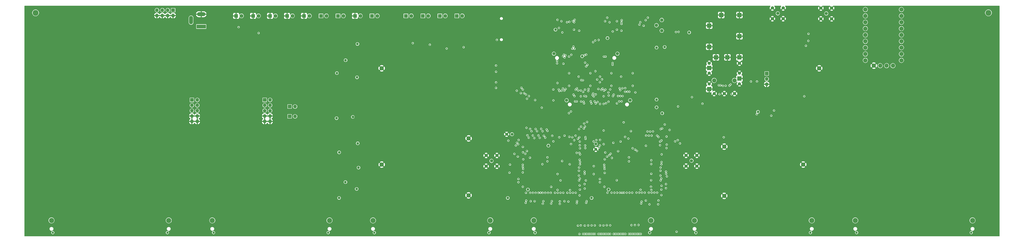
<source format=gbr>
G04 #@! TF.GenerationSoftware,KiCad,Pcbnew,5.1.10-88a1d61d58~90~ubuntu20.04.1*
G04 #@! TF.CreationDate,2021-08-03T09:30:07-04:00*
G04 #@! TF.ProjectId,readout_trenz,72656164-6f75-4745-9f74-72656e7a2e6b,rev?*
G04 #@! TF.SameCoordinates,Original*
G04 #@! TF.FileFunction,Copper,L2,Inr*
G04 #@! TF.FilePolarity,Positive*
%FSLAX46Y46*%
G04 Gerber Fmt 4.6, Leading zero omitted, Abs format (unit mm)*
G04 Created by KiCad (PCBNEW 5.1.10-88a1d61d58~90~ubuntu20.04.1) date 2021-08-03 09:30:07*
%MOMM*%
%LPD*%
G01*
G04 APERTURE LIST*
G04 #@! TA.AperFunction,ComponentPad*
%ADD10O,1.700000X1.700000*%
G04 #@! TD*
G04 #@! TA.AperFunction,ComponentPad*
%ADD11R,1.700000X1.700000*%
G04 #@! TD*
G04 #@! TA.AperFunction,ComponentPad*
%ADD12C,2.000000*%
G04 #@! TD*
G04 #@! TA.AperFunction,ComponentPad*
%ADD13C,1.400000*%
G04 #@! TD*
G04 #@! TA.AperFunction,WasherPad*
%ADD14C,2.794000*%
G04 #@! TD*
G04 #@! TA.AperFunction,WasherPad*
%ADD15C,2.000000*%
G04 #@! TD*
G04 #@! TA.AperFunction,ComponentPad*
%ADD16R,2.000000X2.000000*%
G04 #@! TD*
G04 #@! TA.AperFunction,ComponentPad*
%ADD17C,1.500000*%
G04 #@! TD*
G04 #@! TA.AperFunction,ComponentPad*
%ADD18C,1.620000*%
G04 #@! TD*
G04 #@! TA.AperFunction,ComponentPad*
%ADD19C,1.800000*%
G04 #@! TD*
G04 #@! TA.AperFunction,ComponentPad*
%ADD20R,1.800000X1.800000*%
G04 #@! TD*
G04 #@! TA.AperFunction,ComponentPad*
%ADD21C,1.100000*%
G04 #@! TD*
G04 #@! TA.AperFunction,ComponentPad*
%ADD22C,2.410000*%
G04 #@! TD*
G04 #@! TA.AperFunction,ComponentPad*
%ADD23C,1.524000*%
G04 #@! TD*
G04 #@! TA.AperFunction,ComponentPad*
%ADD24R,4.400000X1.800000*%
G04 #@! TD*
G04 #@! TA.AperFunction,ComponentPad*
%ADD25O,4.000000X1.800000*%
G04 #@! TD*
G04 #@! TA.AperFunction,ComponentPad*
%ADD26O,1.800000X4.000000*%
G04 #@! TD*
G04 #@! TA.AperFunction,ViaPad*
%ADD27C,1.270000*%
G04 #@! TD*
G04 #@! TA.AperFunction,ViaPad*
%ADD28C,0.635000*%
G04 #@! TD*
G04 #@! TA.AperFunction,Conductor*
%ADD29C,1.270000*%
G04 #@! TD*
G04 #@! TA.AperFunction,Conductor*
%ADD30C,0.177800*%
G04 #@! TD*
G04 #@! TA.AperFunction,Conductor*
%ADD31C,0.100000*%
G04 #@! TD*
G04 APERTURE END LIST*
D10*
X179155000Y-154850000D03*
X181695000Y-149770000D03*
D11*
X179152200Y-144690000D03*
D10*
X181695000Y-154850000D03*
X181695000Y-147230000D03*
X179155000Y-152310000D03*
X179155000Y-147230000D03*
X181695000Y-152310000D03*
X179155000Y-149770000D03*
X181695000Y-144690000D03*
X213445000Y-154850000D03*
X215985000Y-149785400D03*
D11*
X213445000Y-144690000D03*
D10*
X215985000Y-154850000D03*
X215985000Y-147230000D03*
X213445000Y-152310000D03*
X213445000Y-147230000D03*
X215985000Y-152310000D03*
X213445000Y-149785400D03*
X215985000Y-144690000D03*
D12*
X513500000Y-102000000D03*
X513500000Y-114000000D03*
X513500000Y-111000000D03*
X513500000Y-123000000D03*
X513500000Y-108000000D03*
X513500000Y-105000000D03*
X513500000Y-117000000D03*
X513500000Y-120000000D03*
X513500000Y-126000000D03*
X496500000Y-114000000D03*
X496500000Y-102000000D03*
X496500000Y-108000000D03*
X496500000Y-105000000D03*
X496500000Y-111000000D03*
X496500000Y-123000000D03*
X496500000Y-117000000D03*
X496500000Y-126000000D03*
X496500000Y-120000000D03*
X500500000Y-128500000D03*
X509500000Y-128500000D03*
X506500000Y-128500000D03*
X503500000Y-128500000D03*
D10*
X450000000Y-137310000D03*
X450000000Y-134770000D03*
D11*
X450000000Y-132230000D03*
D13*
X327460000Y-160900000D03*
X330000000Y-160900000D03*
X369500000Y-168040000D03*
X369500000Y-165500000D03*
D12*
X467230000Y-175200000D03*
X474760000Y-129750000D03*
X429990000Y-190000000D03*
X430010000Y-166740000D03*
X309520000Y-189780000D03*
X309550000Y-162860000D03*
X268610000Y-175230000D03*
X268590000Y-129750000D03*
D14*
X554500000Y-103570000D03*
X105500000Y-103570000D03*
D15*
X425250000Y-135480000D03*
X434850000Y-135480000D03*
D16*
X437175000Y-134580000D03*
X437175000Y-124580000D03*
X437175000Y-114580000D03*
X437175000Y-104580000D03*
D17*
X430050000Y-141680000D03*
X434850000Y-141680000D03*
X425250000Y-141680000D03*
D16*
X422925000Y-139580000D03*
X422925000Y-129580000D03*
X422925000Y-119580000D03*
X422925000Y-109580000D03*
X428600000Y-104580000D03*
X426100000Y-124580000D03*
X431500000Y-124580000D03*
D17*
X422925000Y-137080000D03*
X437175000Y-137080000D03*
X437175000Y-132080000D03*
X437175000Y-127380000D03*
X422925000Y-127380000D03*
X422925000Y-132080000D03*
X379675000Y-122850000D03*
X349725000Y-122850000D03*
X355725000Y-144850000D03*
X385675000Y-144850000D03*
D18*
X400550000Y-111950000D03*
X398050000Y-109450000D03*
X400550000Y-106950000D03*
D19*
X242540000Y-105000000D03*
D20*
X240000000Y-105000000D03*
D10*
X162680000Y-104840000D03*
X162680000Y-102300000D03*
X165220000Y-104840000D03*
X165220000Y-102300000D03*
X167760000Y-104840000D03*
X167760000Y-102300000D03*
X170300000Y-104840000D03*
D11*
X170300000Y-102300000D03*
D21*
X394875000Y-207380000D03*
D22*
X395500000Y-201600000D03*
D21*
X340875000Y-207380000D03*
D22*
X340250000Y-201600000D03*
D20*
X200000000Y-105000000D03*
D19*
X202540000Y-105000000D03*
X226540000Y-105000000D03*
D20*
X224000000Y-105000000D03*
D19*
X210540000Y-105000000D03*
D20*
X208000000Y-105000000D03*
X264000000Y-105000000D03*
D19*
X266540000Y-105000000D03*
X234540000Y-105000000D03*
D20*
X232000000Y-105000000D03*
X216000000Y-105000000D03*
D19*
X218540000Y-105000000D03*
D20*
X256000000Y-105000000D03*
D19*
X258540000Y-105000000D03*
X250540000Y-105000000D03*
D20*
X248000000Y-105000000D03*
D19*
X306540000Y-105000000D03*
D20*
X304000000Y-105000000D03*
X296000000Y-105000000D03*
D19*
X298540000Y-105000000D03*
X290540000Y-105000000D03*
D20*
X288000000Y-105000000D03*
X280000000Y-105000000D03*
D19*
X282540000Y-105000000D03*
D23*
X475520000Y-106390000D03*
X480600000Y-106390000D03*
X480600000Y-101310000D03*
X475520000Y-101310000D03*
X478060000Y-103850000D03*
X455240000Y-103800000D03*
X452700000Y-101260000D03*
X457780000Y-101260000D03*
X457780000Y-106340000D03*
X452700000Y-106340000D03*
D24*
X183560000Y-110000000D03*
D25*
X183560000Y-104200000D03*
D26*
X178760000Y-107000000D03*
D23*
X417110000Y-170860000D03*
X412030000Y-170860000D03*
X412030000Y-175940000D03*
X417110000Y-175940000D03*
X414570000Y-173400000D03*
X320350000Y-173480000D03*
X322890000Y-176020000D03*
X317810000Y-176020000D03*
X317810000Y-170940000D03*
X322890000Y-170940000D03*
D11*
X225210001Y-147809999D03*
D10*
X227750001Y-147809999D03*
X227750001Y-152459999D03*
D11*
X225210001Y-152459999D03*
D21*
X546375000Y-207380000D03*
D22*
X547000000Y-201600000D03*
D21*
X492375000Y-207380000D03*
D22*
X491750000Y-201600000D03*
D21*
X470625000Y-207380000D03*
D22*
X471250000Y-201600000D03*
D21*
X416625000Y-207380000D03*
D22*
X416000000Y-201600000D03*
X264500000Y-201600000D03*
D21*
X265125000Y-207380000D03*
D22*
X319750000Y-201600000D03*
D21*
X319125000Y-207380000D03*
X243375000Y-207380000D03*
D22*
X244000000Y-201600000D03*
D21*
X189375000Y-207380000D03*
D22*
X188750000Y-201600000D03*
X113000000Y-201600000D03*
D21*
X113625000Y-207380000D03*
D22*
X168250000Y-201600000D03*
D21*
X167625000Y-207380000D03*
D27*
X251575000Y-125925000D03*
X247475000Y-132025000D03*
X247325000Y-153325000D03*
X248550000Y-169450000D03*
X248500000Y-191000000D03*
D28*
X210600000Y-113100000D03*
X373306300Y-124200000D03*
X432988388Y-137381612D03*
X374093700Y-124200000D03*
X432431612Y-137938388D03*
X377380000Y-128073700D03*
X427474248Y-137752265D03*
X377380000Y-127286300D03*
X428261648Y-137752265D03*
D27*
X363060000Y-124090000D03*
X398110000Y-119980004D03*
D28*
X369470000Y-142080000D03*
X374298831Y-146241169D03*
D27*
X398110000Y-144540000D03*
X445920000Y-150320000D03*
X398110000Y-148200000D03*
D28*
X419730000Y-146480000D03*
X375440000Y-145550000D03*
X414788161Y-143388161D03*
X373193170Y-142955497D03*
X408240000Y-147775661D03*
X373193170Y-146570000D03*
X468500000Y-119100000D03*
X368199998Y-117400000D03*
X368225956Y-141637809D03*
X375536331Y-142600000D03*
X467700000Y-142970000D03*
X361740000Y-208000000D03*
X362440000Y-203965468D03*
X400000000Y-182700000D03*
X399925000Y-180450000D03*
X400475000Y-174025000D03*
X400400000Y-175075000D03*
X400400000Y-189625000D03*
X402780000Y-167420000D03*
X402916402Y-165806402D03*
X333000000Y-183577680D03*
X333000000Y-182022320D03*
X335100000Y-176327680D03*
X335050000Y-175350000D03*
X333100000Y-163600000D03*
X362100000Y-170400000D03*
X364175000Y-178575000D03*
X343427680Y-188500000D03*
X346700000Y-171800000D03*
X346700000Y-173700000D03*
X373450000Y-175350000D03*
X373500000Y-176327680D03*
X385100000Y-171800000D03*
X385100000Y-173700000D03*
X400500000Y-170400000D03*
X371490000Y-163590000D03*
X371420000Y-182032320D03*
X371410000Y-183567680D03*
X381827680Y-188530000D03*
X402575000Y-178575000D03*
X402625000Y-179550000D03*
X364200000Y-179600000D03*
X364190000Y-184415000D03*
X335300000Y-172750000D03*
X373700000Y-172720000D03*
X356900000Y-138019000D03*
X366933000Y-138019000D03*
X376839000Y-138019000D03*
X386872000Y-138019000D03*
X351450000Y-187175000D03*
X408510000Y-112535000D03*
X359200000Y-111500000D03*
X404275000Y-158875000D03*
X359960000Y-139870000D03*
X371460000Y-133700000D03*
X379430000Y-111500000D03*
X402560000Y-186380000D03*
X402565000Y-184445000D03*
X409150000Y-165220000D03*
X328250000Y-163940000D03*
X469725000Y-113450000D03*
D27*
X413475000Y-112825000D03*
X257300000Y-165200000D03*
D28*
X364274018Y-186551844D03*
X364363669Y-157275000D03*
X390580000Y-187130000D03*
X356900000Y-132050000D03*
X366933000Y-132050000D03*
X376839000Y-132050000D03*
X386872000Y-132050000D03*
X353725000Y-112821000D03*
X377450000Y-112375000D03*
X371390000Y-136300000D03*
X381410000Y-133700000D03*
X361410000Y-133700000D03*
X351390000Y-136700000D03*
X352250000Y-162320000D03*
X400015000Y-158455000D03*
D27*
X375000000Y-115500000D03*
X350500000Y-111500000D03*
D28*
X469625000Y-116800000D03*
D27*
X401925000Y-119700000D03*
D28*
X361600000Y-158460000D03*
X401990000Y-156270000D03*
X400730000Y-158140000D03*
X393100000Y-166337500D03*
D27*
X400770000Y-150990000D03*
D28*
X357002500Y-162117500D03*
X357800000Y-165530000D03*
D27*
X256975000Y-134025000D03*
D28*
X340890000Y-144750000D03*
X344020000Y-148360000D03*
X201175000Y-110325000D03*
D27*
X251500000Y-183500000D03*
X337500000Y-187000000D03*
X375500000Y-187000000D03*
X328000000Y-191000000D03*
X367500000Y-191000000D03*
X257675000Y-176675000D03*
D28*
X429770000Y-162330000D03*
X361070000Y-204040002D03*
X442590000Y-136000000D03*
X445430000Y-135980000D03*
X453465000Y-149675000D03*
D27*
X256790000Y-186750000D03*
D28*
X351250000Y-126220000D03*
X351230000Y-127400000D03*
X322870000Y-116340000D03*
D27*
X257165000Y-118275000D03*
D28*
X354752680Y-124650000D03*
X354210002Y-127580000D03*
X364925000Y-128850000D03*
X364425000Y-127075000D03*
X361061000Y-163068000D03*
X364617000Y-163068000D03*
X359431830Y-120550000D03*
X359283000Y-163703000D03*
X358925000Y-119500000D03*
X361696000Y-162306000D03*
X358394000Y-162306000D03*
X358395498Y-120475000D03*
X357950000Y-123375000D03*
X359975000Y-161575000D03*
X354711000Y-161544000D03*
X337225000Y-161385000D03*
X358930000Y-142190000D03*
X337875000Y-162525000D03*
X359450000Y-142920000D03*
X338525000Y-158415000D03*
X359718087Y-145371830D03*
X339180000Y-159520000D03*
X360530000Y-145371830D03*
X339825000Y-161505000D03*
X362445024Y-142960161D03*
X340475000Y-162685000D03*
X362540000Y-145440000D03*
X341125000Y-158385000D03*
X363690000Y-145530000D03*
X341780000Y-159400000D03*
X363920093Y-146300081D03*
X342430000Y-161470000D03*
X364133642Y-142829181D03*
X343075000Y-162595000D03*
X364878490Y-142990000D03*
X343725000Y-158375000D03*
X367100569Y-145389962D03*
X344370000Y-159460000D03*
X367400000Y-146340000D03*
X345020000Y-161620000D03*
X367950002Y-142380000D03*
X345680000Y-162510000D03*
X368540000Y-142980000D03*
X346325000Y-158655000D03*
X368920000Y-145400000D03*
X346720000Y-159330000D03*
X369450000Y-146341830D03*
X399770000Y-166070000D03*
X406850000Y-164275000D03*
X335250000Y-177250000D03*
X329050000Y-175250000D03*
X328800000Y-179050000D03*
X335064946Y-178948306D03*
X362075000Y-174025000D03*
X363475000Y-207995000D03*
X338535000Y-188555000D03*
X376925000Y-188515000D03*
X377895000Y-207995000D03*
X364290000Y-204030000D03*
X336700000Y-192230000D03*
X339840000Y-188555000D03*
X364275000Y-207985000D03*
X336420000Y-193280000D03*
X378230000Y-188515000D03*
X378695000Y-207985000D03*
X365065000Y-207995000D03*
X341135000Y-188555000D03*
X379525000Y-188515000D03*
X379485000Y-207995000D03*
X365870000Y-203940000D03*
X340680000Y-192530000D03*
X342440000Y-188555000D03*
X365865000Y-207985000D03*
X338800000Y-192510000D03*
X380830000Y-188515000D03*
X380285000Y-207985000D03*
X366665000Y-207995000D03*
X344365000Y-188555000D03*
X382755000Y-188515000D03*
X381085000Y-207995000D03*
X367480000Y-203950000D03*
X344780000Y-192520000D03*
X345670000Y-188555000D03*
X367465000Y-207985000D03*
X344510000Y-193720000D03*
X384060000Y-188515000D03*
X381885000Y-207985000D03*
X368255000Y-207995000D03*
X346965000Y-188555000D03*
X385355000Y-188515000D03*
X382675000Y-207995000D03*
X369010000Y-203940000D03*
X348765000Y-192515000D03*
X348270000Y-188555000D03*
X369055000Y-207985000D03*
X348440000Y-193650000D03*
X386660000Y-188515000D03*
X383475000Y-207985000D03*
X370675000Y-207995000D03*
X350245000Y-188525000D03*
X388635000Y-188485000D03*
X385095000Y-207995000D03*
X371475000Y-203950000D03*
X352540000Y-192620000D03*
X391090000Y-192730000D03*
X386307680Y-203830000D03*
X351550000Y-188525000D03*
X371475000Y-207985000D03*
X352530000Y-193810000D03*
X389940000Y-188485000D03*
X385895000Y-207985000D03*
X390850000Y-193610000D03*
X372265000Y-207995000D03*
X352845000Y-188525000D03*
X391235000Y-188485000D03*
X386685000Y-207995000D03*
X373080000Y-203960000D03*
X356550000Y-192690000D03*
X393080000Y-192190000D03*
X387937680Y-203800000D03*
X354150000Y-188525000D03*
X373065000Y-207985000D03*
X354720000Y-192515000D03*
X392540000Y-188485000D03*
X394790000Y-194010000D03*
X387485000Y-207985000D03*
X373865000Y-207995000D03*
X356075000Y-188525000D03*
X394465000Y-188485000D03*
X388285000Y-207995000D03*
X360620000Y-192510000D03*
X374665000Y-203865000D03*
X399010000Y-192200000D03*
X389593840Y-203743840D03*
X357380000Y-188525000D03*
X360530000Y-193420000D03*
X374665000Y-207985000D03*
X395770000Y-188485000D03*
X389085000Y-207985000D03*
X398860000Y-194000000D03*
X358675000Y-188525000D03*
X375455000Y-207995000D03*
X397065000Y-188485000D03*
X389875000Y-207995000D03*
X376270000Y-203920000D03*
X365130000Y-192515000D03*
X359980000Y-188525000D03*
X376255000Y-207985000D03*
X364940000Y-193280000D03*
X398370000Y-188485000D03*
X390675000Y-207985000D03*
X365525000Y-128100000D03*
X369275000Y-131100000D03*
X364983006Y-123295985D03*
X364200000Y-123540000D03*
X370130000Y-135040000D03*
X322460000Y-139000000D03*
X370330000Y-145650006D03*
X372410000Y-134970000D03*
X322490000Y-136400000D03*
X371500000Y-146590000D03*
X322480000Y-131380000D03*
X356849998Y-124180000D03*
X355231892Y-123591830D03*
X322470000Y-128450000D03*
X393175000Y-161545000D03*
X379450000Y-146304000D03*
X393825000Y-159585000D03*
X379950000Y-142848170D03*
X394475000Y-161525000D03*
X380510000Y-145401830D03*
X395120000Y-159590000D03*
X381060000Y-142848170D03*
X395775000Y-161575000D03*
X381660000Y-145401830D03*
X396425000Y-159555000D03*
X382100000Y-142870000D03*
X398375000Y-161575000D03*
X402800000Y-162000000D03*
X400420000Y-163842320D03*
X361820000Y-172950000D03*
X347585000Y-187165000D03*
X371470000Y-185360000D03*
X376400000Y-176400000D03*
X343150000Y-184450000D03*
X333100000Y-185350000D03*
X335100000Y-180250000D03*
X362100000Y-172150000D03*
X364180000Y-188250000D03*
X354290000Y-164620000D03*
X400630000Y-154040000D03*
X381550000Y-184450000D03*
X400500000Y-172150000D03*
X373500000Y-178250000D03*
X337850000Y-176400000D03*
X402560000Y-188280000D03*
X402625000Y-177475000D03*
X406850000Y-178600000D03*
X364205000Y-183275000D03*
X337560000Y-196620000D03*
X333560000Y-196620000D03*
X341560000Y-196610000D03*
X345560000Y-196610000D03*
X339610000Y-196640000D03*
X335610000Y-196640000D03*
X343610000Y-196630000D03*
X347610000Y-196630000D03*
X353610000Y-196650000D03*
X355610000Y-196650000D03*
X349610000Y-196650000D03*
X357610000Y-196640000D03*
X359610000Y-196640000D03*
X361610000Y-196640000D03*
X363610000Y-196640000D03*
X351610000Y-196650000D03*
X376010000Y-196660000D03*
X378010000Y-196660000D03*
X388010000Y-196650000D03*
X372010000Y-196660000D03*
X396010000Y-196640000D03*
X400010000Y-196640000D03*
X398010000Y-196640000D03*
X394010000Y-196650000D03*
X380010000Y-196650000D03*
X382010000Y-196650000D03*
X384010000Y-196650000D03*
X386010000Y-196650000D03*
X374010000Y-196660000D03*
X392010000Y-196650000D03*
X390010000Y-196650000D03*
X402010000Y-196640000D03*
X350500000Y-171850000D03*
X350500000Y-173750000D03*
X372040000Y-189490000D03*
X388900000Y-171850000D03*
X388900000Y-173750000D03*
X333680000Y-189530000D03*
X369865000Y-207985000D03*
X384285000Y-207995000D03*
X384667680Y-203870000D03*
X349430000Y-188241000D03*
X335925000Y-187915000D03*
X387830000Y-188301000D03*
X374325000Y-187915000D03*
X395600000Y-176450000D03*
X395600000Y-178025000D03*
X395550000Y-181075000D03*
X357175000Y-176625000D03*
X357150000Y-178125000D03*
X357150000Y-181200000D03*
X335550000Y-170800000D03*
X361823000Y-160528000D03*
X371478000Y-170945000D03*
X387350000Y-161544000D03*
X367284000Y-160147000D03*
X369705000Y-155456000D03*
X356743000Y-130429000D03*
X366801000Y-130200000D03*
X369219000Y-132050000D03*
X376682000Y-130302000D03*
X379252000Y-132050000D03*
X377600000Y-136300000D03*
X377571000Y-133700000D03*
X389028000Y-139800000D03*
X379068000Y-139800000D03*
X379250000Y-137950000D03*
X369035000Y-139800000D03*
X369189000Y-137922000D03*
X361061000Y-134874000D03*
X360172000Y-135001000D03*
X367440000Y-136300000D03*
X367569000Y-133700000D03*
X348996000Y-132080000D03*
X347472000Y-133350000D03*
X347424000Y-136700000D03*
X348996000Y-138049000D03*
X374729000Y-136700000D03*
X374854000Y-133300000D03*
X384887000Y-133300000D03*
X384889000Y-136700000D03*
X364667000Y-133300000D03*
X364665000Y-136700000D03*
X354915000Y-133300000D03*
X354790000Y-136700000D03*
X408345000Y-110295000D03*
X400585000Y-101120000D03*
X356899991Y-136300000D03*
X356899991Y-133700000D03*
X356899991Y-140125000D03*
X360075000Y-114525000D03*
X354775000Y-115850000D03*
X353110000Y-102965000D03*
X363000000Y-116350000D03*
X353625000Y-109525000D03*
X353600000Y-111800000D03*
X361825000Y-109471000D03*
X361675000Y-111000000D03*
X361675000Y-113125000D03*
X366325000Y-106005000D03*
X366300000Y-107655000D03*
X366200000Y-109070000D03*
X369825000Y-107000000D03*
X378800000Y-115800000D03*
X371475000Y-110100000D03*
X376525000Y-111700000D03*
X384500000Y-105265000D03*
X390000000Y-103900000D03*
X379500000Y-109030000D03*
X381660000Y-111000000D03*
X382600000Y-113450000D03*
X434290000Y-156730000D03*
X429600000Y-156770000D03*
X386994000Y-130288170D03*
X349900000Y-121180000D03*
X329550000Y-105240000D03*
X329550000Y-107240000D03*
X329550000Y-109240000D03*
X329550000Y-111240000D03*
X329550000Y-113240000D03*
X329550000Y-115240000D03*
X329550000Y-117240000D03*
X329980000Y-129820000D03*
X329980000Y-132520000D03*
X329980000Y-135020000D03*
X329980000Y-140120000D03*
X434870000Y-139180000D03*
X425720000Y-139200000D03*
X376900000Y-116381830D03*
X329970000Y-137540000D03*
X409030000Y-157250000D03*
X353720000Y-120510000D03*
X356840000Y-120420000D03*
X375348170Y-163700000D03*
X337213914Y-163386087D03*
X332320000Y-166970000D03*
X332611000Y-172640000D03*
X335920000Y-174020000D03*
X332960000Y-174630000D03*
X332920000Y-175600000D03*
X335140000Y-183830000D03*
X364350000Y-177560000D03*
X364200000Y-175650000D03*
X371411000Y-167860000D03*
X373639000Y-173760000D03*
X371525000Y-174675000D03*
X371330000Y-175860000D03*
X373510000Y-183790000D03*
X402469000Y-185510000D03*
X400210000Y-183900000D03*
X402770000Y-182680000D03*
X402580000Y-176620000D03*
X402579000Y-175650000D03*
X402620000Y-171100000D03*
X399770000Y-161450000D03*
X333021000Y-162650000D03*
X335040000Y-168190000D03*
X371390000Y-162670000D03*
X364220000Y-176690000D03*
X360950000Y-123370000D03*
X365440000Y-124480000D03*
X372420000Y-123960000D03*
X371420000Y-124000000D03*
X369990000Y-124000002D03*
X374826000Y-123530000D03*
X376530000Y-124360000D03*
X248300000Y-120810000D03*
X256525000Y-120325000D03*
X258440000Y-122430000D03*
X244290000Y-133970000D03*
X256340000Y-135930000D03*
X247720000Y-135100000D03*
X256035000Y-156775000D03*
X247490000Y-156190000D03*
X248500000Y-167740000D03*
X256970000Y-167250000D03*
X258640000Y-169650000D03*
X256325000Y-178425000D03*
X254830000Y-182110000D03*
X248370000Y-189320000D03*
X256800000Y-188820000D03*
X258690000Y-191030000D03*
D27*
X235710000Y-189250000D03*
X236560000Y-167700000D03*
X236450000Y-120780000D03*
D28*
X250237500Y-197762500D03*
X377960000Y-146499986D03*
X329575000Y-167195000D03*
X466475000Y-113475000D03*
X464075000Y-103860000D03*
X471905000Y-103850000D03*
X466000000Y-116400000D03*
X247075000Y-177925000D03*
X252070000Y-177700000D03*
X362670000Y-208000000D03*
X392280000Y-205000000D03*
X392300000Y-206800000D03*
X365670000Y-177470000D03*
X346290000Y-161960000D03*
X378875000Y-186085000D03*
X340975000Y-185995000D03*
X367420000Y-184980000D03*
X366175000Y-110595000D03*
X364290000Y-185650000D03*
X357200000Y-184230000D03*
X395610000Y-184150000D03*
X379450000Y-110370000D03*
X359310000Y-109436000D03*
X364235000Y-172075000D03*
X362060000Y-171270000D03*
X364236000Y-170941966D03*
X402615000Y-172075000D03*
X400460000Y-171250000D03*
X384470000Y-161630000D03*
X333020000Y-177940000D03*
X335110000Y-178120000D03*
X335265000Y-181175000D03*
X371500000Y-177960000D03*
X373579000Y-181820000D03*
X373560000Y-180940000D03*
X373640000Y-180020000D03*
X335280000Y-182050000D03*
X350160000Y-158210000D03*
X348630000Y-158930000D03*
X386040000Y-163768170D03*
X374350000Y-149600000D03*
X377290000Y-203700000D03*
X377089998Y-208349998D03*
X369840002Y-203850000D03*
X385980000Y-110270000D03*
X376005000Y-102785000D03*
X369810000Y-108550000D03*
X379285000Y-102795000D03*
X382905000Y-115095000D03*
X349080000Y-108300000D03*
X354770000Y-102920000D03*
X409150000Y-169660000D03*
X360930000Y-142170000D03*
X449455000Y-149675000D03*
X362450000Y-146650000D03*
X364360000Y-141970000D03*
X374226708Y-142653045D03*
X438438170Y-147315000D03*
X243700000Y-109460000D03*
X251550000Y-109510000D03*
X267650000Y-109450000D03*
X284150000Y-109530000D03*
X292160000Y-109560000D03*
X299830000Y-109520000D03*
X307940000Y-109510000D03*
X338845000Y-150115000D03*
X341645000Y-150535000D03*
X340900000Y-145930000D03*
X429850000Y-153020000D03*
X386420000Y-186770000D03*
X453375000Y-150975000D03*
X447900000Y-153200000D03*
X348940000Y-161630000D03*
X386025000Y-159425000D03*
D27*
X255000000Y-152700000D03*
X347140000Y-166290000D03*
D28*
X373500000Y-185725000D03*
X400375000Y-181825000D03*
X395479000Y-185675000D03*
X381650000Y-108000000D03*
X390475000Y-108000000D03*
X381675000Y-107000000D03*
X395600000Y-174975000D03*
X392975000Y-107000000D03*
X430650000Y-137980000D03*
X433450000Y-141980000D03*
X359300000Y-108000000D03*
X352125000Y-110700000D03*
X348450000Y-185750000D03*
X407575000Y-206925000D03*
X407250000Y-112625000D03*
X354040000Y-124040000D03*
X299220000Y-120430000D03*
X354460000Y-123390000D03*
X307210000Y-119790000D03*
X369220000Y-116620000D03*
X291290000Y-118620000D03*
X377550253Y-142882034D03*
X370800000Y-116370000D03*
X283232491Y-117877509D03*
X377940000Y-142190000D03*
X399770000Y-164330000D03*
X408100000Y-163675000D03*
X388874000Y-168783000D03*
X388112000Y-141121830D03*
X386831839Y-167502839D03*
X384358598Y-140819337D03*
X387985000Y-168148000D03*
X385270685Y-140819337D03*
X376500000Y-170125000D03*
X383349500Y-139128500D03*
X384810000Y-162941000D03*
X381127000Y-164338000D03*
X381000000Y-140080998D03*
X382025000Y-139183000D03*
X382618161Y-155288161D03*
X373201830Y-159131000D03*
X383274339Y-162167339D03*
X399025000Y-162170000D03*
X383286000Y-140819337D03*
X377750000Y-164925000D03*
X380725000Y-139171000D03*
X379984000Y-168910000D03*
X381550000Y-112000000D03*
X361650000Y-112000000D03*
X381600000Y-108780000D03*
X374980000Y-188510000D03*
X399925000Y-178125000D03*
X399995000Y-176595000D03*
X403000000Y-180800000D03*
X400450000Y-185225000D03*
X395607000Y-187200000D03*
X379425000Y-107500000D03*
X390000000Y-109125000D03*
X374850000Y-105850000D03*
X395625000Y-173175000D03*
X394000000Y-105850000D03*
X373850000Y-107500000D03*
X392043161Y-109643161D03*
X395625000Y-179575000D03*
X375950000Y-108000000D03*
X395550000Y-182625000D03*
X379350000Y-182625000D03*
X429350000Y-138020000D03*
X427745000Y-141975000D03*
X361870000Y-185070000D03*
X358675000Y-107475000D03*
X357350000Y-187300000D03*
X357025000Y-107800000D03*
X353625000Y-173550000D03*
X400375000Y-187025000D03*
X361575000Y-182700000D03*
X361525000Y-180450000D03*
X361850000Y-189787680D03*
X361975000Y-187025000D03*
X377063000Y-172085000D03*
X376260117Y-139740883D03*
X374781839Y-171445161D03*
X373989371Y-139771886D03*
X375818161Y-170789839D03*
X375412000Y-141138397D03*
X373943161Y-169489839D03*
X373332334Y-140270542D03*
X370675000Y-139522320D03*
X370900000Y-167200000D03*
X371425000Y-166225000D03*
X372025000Y-139900000D03*
X372675000Y-139350000D03*
X373201830Y-165575000D03*
X445330000Y-151470000D03*
X357790000Y-150160000D03*
X356810000Y-150910000D03*
X452150000Y-152130000D03*
X335100000Y-185725000D03*
X336580000Y-188550000D03*
X361975000Y-181825000D03*
X361525000Y-178125000D03*
X361595000Y-176595000D03*
X364800000Y-182700000D03*
X359550000Y-106875000D03*
X351425000Y-106875000D03*
X344325000Y-175050000D03*
X357200000Y-175075000D03*
X353300000Y-107500000D03*
X351450000Y-179675000D03*
X355925000Y-108000000D03*
X352875000Y-182700000D03*
X362000000Y-175075000D03*
X364450000Y-166225000D03*
X364530000Y-167420000D03*
X361940000Y-166120000D03*
X368450000Y-164300000D03*
X361940000Y-164380000D03*
X369700000Y-163675000D03*
X368550000Y-175950000D03*
X373625000Y-177275000D03*
X373700000Y-179150000D03*
X368500000Y-179700000D03*
X355275000Y-139502000D03*
X338455000Y-171958000D03*
X337947000Y-142875000D03*
X353950000Y-139250000D03*
X332740000Y-171450000D03*
X334391000Y-138938000D03*
X354625000Y-140294000D03*
X336550000Y-142113000D03*
X336232501Y-170116501D03*
X331125000Y-170150000D03*
X353325000Y-140324000D03*
X335153000Y-169439500D03*
X335661000Y-141478000D03*
X337016000Y-168825000D03*
X337058000Y-144145000D03*
X360553000Y-139192000D03*
X335125010Y-166875000D03*
X335100000Y-139775000D03*
X349450000Y-139775000D03*
X332250000Y-140325004D03*
X331824990Y-166225000D03*
X352044000Y-139700000D03*
X352298000Y-140462000D03*
X334137000Y-141478000D03*
X332900000Y-165575000D03*
X332350000Y-164925000D03*
X349504000Y-144907000D03*
X349500000Y-164275000D03*
X336804000Y-157861000D03*
X361188000Y-140208000D03*
X362525004Y-157300000D03*
X363850000Y-158150000D03*
X362450000Y-140200000D03*
X364625000Y-162275000D03*
X363516098Y-140861830D03*
X362000000Y-167525000D03*
X364391099Y-139783903D03*
X360450000Y-169684011D03*
X365930000Y-140500000D03*
X366050000Y-139550000D03*
X361708120Y-169686939D03*
X362625000Y-135350000D03*
X364000000Y-155780000D03*
X363400000Y-135375000D03*
X365357499Y-155081839D03*
D29*
X255000000Y-152700000D02*
X255000000Y-152700000D01*
D30*
X451618023Y-100411512D02*
X451731197Y-100524686D01*
X451506368Y-100596851D01*
X451399930Y-100842460D01*
X451343452Y-101104114D01*
X451339106Y-101371759D01*
X451387058Y-101635109D01*
X451485466Y-101884043D01*
X451506368Y-101923149D01*
X451731199Y-101995315D01*
X452466513Y-101260000D01*
X452452371Y-101245858D01*
X452685858Y-101012371D01*
X452700000Y-101026513D01*
X452714142Y-101012371D01*
X452947629Y-101245858D01*
X452933487Y-101260000D01*
X453668801Y-101995315D01*
X453893632Y-101923149D01*
X454000070Y-101677540D01*
X454056548Y-101415886D01*
X454060894Y-101148241D01*
X454012942Y-100884891D01*
X453914534Y-100635957D01*
X453893632Y-100596851D01*
X453668803Y-100524686D01*
X453781977Y-100411512D01*
X453687165Y-100316700D01*
X456792835Y-100316700D01*
X456698023Y-100411512D01*
X456811197Y-100524686D01*
X456586368Y-100596851D01*
X456479930Y-100842460D01*
X456423452Y-101104114D01*
X456419106Y-101371759D01*
X456467058Y-101635109D01*
X456565466Y-101884043D01*
X456586368Y-101923149D01*
X456811199Y-101995315D01*
X457546513Y-101260000D01*
X457532371Y-101245858D01*
X457765858Y-101012371D01*
X457780000Y-101026513D01*
X457794142Y-101012371D01*
X458027629Y-101245858D01*
X458013487Y-101260000D01*
X458748801Y-101995315D01*
X458973632Y-101923149D01*
X459080070Y-101677540D01*
X459135280Y-101421759D01*
X474159106Y-101421759D01*
X474207058Y-101685109D01*
X474305466Y-101934043D01*
X474326368Y-101973149D01*
X474551199Y-102045315D01*
X475286513Y-101310000D01*
X475753487Y-101310000D01*
X476488801Y-102045315D01*
X476713632Y-101973149D01*
X476820070Y-101727540D01*
X476876548Y-101465886D01*
X476877264Y-101421759D01*
X479239106Y-101421759D01*
X479287058Y-101685109D01*
X479385466Y-101934043D01*
X479406368Y-101973149D01*
X479631199Y-102045315D01*
X480366513Y-101310000D01*
X480833487Y-101310000D01*
X481568801Y-102045315D01*
X481793632Y-101973149D01*
X481836061Y-101875241D01*
X495233300Y-101875241D01*
X495233300Y-102124759D01*
X495281979Y-102369483D01*
X495377465Y-102600007D01*
X495516090Y-102807474D01*
X495692526Y-102983910D01*
X495899993Y-103122535D01*
X496130517Y-103218021D01*
X496375241Y-103266700D01*
X496624759Y-103266700D01*
X496869483Y-103218021D01*
X497100007Y-103122535D01*
X497307474Y-102983910D01*
X497483910Y-102807474D01*
X497622535Y-102600007D01*
X497718021Y-102369483D01*
X497766700Y-102124759D01*
X497766700Y-101875241D01*
X512233300Y-101875241D01*
X512233300Y-102124759D01*
X512281979Y-102369483D01*
X512377465Y-102600007D01*
X512516090Y-102807474D01*
X512692526Y-102983910D01*
X512899993Y-103122535D01*
X513130517Y-103218021D01*
X513375241Y-103266700D01*
X513624759Y-103266700D01*
X513869483Y-103218021D01*
X514100007Y-103122535D01*
X514307474Y-102983910D01*
X514483910Y-102807474D01*
X514622535Y-102600007D01*
X514718021Y-102369483D01*
X514766700Y-102124759D01*
X514766700Y-101875241D01*
X514718021Y-101630517D01*
X514622535Y-101399993D01*
X514483910Y-101192526D01*
X514307474Y-101016090D01*
X514100007Y-100877465D01*
X513869483Y-100781979D01*
X513624759Y-100733300D01*
X513375241Y-100733300D01*
X513130517Y-100781979D01*
X512899993Y-100877465D01*
X512692526Y-101016090D01*
X512516090Y-101192526D01*
X512377465Y-101399993D01*
X512281979Y-101630517D01*
X512233300Y-101875241D01*
X497766700Y-101875241D01*
X497718021Y-101630517D01*
X497622535Y-101399993D01*
X497483910Y-101192526D01*
X497307474Y-101016090D01*
X497100007Y-100877465D01*
X496869483Y-100781979D01*
X496624759Y-100733300D01*
X496375241Y-100733300D01*
X496130517Y-100781979D01*
X495899993Y-100877465D01*
X495692526Y-101016090D01*
X495516090Y-101192526D01*
X495377465Y-101399993D01*
X495281979Y-101630517D01*
X495233300Y-101875241D01*
X481836061Y-101875241D01*
X481900070Y-101727540D01*
X481956548Y-101465886D01*
X481960894Y-101198241D01*
X481912942Y-100934891D01*
X481814534Y-100685957D01*
X481793632Y-100646851D01*
X481568801Y-100574685D01*
X480833487Y-101310000D01*
X480366513Y-101310000D01*
X479631199Y-100574685D01*
X479406368Y-100646851D01*
X479299930Y-100892460D01*
X479243452Y-101154114D01*
X479239106Y-101421759D01*
X476877264Y-101421759D01*
X476880894Y-101198241D01*
X476832942Y-100934891D01*
X476734534Y-100685957D01*
X476713632Y-100646851D01*
X476488801Y-100574685D01*
X475753487Y-101310000D01*
X475286513Y-101310000D01*
X474551199Y-100574685D01*
X474326368Y-100646851D01*
X474219930Y-100892460D01*
X474163452Y-101154114D01*
X474159106Y-101421759D01*
X459135280Y-101421759D01*
X459136548Y-101415886D01*
X459140894Y-101148241D01*
X459092942Y-100884891D01*
X458994534Y-100635957D01*
X458973632Y-100596851D01*
X458748803Y-100524686D01*
X458861977Y-100411512D01*
X458767165Y-100316700D01*
X474792549Y-100316700D01*
X474784685Y-100341199D01*
X475520000Y-101076513D01*
X476255315Y-100341199D01*
X476247451Y-100316700D01*
X479872549Y-100316700D01*
X479864685Y-100341199D01*
X480600000Y-101076513D01*
X481335315Y-100341199D01*
X481327451Y-100316700D01*
X559683300Y-100316700D01*
X559683301Y-208983300D01*
X100316700Y-208983300D01*
X100316700Y-207299562D01*
X112808300Y-207299562D01*
X112808300Y-207460438D01*
X112839685Y-207618223D01*
X112901250Y-207766853D01*
X112990627Y-207900616D01*
X113104384Y-208014373D01*
X113238147Y-208103750D01*
X113386777Y-208165315D01*
X113544562Y-208196700D01*
X113705438Y-208196700D01*
X113863223Y-208165315D01*
X114011853Y-208103750D01*
X114145616Y-208014373D01*
X114259373Y-207900616D01*
X114348750Y-207766853D01*
X114410315Y-207618223D01*
X114441700Y-207460438D01*
X114441700Y-207299562D01*
X166808300Y-207299562D01*
X166808300Y-207460438D01*
X166839685Y-207618223D01*
X166901250Y-207766853D01*
X166990627Y-207900616D01*
X167104384Y-208014373D01*
X167238147Y-208103750D01*
X167386777Y-208165315D01*
X167544562Y-208196700D01*
X167705438Y-208196700D01*
X167863223Y-208165315D01*
X168011853Y-208103750D01*
X168145616Y-208014373D01*
X168259373Y-207900616D01*
X168348750Y-207766853D01*
X168410315Y-207618223D01*
X168441700Y-207460438D01*
X168441700Y-207299562D01*
X188558300Y-207299562D01*
X188558300Y-207460438D01*
X188589685Y-207618223D01*
X188651250Y-207766853D01*
X188740627Y-207900616D01*
X188854384Y-208014373D01*
X188988147Y-208103750D01*
X189136777Y-208165315D01*
X189294562Y-208196700D01*
X189455438Y-208196700D01*
X189613223Y-208165315D01*
X189761853Y-208103750D01*
X189895616Y-208014373D01*
X190009373Y-207900616D01*
X190098750Y-207766853D01*
X190160315Y-207618223D01*
X190191700Y-207460438D01*
X190191700Y-207299562D01*
X242558300Y-207299562D01*
X242558300Y-207460438D01*
X242589685Y-207618223D01*
X242651250Y-207766853D01*
X242740627Y-207900616D01*
X242854384Y-208014373D01*
X242988147Y-208103750D01*
X243136777Y-208165315D01*
X243294562Y-208196700D01*
X243455438Y-208196700D01*
X243613223Y-208165315D01*
X243761853Y-208103750D01*
X243895616Y-208014373D01*
X244009373Y-207900616D01*
X244098750Y-207766853D01*
X244160315Y-207618223D01*
X244191700Y-207460438D01*
X244191700Y-207299562D01*
X264308300Y-207299562D01*
X264308300Y-207460438D01*
X264339685Y-207618223D01*
X264401250Y-207766853D01*
X264490627Y-207900616D01*
X264604384Y-208014373D01*
X264738147Y-208103750D01*
X264886777Y-208165315D01*
X265044562Y-208196700D01*
X265205438Y-208196700D01*
X265363223Y-208165315D01*
X265511853Y-208103750D01*
X265645616Y-208014373D01*
X265759373Y-207900616D01*
X265848750Y-207766853D01*
X265910315Y-207618223D01*
X265941700Y-207460438D01*
X265941700Y-207299562D01*
X318308300Y-207299562D01*
X318308300Y-207460438D01*
X318339685Y-207618223D01*
X318401250Y-207766853D01*
X318490627Y-207900616D01*
X318604384Y-208014373D01*
X318738147Y-208103750D01*
X318886777Y-208165315D01*
X319044562Y-208196700D01*
X319205438Y-208196700D01*
X319363223Y-208165315D01*
X319511853Y-208103750D01*
X319645616Y-208014373D01*
X319759373Y-207900616D01*
X319848750Y-207766853D01*
X319910315Y-207618223D01*
X319941700Y-207460438D01*
X319941700Y-207299562D01*
X340058300Y-207299562D01*
X340058300Y-207460438D01*
X340089685Y-207618223D01*
X340151250Y-207766853D01*
X340240627Y-207900616D01*
X340354384Y-208014373D01*
X340488147Y-208103750D01*
X340636777Y-208165315D01*
X340794562Y-208196700D01*
X340955438Y-208196700D01*
X341113223Y-208165315D01*
X341261853Y-208103750D01*
X341395616Y-208014373D01*
X341467528Y-207942461D01*
X361155800Y-207942461D01*
X361155800Y-208057539D01*
X361178250Y-208170405D01*
X361222288Y-208276723D01*
X361286222Y-208372406D01*
X361367594Y-208453778D01*
X361463277Y-208517712D01*
X361569595Y-208561750D01*
X361682461Y-208584200D01*
X361797539Y-208584200D01*
X361910405Y-208561750D01*
X362016723Y-208517712D01*
X362112406Y-208453778D01*
X362193778Y-208372406D01*
X362257712Y-208276723D01*
X362301750Y-208170405D01*
X362324200Y-208057539D01*
X362324200Y-207942461D01*
X362323206Y-207937461D01*
X362890800Y-207937461D01*
X362890800Y-208052539D01*
X362913250Y-208165405D01*
X362957288Y-208271723D01*
X363021222Y-208367406D01*
X363102594Y-208448778D01*
X363198277Y-208512712D01*
X363304595Y-208556750D01*
X363417461Y-208579200D01*
X363532539Y-208579200D01*
X363645405Y-208556750D01*
X363751723Y-208512712D01*
X363847406Y-208448778D01*
X363880000Y-208416184D01*
X363902594Y-208438778D01*
X363998277Y-208502712D01*
X364104595Y-208546750D01*
X364217461Y-208569200D01*
X364332539Y-208569200D01*
X364445405Y-208546750D01*
X364551723Y-208502712D01*
X364647406Y-208438778D01*
X364665000Y-208421184D01*
X364692594Y-208448778D01*
X364788277Y-208512712D01*
X364894595Y-208556750D01*
X365007461Y-208579200D01*
X365122539Y-208579200D01*
X365235405Y-208556750D01*
X365341723Y-208512712D01*
X365437406Y-208448778D01*
X365470000Y-208416184D01*
X365492594Y-208438778D01*
X365588277Y-208502712D01*
X365694595Y-208546750D01*
X365807461Y-208569200D01*
X365922539Y-208569200D01*
X366035405Y-208546750D01*
X366141723Y-208502712D01*
X366237406Y-208438778D01*
X366260000Y-208416184D01*
X366292594Y-208448778D01*
X366388277Y-208512712D01*
X366494595Y-208556750D01*
X366607461Y-208579200D01*
X366722539Y-208579200D01*
X366835405Y-208556750D01*
X366941723Y-208512712D01*
X367037406Y-208448778D01*
X367070000Y-208416184D01*
X367092594Y-208438778D01*
X367188277Y-208502712D01*
X367294595Y-208546750D01*
X367407461Y-208569200D01*
X367522539Y-208569200D01*
X367635405Y-208546750D01*
X367741723Y-208502712D01*
X367837406Y-208438778D01*
X367855000Y-208421184D01*
X367882594Y-208448778D01*
X367978277Y-208512712D01*
X368084595Y-208556750D01*
X368197461Y-208579200D01*
X368312539Y-208579200D01*
X368425405Y-208556750D01*
X368531723Y-208512712D01*
X368627406Y-208448778D01*
X368660000Y-208416184D01*
X368682594Y-208438778D01*
X368778277Y-208502712D01*
X368884595Y-208546750D01*
X368997461Y-208569200D01*
X369112539Y-208569200D01*
X369225405Y-208546750D01*
X369331723Y-208502712D01*
X369427406Y-208438778D01*
X369508778Y-208357406D01*
X369572712Y-208261723D01*
X369616750Y-208155405D01*
X369639200Y-208042539D01*
X369639200Y-207937461D01*
X370090800Y-207937461D01*
X370090800Y-208052539D01*
X370113250Y-208165405D01*
X370157288Y-208271723D01*
X370221222Y-208367406D01*
X370302594Y-208448778D01*
X370398277Y-208512712D01*
X370504595Y-208556750D01*
X370617461Y-208579200D01*
X370732539Y-208579200D01*
X370845405Y-208556750D01*
X370951723Y-208512712D01*
X371047406Y-208448778D01*
X371080000Y-208416184D01*
X371102594Y-208438778D01*
X371198277Y-208502712D01*
X371304595Y-208546750D01*
X371417461Y-208569200D01*
X371532539Y-208569200D01*
X371645405Y-208546750D01*
X371751723Y-208502712D01*
X371847406Y-208438778D01*
X371865000Y-208421184D01*
X371892594Y-208448778D01*
X371988277Y-208512712D01*
X372094595Y-208556750D01*
X372207461Y-208579200D01*
X372322539Y-208579200D01*
X372435405Y-208556750D01*
X372541723Y-208512712D01*
X372637406Y-208448778D01*
X372670000Y-208416184D01*
X372692594Y-208438778D01*
X372788277Y-208502712D01*
X372894595Y-208546750D01*
X373007461Y-208569200D01*
X373122539Y-208569200D01*
X373235405Y-208546750D01*
X373341723Y-208502712D01*
X373437406Y-208438778D01*
X373460000Y-208416184D01*
X373492594Y-208448778D01*
X373588277Y-208512712D01*
X373694595Y-208556750D01*
X373807461Y-208579200D01*
X373922539Y-208579200D01*
X374035405Y-208556750D01*
X374141723Y-208512712D01*
X374237406Y-208448778D01*
X374270000Y-208416184D01*
X374292594Y-208438778D01*
X374388277Y-208502712D01*
X374494595Y-208546750D01*
X374607461Y-208569200D01*
X374722539Y-208569200D01*
X374835405Y-208546750D01*
X374941723Y-208502712D01*
X375037406Y-208438778D01*
X375055000Y-208421184D01*
X375082594Y-208448778D01*
X375178277Y-208512712D01*
X375284595Y-208556750D01*
X375397461Y-208579200D01*
X375512539Y-208579200D01*
X375625405Y-208556750D01*
X375731723Y-208512712D01*
X375827406Y-208448778D01*
X375860000Y-208416184D01*
X375882594Y-208438778D01*
X375978277Y-208502712D01*
X376084595Y-208546750D01*
X376197461Y-208569200D01*
X376312539Y-208569200D01*
X376425405Y-208546750D01*
X376531723Y-208502712D01*
X376627406Y-208438778D01*
X376708778Y-208357406D01*
X376772712Y-208261723D01*
X376816750Y-208155405D01*
X376839200Y-208042539D01*
X376839200Y-207937461D01*
X377310800Y-207937461D01*
X377310800Y-208052539D01*
X377333250Y-208165405D01*
X377377288Y-208271723D01*
X377441222Y-208367406D01*
X377522594Y-208448778D01*
X377618277Y-208512712D01*
X377724595Y-208556750D01*
X377837461Y-208579200D01*
X377952539Y-208579200D01*
X378065405Y-208556750D01*
X378171723Y-208512712D01*
X378267406Y-208448778D01*
X378300000Y-208416184D01*
X378322594Y-208438778D01*
X378418277Y-208502712D01*
X378524595Y-208546750D01*
X378637461Y-208569200D01*
X378752539Y-208569200D01*
X378865405Y-208546750D01*
X378971723Y-208502712D01*
X379067406Y-208438778D01*
X379085000Y-208421184D01*
X379112594Y-208448778D01*
X379208277Y-208512712D01*
X379314595Y-208556750D01*
X379427461Y-208579200D01*
X379542539Y-208579200D01*
X379655405Y-208556750D01*
X379761723Y-208512712D01*
X379857406Y-208448778D01*
X379890000Y-208416184D01*
X379912594Y-208438778D01*
X380008277Y-208502712D01*
X380114595Y-208546750D01*
X380227461Y-208569200D01*
X380342539Y-208569200D01*
X380455405Y-208546750D01*
X380561723Y-208502712D01*
X380657406Y-208438778D01*
X380680000Y-208416184D01*
X380712594Y-208448778D01*
X380808277Y-208512712D01*
X380914595Y-208556750D01*
X381027461Y-208579200D01*
X381142539Y-208579200D01*
X381255405Y-208556750D01*
X381361723Y-208512712D01*
X381457406Y-208448778D01*
X381490000Y-208416184D01*
X381512594Y-208438778D01*
X381608277Y-208502712D01*
X381714595Y-208546750D01*
X381827461Y-208569200D01*
X381942539Y-208569200D01*
X382055405Y-208546750D01*
X382161723Y-208502712D01*
X382257406Y-208438778D01*
X382275000Y-208421184D01*
X382302594Y-208448778D01*
X382398277Y-208512712D01*
X382504595Y-208556750D01*
X382617461Y-208579200D01*
X382732539Y-208579200D01*
X382845405Y-208556750D01*
X382951723Y-208512712D01*
X383047406Y-208448778D01*
X383080000Y-208416184D01*
X383102594Y-208438778D01*
X383198277Y-208502712D01*
X383304595Y-208546750D01*
X383417461Y-208569200D01*
X383532539Y-208569200D01*
X383645405Y-208546750D01*
X383751723Y-208502712D01*
X383847406Y-208438778D01*
X383928778Y-208357406D01*
X383992712Y-208261723D01*
X384036750Y-208155405D01*
X384059200Y-208042539D01*
X384059200Y-207937461D01*
X384510800Y-207937461D01*
X384510800Y-208052539D01*
X384533250Y-208165405D01*
X384577288Y-208271723D01*
X384641222Y-208367406D01*
X384722594Y-208448778D01*
X384818277Y-208512712D01*
X384924595Y-208556750D01*
X385037461Y-208579200D01*
X385152539Y-208579200D01*
X385265405Y-208556750D01*
X385371723Y-208512712D01*
X385467406Y-208448778D01*
X385500000Y-208416184D01*
X385522594Y-208438778D01*
X385618277Y-208502712D01*
X385724595Y-208546750D01*
X385837461Y-208569200D01*
X385952539Y-208569200D01*
X386065405Y-208546750D01*
X386171723Y-208502712D01*
X386267406Y-208438778D01*
X386285000Y-208421184D01*
X386312594Y-208448778D01*
X386408277Y-208512712D01*
X386514595Y-208556750D01*
X386627461Y-208579200D01*
X386742539Y-208579200D01*
X386855405Y-208556750D01*
X386961723Y-208512712D01*
X387057406Y-208448778D01*
X387090000Y-208416184D01*
X387112594Y-208438778D01*
X387208277Y-208502712D01*
X387314595Y-208546750D01*
X387427461Y-208569200D01*
X387542539Y-208569200D01*
X387655405Y-208546750D01*
X387761723Y-208502712D01*
X387857406Y-208438778D01*
X387880000Y-208416184D01*
X387912594Y-208448778D01*
X388008277Y-208512712D01*
X388114595Y-208556750D01*
X388227461Y-208579200D01*
X388342539Y-208579200D01*
X388455405Y-208556750D01*
X388561723Y-208512712D01*
X388657406Y-208448778D01*
X388690000Y-208416184D01*
X388712594Y-208438778D01*
X388808277Y-208502712D01*
X388914595Y-208546750D01*
X389027461Y-208569200D01*
X389142539Y-208569200D01*
X389255405Y-208546750D01*
X389361723Y-208502712D01*
X389457406Y-208438778D01*
X389475000Y-208421184D01*
X389502594Y-208448778D01*
X389598277Y-208512712D01*
X389704595Y-208556750D01*
X389817461Y-208579200D01*
X389932539Y-208579200D01*
X390045405Y-208556750D01*
X390151723Y-208512712D01*
X390247406Y-208448778D01*
X390280000Y-208416184D01*
X390302594Y-208438778D01*
X390398277Y-208502712D01*
X390504595Y-208546750D01*
X390617461Y-208569200D01*
X390732539Y-208569200D01*
X390845405Y-208546750D01*
X390951723Y-208502712D01*
X391047406Y-208438778D01*
X391128778Y-208357406D01*
X391192712Y-208261723D01*
X391236750Y-208155405D01*
X391259200Y-208042539D01*
X391259200Y-207927461D01*
X391236750Y-207814595D01*
X391192712Y-207708277D01*
X391128778Y-207612594D01*
X391047406Y-207531222D01*
X390951723Y-207467288D01*
X390845405Y-207423250D01*
X390732539Y-207400800D01*
X390617461Y-207400800D01*
X390504595Y-207423250D01*
X390398277Y-207467288D01*
X390302594Y-207531222D01*
X390270000Y-207563816D01*
X390247406Y-207541222D01*
X390151723Y-207477288D01*
X390045405Y-207433250D01*
X389932539Y-207410800D01*
X389817461Y-207410800D01*
X389704595Y-207433250D01*
X389598277Y-207477288D01*
X389502594Y-207541222D01*
X389485000Y-207558816D01*
X389457406Y-207531222D01*
X389361723Y-207467288D01*
X389255405Y-207423250D01*
X389142539Y-207400800D01*
X389027461Y-207400800D01*
X388914595Y-207423250D01*
X388808277Y-207467288D01*
X388712594Y-207531222D01*
X388680000Y-207563816D01*
X388657406Y-207541222D01*
X388561723Y-207477288D01*
X388455405Y-207433250D01*
X388342539Y-207410800D01*
X388227461Y-207410800D01*
X388114595Y-207433250D01*
X388008277Y-207477288D01*
X387912594Y-207541222D01*
X387890000Y-207563816D01*
X387857406Y-207531222D01*
X387761723Y-207467288D01*
X387655405Y-207423250D01*
X387542539Y-207400800D01*
X387427461Y-207400800D01*
X387314595Y-207423250D01*
X387208277Y-207467288D01*
X387112594Y-207531222D01*
X387080000Y-207563816D01*
X387057406Y-207541222D01*
X386961723Y-207477288D01*
X386855405Y-207433250D01*
X386742539Y-207410800D01*
X386627461Y-207410800D01*
X386514595Y-207433250D01*
X386408277Y-207477288D01*
X386312594Y-207541222D01*
X386295000Y-207558816D01*
X386267406Y-207531222D01*
X386171723Y-207467288D01*
X386065405Y-207423250D01*
X385952539Y-207400800D01*
X385837461Y-207400800D01*
X385724595Y-207423250D01*
X385618277Y-207467288D01*
X385522594Y-207531222D01*
X385490000Y-207563816D01*
X385467406Y-207541222D01*
X385371723Y-207477288D01*
X385265405Y-207433250D01*
X385152539Y-207410800D01*
X385037461Y-207410800D01*
X384924595Y-207433250D01*
X384818277Y-207477288D01*
X384722594Y-207541222D01*
X384641222Y-207622594D01*
X384577288Y-207718277D01*
X384533250Y-207824595D01*
X384510800Y-207937461D01*
X384059200Y-207937461D01*
X384059200Y-207927461D01*
X384036750Y-207814595D01*
X383992712Y-207708277D01*
X383928778Y-207612594D01*
X383847406Y-207531222D01*
X383751723Y-207467288D01*
X383645405Y-207423250D01*
X383532539Y-207400800D01*
X383417461Y-207400800D01*
X383304595Y-207423250D01*
X383198277Y-207467288D01*
X383102594Y-207531222D01*
X383070000Y-207563816D01*
X383047406Y-207541222D01*
X382951723Y-207477288D01*
X382845405Y-207433250D01*
X382732539Y-207410800D01*
X382617461Y-207410800D01*
X382504595Y-207433250D01*
X382398277Y-207477288D01*
X382302594Y-207541222D01*
X382285000Y-207558816D01*
X382257406Y-207531222D01*
X382161723Y-207467288D01*
X382055405Y-207423250D01*
X381942539Y-207400800D01*
X381827461Y-207400800D01*
X381714595Y-207423250D01*
X381608277Y-207467288D01*
X381512594Y-207531222D01*
X381480000Y-207563816D01*
X381457406Y-207541222D01*
X381361723Y-207477288D01*
X381255405Y-207433250D01*
X381142539Y-207410800D01*
X381027461Y-207410800D01*
X380914595Y-207433250D01*
X380808277Y-207477288D01*
X380712594Y-207541222D01*
X380690000Y-207563816D01*
X380657406Y-207531222D01*
X380561723Y-207467288D01*
X380455405Y-207423250D01*
X380342539Y-207400800D01*
X380227461Y-207400800D01*
X380114595Y-207423250D01*
X380008277Y-207467288D01*
X379912594Y-207531222D01*
X379880000Y-207563816D01*
X379857406Y-207541222D01*
X379761723Y-207477288D01*
X379655405Y-207433250D01*
X379542539Y-207410800D01*
X379427461Y-207410800D01*
X379314595Y-207433250D01*
X379208277Y-207477288D01*
X379112594Y-207541222D01*
X379095000Y-207558816D01*
X379067406Y-207531222D01*
X378971723Y-207467288D01*
X378865405Y-207423250D01*
X378752539Y-207400800D01*
X378637461Y-207400800D01*
X378524595Y-207423250D01*
X378418277Y-207467288D01*
X378322594Y-207531222D01*
X378290000Y-207563816D01*
X378267406Y-207541222D01*
X378171723Y-207477288D01*
X378065405Y-207433250D01*
X377952539Y-207410800D01*
X377837461Y-207410800D01*
X377724595Y-207433250D01*
X377618277Y-207477288D01*
X377522594Y-207541222D01*
X377441222Y-207622594D01*
X377377288Y-207718277D01*
X377333250Y-207824595D01*
X377310800Y-207937461D01*
X376839200Y-207937461D01*
X376839200Y-207927461D01*
X376816750Y-207814595D01*
X376772712Y-207708277D01*
X376708778Y-207612594D01*
X376627406Y-207531222D01*
X376531723Y-207467288D01*
X376425405Y-207423250D01*
X376312539Y-207400800D01*
X376197461Y-207400800D01*
X376084595Y-207423250D01*
X375978277Y-207467288D01*
X375882594Y-207531222D01*
X375850000Y-207563816D01*
X375827406Y-207541222D01*
X375731723Y-207477288D01*
X375625405Y-207433250D01*
X375512539Y-207410800D01*
X375397461Y-207410800D01*
X375284595Y-207433250D01*
X375178277Y-207477288D01*
X375082594Y-207541222D01*
X375065000Y-207558816D01*
X375037406Y-207531222D01*
X374941723Y-207467288D01*
X374835405Y-207423250D01*
X374722539Y-207400800D01*
X374607461Y-207400800D01*
X374494595Y-207423250D01*
X374388277Y-207467288D01*
X374292594Y-207531222D01*
X374260000Y-207563816D01*
X374237406Y-207541222D01*
X374141723Y-207477288D01*
X374035405Y-207433250D01*
X373922539Y-207410800D01*
X373807461Y-207410800D01*
X373694595Y-207433250D01*
X373588277Y-207477288D01*
X373492594Y-207541222D01*
X373470000Y-207563816D01*
X373437406Y-207531222D01*
X373341723Y-207467288D01*
X373235405Y-207423250D01*
X373122539Y-207400800D01*
X373007461Y-207400800D01*
X372894595Y-207423250D01*
X372788277Y-207467288D01*
X372692594Y-207531222D01*
X372660000Y-207563816D01*
X372637406Y-207541222D01*
X372541723Y-207477288D01*
X372435405Y-207433250D01*
X372322539Y-207410800D01*
X372207461Y-207410800D01*
X372094595Y-207433250D01*
X371988277Y-207477288D01*
X371892594Y-207541222D01*
X371875000Y-207558816D01*
X371847406Y-207531222D01*
X371751723Y-207467288D01*
X371645405Y-207423250D01*
X371532539Y-207400800D01*
X371417461Y-207400800D01*
X371304595Y-207423250D01*
X371198277Y-207467288D01*
X371102594Y-207531222D01*
X371070000Y-207563816D01*
X371047406Y-207541222D01*
X370951723Y-207477288D01*
X370845405Y-207433250D01*
X370732539Y-207410800D01*
X370617461Y-207410800D01*
X370504595Y-207433250D01*
X370398277Y-207477288D01*
X370302594Y-207541222D01*
X370221222Y-207622594D01*
X370157288Y-207718277D01*
X370113250Y-207824595D01*
X370090800Y-207937461D01*
X369639200Y-207937461D01*
X369639200Y-207927461D01*
X369616750Y-207814595D01*
X369572712Y-207708277D01*
X369508778Y-207612594D01*
X369427406Y-207531222D01*
X369331723Y-207467288D01*
X369225405Y-207423250D01*
X369112539Y-207400800D01*
X368997461Y-207400800D01*
X368884595Y-207423250D01*
X368778277Y-207467288D01*
X368682594Y-207531222D01*
X368650000Y-207563816D01*
X368627406Y-207541222D01*
X368531723Y-207477288D01*
X368425405Y-207433250D01*
X368312539Y-207410800D01*
X368197461Y-207410800D01*
X368084595Y-207433250D01*
X367978277Y-207477288D01*
X367882594Y-207541222D01*
X367865000Y-207558816D01*
X367837406Y-207531222D01*
X367741723Y-207467288D01*
X367635405Y-207423250D01*
X367522539Y-207400800D01*
X367407461Y-207400800D01*
X367294595Y-207423250D01*
X367188277Y-207467288D01*
X367092594Y-207531222D01*
X367060000Y-207563816D01*
X367037406Y-207541222D01*
X366941723Y-207477288D01*
X366835405Y-207433250D01*
X366722539Y-207410800D01*
X366607461Y-207410800D01*
X366494595Y-207433250D01*
X366388277Y-207477288D01*
X366292594Y-207541222D01*
X366270000Y-207563816D01*
X366237406Y-207531222D01*
X366141723Y-207467288D01*
X366035405Y-207423250D01*
X365922539Y-207400800D01*
X365807461Y-207400800D01*
X365694595Y-207423250D01*
X365588277Y-207467288D01*
X365492594Y-207531222D01*
X365460000Y-207563816D01*
X365437406Y-207541222D01*
X365341723Y-207477288D01*
X365235405Y-207433250D01*
X365122539Y-207410800D01*
X365007461Y-207410800D01*
X364894595Y-207433250D01*
X364788277Y-207477288D01*
X364692594Y-207541222D01*
X364675000Y-207558816D01*
X364647406Y-207531222D01*
X364551723Y-207467288D01*
X364445405Y-207423250D01*
X364332539Y-207400800D01*
X364217461Y-207400800D01*
X364104595Y-207423250D01*
X363998277Y-207467288D01*
X363902594Y-207531222D01*
X363870000Y-207563816D01*
X363847406Y-207541222D01*
X363751723Y-207477288D01*
X363645405Y-207433250D01*
X363532539Y-207410800D01*
X363417461Y-207410800D01*
X363304595Y-207433250D01*
X363198277Y-207477288D01*
X363102594Y-207541222D01*
X363021222Y-207622594D01*
X362957288Y-207718277D01*
X362913250Y-207824595D01*
X362890800Y-207937461D01*
X362323206Y-207937461D01*
X362301750Y-207829595D01*
X362257712Y-207723277D01*
X362193778Y-207627594D01*
X362112406Y-207546222D01*
X362016723Y-207482288D01*
X361910405Y-207438250D01*
X361797539Y-207415800D01*
X361682461Y-207415800D01*
X361569595Y-207438250D01*
X361463277Y-207482288D01*
X361367594Y-207546222D01*
X361286222Y-207627594D01*
X361222288Y-207723277D01*
X361178250Y-207829595D01*
X361155800Y-207942461D01*
X341467528Y-207942461D01*
X341509373Y-207900616D01*
X341598750Y-207766853D01*
X341660315Y-207618223D01*
X341691700Y-207460438D01*
X341691700Y-207299562D01*
X394058300Y-207299562D01*
X394058300Y-207460438D01*
X394089685Y-207618223D01*
X394151250Y-207766853D01*
X394240627Y-207900616D01*
X394354384Y-208014373D01*
X394488147Y-208103750D01*
X394636777Y-208165315D01*
X394794562Y-208196700D01*
X394955438Y-208196700D01*
X395113223Y-208165315D01*
X395261853Y-208103750D01*
X395395616Y-208014373D01*
X395509373Y-207900616D01*
X395598750Y-207766853D01*
X395660315Y-207618223D01*
X395691700Y-207460438D01*
X395691700Y-207299562D01*
X395660315Y-207141777D01*
X395598750Y-206993147D01*
X395514770Y-206867461D01*
X406990800Y-206867461D01*
X406990800Y-206982539D01*
X407013250Y-207095405D01*
X407057288Y-207201723D01*
X407121222Y-207297406D01*
X407202594Y-207378778D01*
X407298277Y-207442712D01*
X407404595Y-207486750D01*
X407517461Y-207509200D01*
X407632539Y-207509200D01*
X407745405Y-207486750D01*
X407851723Y-207442712D01*
X407947406Y-207378778D01*
X408026622Y-207299562D01*
X415808300Y-207299562D01*
X415808300Y-207460438D01*
X415839685Y-207618223D01*
X415901250Y-207766853D01*
X415990627Y-207900616D01*
X416104384Y-208014373D01*
X416238147Y-208103750D01*
X416386777Y-208165315D01*
X416544562Y-208196700D01*
X416705438Y-208196700D01*
X416863223Y-208165315D01*
X417011853Y-208103750D01*
X417145616Y-208014373D01*
X417259373Y-207900616D01*
X417348750Y-207766853D01*
X417410315Y-207618223D01*
X417441700Y-207460438D01*
X417441700Y-207299562D01*
X469808300Y-207299562D01*
X469808300Y-207460438D01*
X469839685Y-207618223D01*
X469901250Y-207766853D01*
X469990627Y-207900616D01*
X470104384Y-208014373D01*
X470238147Y-208103750D01*
X470386777Y-208165315D01*
X470544562Y-208196700D01*
X470705438Y-208196700D01*
X470863223Y-208165315D01*
X471011853Y-208103750D01*
X471145616Y-208014373D01*
X471259373Y-207900616D01*
X471348750Y-207766853D01*
X471410315Y-207618223D01*
X471441700Y-207460438D01*
X471441700Y-207299562D01*
X491558300Y-207299562D01*
X491558300Y-207460438D01*
X491589685Y-207618223D01*
X491651250Y-207766853D01*
X491740627Y-207900616D01*
X491854384Y-208014373D01*
X491988147Y-208103750D01*
X492136777Y-208165315D01*
X492294562Y-208196700D01*
X492455438Y-208196700D01*
X492613223Y-208165315D01*
X492761853Y-208103750D01*
X492895616Y-208014373D01*
X493009373Y-207900616D01*
X493098750Y-207766853D01*
X493160315Y-207618223D01*
X493191700Y-207460438D01*
X493191700Y-207299562D01*
X545558300Y-207299562D01*
X545558300Y-207460438D01*
X545589685Y-207618223D01*
X545651250Y-207766853D01*
X545740627Y-207900616D01*
X545854384Y-208014373D01*
X545988147Y-208103750D01*
X546136777Y-208165315D01*
X546294562Y-208196700D01*
X546455438Y-208196700D01*
X546613223Y-208165315D01*
X546761853Y-208103750D01*
X546895616Y-208014373D01*
X547009373Y-207900616D01*
X547098750Y-207766853D01*
X547160315Y-207618223D01*
X547191700Y-207460438D01*
X547191700Y-207299562D01*
X547160315Y-207141777D01*
X547098750Y-206993147D01*
X547009373Y-206859384D01*
X546895616Y-206745627D01*
X546761853Y-206656250D01*
X546613223Y-206594685D01*
X546455438Y-206563300D01*
X546294562Y-206563300D01*
X546136777Y-206594685D01*
X545988147Y-206656250D01*
X545854384Y-206745627D01*
X545740627Y-206859384D01*
X545651250Y-206993147D01*
X545589685Y-207141777D01*
X545558300Y-207299562D01*
X493191700Y-207299562D01*
X493160315Y-207141777D01*
X493098750Y-206993147D01*
X493009373Y-206859384D01*
X492895616Y-206745627D01*
X492761853Y-206656250D01*
X492613223Y-206594685D01*
X492455438Y-206563300D01*
X492294562Y-206563300D01*
X492136777Y-206594685D01*
X491988147Y-206656250D01*
X491854384Y-206745627D01*
X491740627Y-206859384D01*
X491651250Y-206993147D01*
X491589685Y-207141777D01*
X491558300Y-207299562D01*
X471441700Y-207299562D01*
X471410315Y-207141777D01*
X471348750Y-206993147D01*
X471259373Y-206859384D01*
X471145616Y-206745627D01*
X471011853Y-206656250D01*
X470863223Y-206594685D01*
X470705438Y-206563300D01*
X470544562Y-206563300D01*
X470386777Y-206594685D01*
X470238147Y-206656250D01*
X470104384Y-206745627D01*
X469990627Y-206859384D01*
X469901250Y-206993147D01*
X469839685Y-207141777D01*
X469808300Y-207299562D01*
X417441700Y-207299562D01*
X417410315Y-207141777D01*
X417348750Y-206993147D01*
X417259373Y-206859384D01*
X417145616Y-206745627D01*
X417011853Y-206656250D01*
X416863223Y-206594685D01*
X416705438Y-206563300D01*
X416544562Y-206563300D01*
X416386777Y-206594685D01*
X416238147Y-206656250D01*
X416104384Y-206745627D01*
X415990627Y-206859384D01*
X415901250Y-206993147D01*
X415839685Y-207141777D01*
X415808300Y-207299562D01*
X408026622Y-207299562D01*
X408028778Y-207297406D01*
X408092712Y-207201723D01*
X408136750Y-207095405D01*
X408159200Y-206982539D01*
X408159200Y-206867461D01*
X408136750Y-206754595D01*
X408092712Y-206648277D01*
X408028778Y-206552594D01*
X407947406Y-206471222D01*
X407851723Y-206407288D01*
X407745405Y-206363250D01*
X407632539Y-206340800D01*
X407517461Y-206340800D01*
X407404595Y-206363250D01*
X407298277Y-206407288D01*
X407202594Y-206471222D01*
X407121222Y-206552594D01*
X407057288Y-206648277D01*
X407013250Y-206754595D01*
X406990800Y-206867461D01*
X395514770Y-206867461D01*
X395509373Y-206859384D01*
X395395616Y-206745627D01*
X395261853Y-206656250D01*
X395113223Y-206594685D01*
X394955438Y-206563300D01*
X394794562Y-206563300D01*
X394636777Y-206594685D01*
X394488147Y-206656250D01*
X394354384Y-206745627D01*
X394240627Y-206859384D01*
X394151250Y-206993147D01*
X394089685Y-207141777D01*
X394058300Y-207299562D01*
X341691700Y-207299562D01*
X341660315Y-207141777D01*
X341598750Y-206993147D01*
X341509373Y-206859384D01*
X341395616Y-206745627D01*
X341261853Y-206656250D01*
X341113223Y-206594685D01*
X340955438Y-206563300D01*
X340794562Y-206563300D01*
X340636777Y-206594685D01*
X340488147Y-206656250D01*
X340354384Y-206745627D01*
X340240627Y-206859384D01*
X340151250Y-206993147D01*
X340089685Y-207141777D01*
X340058300Y-207299562D01*
X319941700Y-207299562D01*
X319910315Y-207141777D01*
X319848750Y-206993147D01*
X319759373Y-206859384D01*
X319645616Y-206745627D01*
X319511853Y-206656250D01*
X319363223Y-206594685D01*
X319205438Y-206563300D01*
X319044562Y-206563300D01*
X318886777Y-206594685D01*
X318738147Y-206656250D01*
X318604384Y-206745627D01*
X318490627Y-206859384D01*
X318401250Y-206993147D01*
X318339685Y-207141777D01*
X318308300Y-207299562D01*
X265941700Y-207299562D01*
X265910315Y-207141777D01*
X265848750Y-206993147D01*
X265759373Y-206859384D01*
X265645616Y-206745627D01*
X265511853Y-206656250D01*
X265363223Y-206594685D01*
X265205438Y-206563300D01*
X265044562Y-206563300D01*
X264886777Y-206594685D01*
X264738147Y-206656250D01*
X264604384Y-206745627D01*
X264490627Y-206859384D01*
X264401250Y-206993147D01*
X264339685Y-207141777D01*
X264308300Y-207299562D01*
X244191700Y-207299562D01*
X244160315Y-207141777D01*
X244098750Y-206993147D01*
X244009373Y-206859384D01*
X243895616Y-206745627D01*
X243761853Y-206656250D01*
X243613223Y-206594685D01*
X243455438Y-206563300D01*
X243294562Y-206563300D01*
X243136777Y-206594685D01*
X242988147Y-206656250D01*
X242854384Y-206745627D01*
X242740627Y-206859384D01*
X242651250Y-206993147D01*
X242589685Y-207141777D01*
X242558300Y-207299562D01*
X190191700Y-207299562D01*
X190160315Y-207141777D01*
X190098750Y-206993147D01*
X190009373Y-206859384D01*
X189895616Y-206745627D01*
X189761853Y-206656250D01*
X189613223Y-206594685D01*
X189455438Y-206563300D01*
X189294562Y-206563300D01*
X189136777Y-206594685D01*
X188988147Y-206656250D01*
X188854384Y-206745627D01*
X188740627Y-206859384D01*
X188651250Y-206993147D01*
X188589685Y-207141777D01*
X188558300Y-207299562D01*
X168441700Y-207299562D01*
X168410315Y-207141777D01*
X168348750Y-206993147D01*
X168259373Y-206859384D01*
X168145616Y-206745627D01*
X168011853Y-206656250D01*
X167863223Y-206594685D01*
X167705438Y-206563300D01*
X167544562Y-206563300D01*
X167386777Y-206594685D01*
X167238147Y-206656250D01*
X167104384Y-206745627D01*
X166990627Y-206859384D01*
X166901250Y-206993147D01*
X166839685Y-207141777D01*
X166808300Y-207299562D01*
X114441700Y-207299562D01*
X114410315Y-207141777D01*
X114348750Y-206993147D01*
X114259373Y-206859384D01*
X114145616Y-206745627D01*
X114011853Y-206656250D01*
X113863223Y-206594685D01*
X113705438Y-206563300D01*
X113544562Y-206563300D01*
X113386777Y-206594685D01*
X113238147Y-206656250D01*
X113104384Y-206745627D01*
X112990627Y-206859384D01*
X112901250Y-206993147D01*
X112839685Y-207141777D01*
X112808300Y-207299562D01*
X100316700Y-207299562D01*
X100316700Y-205502326D01*
X112008300Y-205502326D01*
X112008300Y-205697674D01*
X112046411Y-205889268D01*
X112121167Y-206069746D01*
X112229697Y-206232172D01*
X112367828Y-206370303D01*
X112530254Y-206478833D01*
X112710732Y-206553589D01*
X112902326Y-206591700D01*
X113097674Y-206591700D01*
X113289268Y-206553589D01*
X113469746Y-206478833D01*
X113632172Y-206370303D01*
X113770303Y-206232172D01*
X113878833Y-206069746D01*
X113953589Y-205889268D01*
X113991700Y-205697674D01*
X113991700Y-205502326D01*
X167258300Y-205502326D01*
X167258300Y-205697674D01*
X167296411Y-205889268D01*
X167371167Y-206069746D01*
X167479697Y-206232172D01*
X167617828Y-206370303D01*
X167780254Y-206478833D01*
X167960732Y-206553589D01*
X168152326Y-206591700D01*
X168347674Y-206591700D01*
X168539268Y-206553589D01*
X168719746Y-206478833D01*
X168882172Y-206370303D01*
X169020303Y-206232172D01*
X169128833Y-206069746D01*
X169203589Y-205889268D01*
X169241700Y-205697674D01*
X169241700Y-205502326D01*
X187758300Y-205502326D01*
X187758300Y-205697674D01*
X187796411Y-205889268D01*
X187871167Y-206069746D01*
X187979697Y-206232172D01*
X188117828Y-206370303D01*
X188280254Y-206478833D01*
X188460732Y-206553589D01*
X188652326Y-206591700D01*
X188847674Y-206591700D01*
X189039268Y-206553589D01*
X189219746Y-206478833D01*
X189382172Y-206370303D01*
X189520303Y-206232172D01*
X189628833Y-206069746D01*
X189703589Y-205889268D01*
X189741700Y-205697674D01*
X189741700Y-205502326D01*
X243008300Y-205502326D01*
X243008300Y-205697674D01*
X243046411Y-205889268D01*
X243121167Y-206069746D01*
X243229697Y-206232172D01*
X243367828Y-206370303D01*
X243530254Y-206478833D01*
X243710732Y-206553589D01*
X243902326Y-206591700D01*
X244097674Y-206591700D01*
X244289268Y-206553589D01*
X244469746Y-206478833D01*
X244632172Y-206370303D01*
X244770303Y-206232172D01*
X244878833Y-206069746D01*
X244953589Y-205889268D01*
X244991700Y-205697674D01*
X244991700Y-205502326D01*
X263508300Y-205502326D01*
X263508300Y-205697674D01*
X263546411Y-205889268D01*
X263621167Y-206069746D01*
X263729697Y-206232172D01*
X263867828Y-206370303D01*
X264030254Y-206478833D01*
X264210732Y-206553589D01*
X264402326Y-206591700D01*
X264597674Y-206591700D01*
X264789268Y-206553589D01*
X264969746Y-206478833D01*
X265132172Y-206370303D01*
X265270303Y-206232172D01*
X265378833Y-206069746D01*
X265453589Y-205889268D01*
X265491700Y-205697674D01*
X265491700Y-205502326D01*
X318758300Y-205502326D01*
X318758300Y-205697674D01*
X318796411Y-205889268D01*
X318871167Y-206069746D01*
X318979697Y-206232172D01*
X319117828Y-206370303D01*
X319280254Y-206478833D01*
X319460732Y-206553589D01*
X319652326Y-206591700D01*
X319847674Y-206591700D01*
X320039268Y-206553589D01*
X320219746Y-206478833D01*
X320382172Y-206370303D01*
X320520303Y-206232172D01*
X320628833Y-206069746D01*
X320703589Y-205889268D01*
X320741700Y-205697674D01*
X320741700Y-205502326D01*
X339258300Y-205502326D01*
X339258300Y-205697674D01*
X339296411Y-205889268D01*
X339371167Y-206069746D01*
X339479697Y-206232172D01*
X339617828Y-206370303D01*
X339780254Y-206478833D01*
X339960732Y-206553589D01*
X340152326Y-206591700D01*
X340347674Y-206591700D01*
X340539268Y-206553589D01*
X340719746Y-206478833D01*
X340882172Y-206370303D01*
X341020303Y-206232172D01*
X341128833Y-206069746D01*
X341203589Y-205889268D01*
X341241700Y-205697674D01*
X341241700Y-205502326D01*
X394508300Y-205502326D01*
X394508300Y-205697674D01*
X394546411Y-205889268D01*
X394621167Y-206069746D01*
X394729697Y-206232172D01*
X394867828Y-206370303D01*
X395030254Y-206478833D01*
X395210732Y-206553589D01*
X395402326Y-206591700D01*
X395597674Y-206591700D01*
X395789268Y-206553589D01*
X395969746Y-206478833D01*
X396132172Y-206370303D01*
X396270303Y-206232172D01*
X396378833Y-206069746D01*
X396453589Y-205889268D01*
X396491700Y-205697674D01*
X396491700Y-205502326D01*
X415008300Y-205502326D01*
X415008300Y-205697674D01*
X415046411Y-205889268D01*
X415121167Y-206069746D01*
X415229697Y-206232172D01*
X415367828Y-206370303D01*
X415530254Y-206478833D01*
X415710732Y-206553589D01*
X415902326Y-206591700D01*
X416097674Y-206591700D01*
X416289268Y-206553589D01*
X416469746Y-206478833D01*
X416632172Y-206370303D01*
X416770303Y-206232172D01*
X416878833Y-206069746D01*
X416953589Y-205889268D01*
X416991700Y-205697674D01*
X416991700Y-205502326D01*
X470258300Y-205502326D01*
X470258300Y-205697674D01*
X470296411Y-205889268D01*
X470371167Y-206069746D01*
X470479697Y-206232172D01*
X470617828Y-206370303D01*
X470780254Y-206478833D01*
X470960732Y-206553589D01*
X471152326Y-206591700D01*
X471347674Y-206591700D01*
X471539268Y-206553589D01*
X471719746Y-206478833D01*
X471882172Y-206370303D01*
X472020303Y-206232172D01*
X472128833Y-206069746D01*
X472203589Y-205889268D01*
X472241700Y-205697674D01*
X472241700Y-205502326D01*
X490758300Y-205502326D01*
X490758300Y-205697674D01*
X490796411Y-205889268D01*
X490871167Y-206069746D01*
X490979697Y-206232172D01*
X491117828Y-206370303D01*
X491280254Y-206478833D01*
X491460732Y-206553589D01*
X491652326Y-206591700D01*
X491847674Y-206591700D01*
X492039268Y-206553589D01*
X492219746Y-206478833D01*
X492382172Y-206370303D01*
X492520303Y-206232172D01*
X492628833Y-206069746D01*
X492703589Y-205889268D01*
X492741700Y-205697674D01*
X492741700Y-205502326D01*
X546008300Y-205502326D01*
X546008300Y-205697674D01*
X546046411Y-205889268D01*
X546121167Y-206069746D01*
X546229697Y-206232172D01*
X546367828Y-206370303D01*
X546530254Y-206478833D01*
X546710732Y-206553589D01*
X546902326Y-206591700D01*
X547097674Y-206591700D01*
X547289268Y-206553589D01*
X547469746Y-206478833D01*
X547632172Y-206370303D01*
X547770303Y-206232172D01*
X547878833Y-206069746D01*
X547953589Y-205889268D01*
X547991700Y-205697674D01*
X547991700Y-205502326D01*
X547953589Y-205310732D01*
X547878833Y-205130254D01*
X547770303Y-204967828D01*
X547632172Y-204829697D01*
X547469746Y-204721167D01*
X547289268Y-204646411D01*
X547097674Y-204608300D01*
X546902326Y-204608300D01*
X546710732Y-204646411D01*
X546530254Y-204721167D01*
X546367828Y-204829697D01*
X546229697Y-204967828D01*
X546121167Y-205130254D01*
X546046411Y-205310732D01*
X546008300Y-205502326D01*
X492741700Y-205502326D01*
X492703589Y-205310732D01*
X492628833Y-205130254D01*
X492520303Y-204967828D01*
X492382172Y-204829697D01*
X492219746Y-204721167D01*
X492039268Y-204646411D01*
X491847674Y-204608300D01*
X491652326Y-204608300D01*
X491460732Y-204646411D01*
X491280254Y-204721167D01*
X491117828Y-204829697D01*
X490979697Y-204967828D01*
X490871167Y-205130254D01*
X490796411Y-205310732D01*
X490758300Y-205502326D01*
X472241700Y-205502326D01*
X472203589Y-205310732D01*
X472128833Y-205130254D01*
X472020303Y-204967828D01*
X471882172Y-204829697D01*
X471719746Y-204721167D01*
X471539268Y-204646411D01*
X471347674Y-204608300D01*
X471152326Y-204608300D01*
X470960732Y-204646411D01*
X470780254Y-204721167D01*
X470617828Y-204829697D01*
X470479697Y-204967828D01*
X470371167Y-205130254D01*
X470296411Y-205310732D01*
X470258300Y-205502326D01*
X416991700Y-205502326D01*
X416953589Y-205310732D01*
X416878833Y-205130254D01*
X416770303Y-204967828D01*
X416632172Y-204829697D01*
X416469746Y-204721167D01*
X416289268Y-204646411D01*
X416097674Y-204608300D01*
X415902326Y-204608300D01*
X415710732Y-204646411D01*
X415530254Y-204721167D01*
X415367828Y-204829697D01*
X415229697Y-204967828D01*
X415121167Y-205130254D01*
X415046411Y-205310732D01*
X415008300Y-205502326D01*
X396491700Y-205502326D01*
X396453589Y-205310732D01*
X396378833Y-205130254D01*
X396270303Y-204967828D01*
X396132172Y-204829697D01*
X395969746Y-204721167D01*
X395789268Y-204646411D01*
X395597674Y-204608300D01*
X395402326Y-204608300D01*
X395210732Y-204646411D01*
X395030254Y-204721167D01*
X394867828Y-204829697D01*
X394729697Y-204967828D01*
X394621167Y-205130254D01*
X394546411Y-205310732D01*
X394508300Y-205502326D01*
X341241700Y-205502326D01*
X341203589Y-205310732D01*
X341128833Y-205130254D01*
X341020303Y-204967828D01*
X340882172Y-204829697D01*
X340719746Y-204721167D01*
X340539268Y-204646411D01*
X340347674Y-204608300D01*
X340152326Y-204608300D01*
X339960732Y-204646411D01*
X339780254Y-204721167D01*
X339617828Y-204829697D01*
X339479697Y-204967828D01*
X339371167Y-205130254D01*
X339296411Y-205310732D01*
X339258300Y-205502326D01*
X320741700Y-205502326D01*
X320703589Y-205310732D01*
X320628833Y-205130254D01*
X320520303Y-204967828D01*
X320382172Y-204829697D01*
X320219746Y-204721167D01*
X320039268Y-204646411D01*
X319847674Y-204608300D01*
X319652326Y-204608300D01*
X319460732Y-204646411D01*
X319280254Y-204721167D01*
X319117828Y-204829697D01*
X318979697Y-204967828D01*
X318871167Y-205130254D01*
X318796411Y-205310732D01*
X318758300Y-205502326D01*
X265491700Y-205502326D01*
X265453589Y-205310732D01*
X265378833Y-205130254D01*
X265270303Y-204967828D01*
X265132172Y-204829697D01*
X264969746Y-204721167D01*
X264789268Y-204646411D01*
X264597674Y-204608300D01*
X264402326Y-204608300D01*
X264210732Y-204646411D01*
X264030254Y-204721167D01*
X263867828Y-204829697D01*
X263729697Y-204967828D01*
X263621167Y-205130254D01*
X263546411Y-205310732D01*
X263508300Y-205502326D01*
X244991700Y-205502326D01*
X244953589Y-205310732D01*
X244878833Y-205130254D01*
X244770303Y-204967828D01*
X244632172Y-204829697D01*
X244469746Y-204721167D01*
X244289268Y-204646411D01*
X244097674Y-204608300D01*
X243902326Y-204608300D01*
X243710732Y-204646411D01*
X243530254Y-204721167D01*
X243367828Y-204829697D01*
X243229697Y-204967828D01*
X243121167Y-205130254D01*
X243046411Y-205310732D01*
X243008300Y-205502326D01*
X189741700Y-205502326D01*
X189703589Y-205310732D01*
X189628833Y-205130254D01*
X189520303Y-204967828D01*
X189382172Y-204829697D01*
X189219746Y-204721167D01*
X189039268Y-204646411D01*
X188847674Y-204608300D01*
X188652326Y-204608300D01*
X188460732Y-204646411D01*
X188280254Y-204721167D01*
X188117828Y-204829697D01*
X187979697Y-204967828D01*
X187871167Y-205130254D01*
X187796411Y-205310732D01*
X187758300Y-205502326D01*
X169241700Y-205502326D01*
X169203589Y-205310732D01*
X169128833Y-205130254D01*
X169020303Y-204967828D01*
X168882172Y-204829697D01*
X168719746Y-204721167D01*
X168539268Y-204646411D01*
X168347674Y-204608300D01*
X168152326Y-204608300D01*
X167960732Y-204646411D01*
X167780254Y-204721167D01*
X167617828Y-204829697D01*
X167479697Y-204967828D01*
X167371167Y-205130254D01*
X167296411Y-205310732D01*
X167258300Y-205502326D01*
X113991700Y-205502326D01*
X113953589Y-205310732D01*
X113878833Y-205130254D01*
X113770303Y-204967828D01*
X113632172Y-204829697D01*
X113469746Y-204721167D01*
X113289268Y-204646411D01*
X113097674Y-204608300D01*
X112902326Y-204608300D01*
X112710732Y-204646411D01*
X112530254Y-204721167D01*
X112367828Y-204829697D01*
X112229697Y-204967828D01*
X112121167Y-205130254D01*
X112046411Y-205310732D01*
X112008300Y-205502326D01*
X100316700Y-205502326D01*
X100316700Y-203982463D01*
X360485800Y-203982463D01*
X360485800Y-204097541D01*
X360508250Y-204210407D01*
X360552288Y-204316725D01*
X360616222Y-204412408D01*
X360697594Y-204493780D01*
X360793277Y-204557714D01*
X360899595Y-204601752D01*
X361012461Y-204624202D01*
X361127539Y-204624202D01*
X361240405Y-204601752D01*
X361346723Y-204557714D01*
X361442406Y-204493780D01*
X361523778Y-204412408D01*
X361587712Y-204316725D01*
X361631750Y-204210407D01*
X361654200Y-204097541D01*
X361654200Y-203982463D01*
X361639375Y-203907929D01*
X361855800Y-203907929D01*
X361855800Y-204023007D01*
X361878250Y-204135873D01*
X361922288Y-204242191D01*
X361986222Y-204337874D01*
X362067594Y-204419246D01*
X362163277Y-204483180D01*
X362269595Y-204527218D01*
X362382461Y-204549668D01*
X362497539Y-204549668D01*
X362610405Y-204527218D01*
X362716723Y-204483180D01*
X362812406Y-204419246D01*
X362893778Y-204337874D01*
X362957712Y-204242191D01*
X363001750Y-204135873D01*
X363024200Y-204023007D01*
X363024200Y-203972461D01*
X363705800Y-203972461D01*
X363705800Y-204087539D01*
X363728250Y-204200405D01*
X363772288Y-204306723D01*
X363836222Y-204402406D01*
X363917594Y-204483778D01*
X364013277Y-204547712D01*
X364119595Y-204591750D01*
X364232461Y-204614200D01*
X364347539Y-204614200D01*
X364460405Y-204591750D01*
X364566723Y-204547712D01*
X364662406Y-204483778D01*
X364743778Y-204402406D01*
X364807712Y-204306723D01*
X364851750Y-204200405D01*
X364874200Y-204087539D01*
X364874200Y-203972461D01*
X364856299Y-203882461D01*
X365285800Y-203882461D01*
X365285800Y-203997539D01*
X365308250Y-204110405D01*
X365352288Y-204216723D01*
X365416222Y-204312406D01*
X365497594Y-204393778D01*
X365593277Y-204457712D01*
X365699595Y-204501750D01*
X365812461Y-204524200D01*
X365927539Y-204524200D01*
X366040405Y-204501750D01*
X366146723Y-204457712D01*
X366242406Y-204393778D01*
X366323778Y-204312406D01*
X366387712Y-204216723D01*
X366431750Y-204110405D01*
X366454200Y-203997539D01*
X366454200Y-203892461D01*
X366895800Y-203892461D01*
X366895800Y-204007539D01*
X366918250Y-204120405D01*
X366962288Y-204226723D01*
X367026222Y-204322406D01*
X367107594Y-204403778D01*
X367203277Y-204467712D01*
X367309595Y-204511750D01*
X367422461Y-204534200D01*
X367537539Y-204534200D01*
X367650405Y-204511750D01*
X367756723Y-204467712D01*
X367852406Y-204403778D01*
X367933778Y-204322406D01*
X367997712Y-204226723D01*
X368041750Y-204120405D01*
X368064200Y-204007539D01*
X368064200Y-203892461D01*
X368062211Y-203882461D01*
X368425800Y-203882461D01*
X368425800Y-203997539D01*
X368448250Y-204110405D01*
X368492288Y-204216723D01*
X368556222Y-204312406D01*
X368637594Y-204393778D01*
X368733277Y-204457712D01*
X368839595Y-204501750D01*
X368952461Y-204524200D01*
X369067539Y-204524200D01*
X369180405Y-204501750D01*
X369286723Y-204457712D01*
X369382406Y-204393778D01*
X369463778Y-204312406D01*
X369527712Y-204216723D01*
X369571750Y-204110405D01*
X369594200Y-203997539D01*
X369594200Y-203892461D01*
X370890800Y-203892461D01*
X370890800Y-204007539D01*
X370913250Y-204120405D01*
X370957288Y-204226723D01*
X371021222Y-204322406D01*
X371102594Y-204403778D01*
X371198277Y-204467712D01*
X371304595Y-204511750D01*
X371417461Y-204534200D01*
X371532539Y-204534200D01*
X371645405Y-204511750D01*
X371751723Y-204467712D01*
X371847406Y-204403778D01*
X371928778Y-204322406D01*
X371992712Y-204226723D01*
X372036750Y-204120405D01*
X372059200Y-204007539D01*
X372059200Y-203902461D01*
X372495800Y-203902461D01*
X372495800Y-204017539D01*
X372518250Y-204130405D01*
X372562288Y-204236723D01*
X372626222Y-204332406D01*
X372707594Y-204413778D01*
X372803277Y-204477712D01*
X372909595Y-204521750D01*
X373022461Y-204544200D01*
X373137539Y-204544200D01*
X373250405Y-204521750D01*
X373356723Y-204477712D01*
X373452406Y-204413778D01*
X373533778Y-204332406D01*
X373597712Y-204236723D01*
X373641750Y-204130405D01*
X373664200Y-204017539D01*
X373664200Y-203902461D01*
X373645304Y-203807461D01*
X374080800Y-203807461D01*
X374080800Y-203922539D01*
X374103250Y-204035405D01*
X374147288Y-204141723D01*
X374211222Y-204237406D01*
X374292594Y-204318778D01*
X374388277Y-204382712D01*
X374494595Y-204426750D01*
X374607461Y-204449200D01*
X374722539Y-204449200D01*
X374835405Y-204426750D01*
X374941723Y-204382712D01*
X375037406Y-204318778D01*
X375118778Y-204237406D01*
X375182712Y-204141723D01*
X375226750Y-204035405D01*
X375249200Y-203922539D01*
X375249200Y-203862461D01*
X375685800Y-203862461D01*
X375685800Y-203977539D01*
X375708250Y-204090405D01*
X375752288Y-204196723D01*
X375816222Y-204292406D01*
X375897594Y-204373778D01*
X375993277Y-204437712D01*
X376099595Y-204481750D01*
X376212461Y-204504200D01*
X376327539Y-204504200D01*
X376440405Y-204481750D01*
X376546723Y-204437712D01*
X376642406Y-204373778D01*
X376723778Y-204292406D01*
X376787712Y-204196723D01*
X376831750Y-204090405D01*
X376854200Y-203977539D01*
X376854200Y-203862461D01*
X376836299Y-203772461D01*
X385723480Y-203772461D01*
X385723480Y-203887539D01*
X385745930Y-204000405D01*
X385789968Y-204106723D01*
X385853902Y-204202406D01*
X385935274Y-204283778D01*
X386030957Y-204347712D01*
X386137275Y-204391750D01*
X386250141Y-204414200D01*
X386365219Y-204414200D01*
X386478085Y-204391750D01*
X386584403Y-204347712D01*
X386680086Y-204283778D01*
X386761458Y-204202406D01*
X386825392Y-204106723D01*
X386869430Y-204000405D01*
X386891880Y-203887539D01*
X386891880Y-203772461D01*
X386885913Y-203742461D01*
X387353480Y-203742461D01*
X387353480Y-203857539D01*
X387375930Y-203970405D01*
X387419968Y-204076723D01*
X387483902Y-204172406D01*
X387565274Y-204253778D01*
X387660957Y-204317712D01*
X387767275Y-204361750D01*
X387880141Y-204384200D01*
X387995219Y-204384200D01*
X388108085Y-204361750D01*
X388214403Y-204317712D01*
X388310086Y-204253778D01*
X388391458Y-204172406D01*
X388455392Y-204076723D01*
X388499430Y-203970405D01*
X388521880Y-203857539D01*
X388521880Y-203742461D01*
X388510710Y-203686301D01*
X389009640Y-203686301D01*
X389009640Y-203801379D01*
X389032090Y-203914245D01*
X389076128Y-204020563D01*
X389140062Y-204116246D01*
X389221434Y-204197618D01*
X389317117Y-204261552D01*
X389423435Y-204305590D01*
X389536301Y-204328040D01*
X389651379Y-204328040D01*
X389764245Y-204305590D01*
X389870563Y-204261552D01*
X389966246Y-204197618D01*
X390047618Y-204116246D01*
X390111552Y-204020563D01*
X390155590Y-203914245D01*
X390178040Y-203801379D01*
X390178040Y-203686301D01*
X390155590Y-203573435D01*
X390111552Y-203467117D01*
X390047618Y-203371434D01*
X389966246Y-203290062D01*
X389870563Y-203226128D01*
X389764245Y-203182090D01*
X389651379Y-203159640D01*
X389536301Y-203159640D01*
X389423435Y-203182090D01*
X389317117Y-203226128D01*
X389221434Y-203290062D01*
X389140062Y-203371434D01*
X389076128Y-203467117D01*
X389032090Y-203573435D01*
X389009640Y-203686301D01*
X388510710Y-203686301D01*
X388499430Y-203629595D01*
X388455392Y-203523277D01*
X388391458Y-203427594D01*
X388310086Y-203346222D01*
X388214403Y-203282288D01*
X388108085Y-203238250D01*
X387995219Y-203215800D01*
X387880141Y-203215800D01*
X387767275Y-203238250D01*
X387660957Y-203282288D01*
X387565274Y-203346222D01*
X387483902Y-203427594D01*
X387419968Y-203523277D01*
X387375930Y-203629595D01*
X387353480Y-203742461D01*
X386885913Y-203742461D01*
X386869430Y-203659595D01*
X386825392Y-203553277D01*
X386761458Y-203457594D01*
X386680086Y-203376222D01*
X386584403Y-203312288D01*
X386478085Y-203268250D01*
X386365219Y-203245800D01*
X386250141Y-203245800D01*
X386137275Y-203268250D01*
X386030957Y-203312288D01*
X385935274Y-203376222D01*
X385853902Y-203457594D01*
X385789968Y-203553277D01*
X385745930Y-203659595D01*
X385723480Y-203772461D01*
X376836299Y-203772461D01*
X376831750Y-203749595D01*
X376787712Y-203643277D01*
X376723778Y-203547594D01*
X376642406Y-203466222D01*
X376546723Y-203402288D01*
X376440405Y-203358250D01*
X376327539Y-203335800D01*
X376212461Y-203335800D01*
X376099595Y-203358250D01*
X375993277Y-203402288D01*
X375897594Y-203466222D01*
X375816222Y-203547594D01*
X375752288Y-203643277D01*
X375708250Y-203749595D01*
X375685800Y-203862461D01*
X375249200Y-203862461D01*
X375249200Y-203807461D01*
X375226750Y-203694595D01*
X375182712Y-203588277D01*
X375118778Y-203492594D01*
X375037406Y-203411222D01*
X374941723Y-203347288D01*
X374835405Y-203303250D01*
X374722539Y-203280800D01*
X374607461Y-203280800D01*
X374494595Y-203303250D01*
X374388277Y-203347288D01*
X374292594Y-203411222D01*
X374211222Y-203492594D01*
X374147288Y-203588277D01*
X374103250Y-203694595D01*
X374080800Y-203807461D01*
X373645304Y-203807461D01*
X373641750Y-203789595D01*
X373597712Y-203683277D01*
X373533778Y-203587594D01*
X373452406Y-203506222D01*
X373356723Y-203442288D01*
X373250405Y-203398250D01*
X373137539Y-203375800D01*
X373022461Y-203375800D01*
X372909595Y-203398250D01*
X372803277Y-203442288D01*
X372707594Y-203506222D01*
X372626222Y-203587594D01*
X372562288Y-203683277D01*
X372518250Y-203789595D01*
X372495800Y-203902461D01*
X372059200Y-203902461D01*
X372059200Y-203892461D01*
X372036750Y-203779595D01*
X371992712Y-203673277D01*
X371928778Y-203577594D01*
X371847406Y-203496222D01*
X371751723Y-203432288D01*
X371645405Y-203388250D01*
X371532539Y-203365800D01*
X371417461Y-203365800D01*
X371304595Y-203388250D01*
X371198277Y-203432288D01*
X371102594Y-203496222D01*
X371021222Y-203577594D01*
X370957288Y-203673277D01*
X370913250Y-203779595D01*
X370890800Y-203892461D01*
X369594200Y-203892461D01*
X369594200Y-203882461D01*
X369571750Y-203769595D01*
X369527712Y-203663277D01*
X369463778Y-203567594D01*
X369382406Y-203486222D01*
X369286723Y-203422288D01*
X369180405Y-203378250D01*
X369067539Y-203355800D01*
X368952461Y-203355800D01*
X368839595Y-203378250D01*
X368733277Y-203422288D01*
X368637594Y-203486222D01*
X368556222Y-203567594D01*
X368492288Y-203663277D01*
X368448250Y-203769595D01*
X368425800Y-203882461D01*
X368062211Y-203882461D01*
X368041750Y-203779595D01*
X367997712Y-203673277D01*
X367933778Y-203577594D01*
X367852406Y-203496222D01*
X367756723Y-203432288D01*
X367650405Y-203388250D01*
X367537539Y-203365800D01*
X367422461Y-203365800D01*
X367309595Y-203388250D01*
X367203277Y-203432288D01*
X367107594Y-203496222D01*
X367026222Y-203577594D01*
X366962288Y-203673277D01*
X366918250Y-203779595D01*
X366895800Y-203892461D01*
X366454200Y-203892461D01*
X366454200Y-203882461D01*
X366431750Y-203769595D01*
X366387712Y-203663277D01*
X366323778Y-203567594D01*
X366242406Y-203486222D01*
X366146723Y-203422288D01*
X366040405Y-203378250D01*
X365927539Y-203355800D01*
X365812461Y-203355800D01*
X365699595Y-203378250D01*
X365593277Y-203422288D01*
X365497594Y-203486222D01*
X365416222Y-203567594D01*
X365352288Y-203663277D01*
X365308250Y-203769595D01*
X365285800Y-203882461D01*
X364856299Y-203882461D01*
X364851750Y-203859595D01*
X364807712Y-203753277D01*
X364743778Y-203657594D01*
X364662406Y-203576222D01*
X364566723Y-203512288D01*
X364460405Y-203468250D01*
X364347539Y-203445800D01*
X364232461Y-203445800D01*
X364119595Y-203468250D01*
X364013277Y-203512288D01*
X363917594Y-203576222D01*
X363836222Y-203657594D01*
X363772288Y-203753277D01*
X363728250Y-203859595D01*
X363705800Y-203972461D01*
X363024200Y-203972461D01*
X363024200Y-203907929D01*
X363001750Y-203795063D01*
X362957712Y-203688745D01*
X362893778Y-203593062D01*
X362812406Y-203511690D01*
X362716723Y-203447756D01*
X362610405Y-203403718D01*
X362497539Y-203381268D01*
X362382461Y-203381268D01*
X362269595Y-203403718D01*
X362163277Y-203447756D01*
X362067594Y-203511690D01*
X361986222Y-203593062D01*
X361922288Y-203688745D01*
X361878250Y-203795063D01*
X361855800Y-203907929D01*
X361639375Y-203907929D01*
X361631750Y-203869597D01*
X361587712Y-203763279D01*
X361523778Y-203667596D01*
X361442406Y-203586224D01*
X361346723Y-203522290D01*
X361240405Y-203478252D01*
X361127539Y-203455802D01*
X361012461Y-203455802D01*
X360899595Y-203478252D01*
X360793277Y-203522290D01*
X360697594Y-203586224D01*
X360616222Y-203667596D01*
X360552288Y-203763279D01*
X360508250Y-203869597D01*
X360485800Y-203982463D01*
X100316700Y-203982463D01*
X100316700Y-201455050D01*
X111528300Y-201455050D01*
X111528300Y-201744950D01*
X111584857Y-202029279D01*
X111695796Y-202297111D01*
X111856856Y-202538154D01*
X112061846Y-202743144D01*
X112302889Y-202904204D01*
X112570721Y-203015143D01*
X112855050Y-203071700D01*
X113144950Y-203071700D01*
X113429279Y-203015143D01*
X113697111Y-202904204D01*
X113938154Y-202743144D01*
X114143144Y-202538154D01*
X114304204Y-202297111D01*
X114415143Y-202029279D01*
X114471700Y-201744950D01*
X114471700Y-201455050D01*
X166778300Y-201455050D01*
X166778300Y-201744950D01*
X166834857Y-202029279D01*
X166945796Y-202297111D01*
X167106856Y-202538154D01*
X167311846Y-202743144D01*
X167552889Y-202904204D01*
X167820721Y-203015143D01*
X168105050Y-203071700D01*
X168394950Y-203071700D01*
X168679279Y-203015143D01*
X168947111Y-202904204D01*
X169188154Y-202743144D01*
X169393144Y-202538154D01*
X169554204Y-202297111D01*
X169665143Y-202029279D01*
X169721700Y-201744950D01*
X169721700Y-201455050D01*
X187278300Y-201455050D01*
X187278300Y-201744950D01*
X187334857Y-202029279D01*
X187445796Y-202297111D01*
X187606856Y-202538154D01*
X187811846Y-202743144D01*
X188052889Y-202904204D01*
X188320721Y-203015143D01*
X188605050Y-203071700D01*
X188894950Y-203071700D01*
X189179279Y-203015143D01*
X189447111Y-202904204D01*
X189688154Y-202743144D01*
X189893144Y-202538154D01*
X190054204Y-202297111D01*
X190165143Y-202029279D01*
X190221700Y-201744950D01*
X190221700Y-201455050D01*
X242528300Y-201455050D01*
X242528300Y-201744950D01*
X242584857Y-202029279D01*
X242695796Y-202297111D01*
X242856856Y-202538154D01*
X243061846Y-202743144D01*
X243302889Y-202904204D01*
X243570721Y-203015143D01*
X243855050Y-203071700D01*
X244144950Y-203071700D01*
X244429279Y-203015143D01*
X244697111Y-202904204D01*
X244938154Y-202743144D01*
X245143144Y-202538154D01*
X245304204Y-202297111D01*
X245415143Y-202029279D01*
X245471700Y-201744950D01*
X245471700Y-201455050D01*
X263028300Y-201455050D01*
X263028300Y-201744950D01*
X263084857Y-202029279D01*
X263195796Y-202297111D01*
X263356856Y-202538154D01*
X263561846Y-202743144D01*
X263802889Y-202904204D01*
X264070721Y-203015143D01*
X264355050Y-203071700D01*
X264644950Y-203071700D01*
X264929279Y-203015143D01*
X265197111Y-202904204D01*
X265438154Y-202743144D01*
X265643144Y-202538154D01*
X265804204Y-202297111D01*
X265915143Y-202029279D01*
X265971700Y-201744950D01*
X265971700Y-201455050D01*
X318278300Y-201455050D01*
X318278300Y-201744950D01*
X318334857Y-202029279D01*
X318445796Y-202297111D01*
X318606856Y-202538154D01*
X318811846Y-202743144D01*
X319052889Y-202904204D01*
X319320721Y-203015143D01*
X319605050Y-203071700D01*
X319894950Y-203071700D01*
X320179279Y-203015143D01*
X320447111Y-202904204D01*
X320688154Y-202743144D01*
X320893144Y-202538154D01*
X321054204Y-202297111D01*
X321165143Y-202029279D01*
X321221700Y-201744950D01*
X321221700Y-201455050D01*
X338778300Y-201455050D01*
X338778300Y-201744950D01*
X338834857Y-202029279D01*
X338945796Y-202297111D01*
X339106856Y-202538154D01*
X339311846Y-202743144D01*
X339552889Y-202904204D01*
X339820721Y-203015143D01*
X340105050Y-203071700D01*
X340394950Y-203071700D01*
X340679279Y-203015143D01*
X340947111Y-202904204D01*
X341188154Y-202743144D01*
X341393144Y-202538154D01*
X341554204Y-202297111D01*
X341665143Y-202029279D01*
X341721700Y-201744950D01*
X341721700Y-201455050D01*
X394028300Y-201455050D01*
X394028300Y-201744950D01*
X394084857Y-202029279D01*
X394195796Y-202297111D01*
X394356856Y-202538154D01*
X394561846Y-202743144D01*
X394802889Y-202904204D01*
X395070721Y-203015143D01*
X395355050Y-203071700D01*
X395644950Y-203071700D01*
X395929279Y-203015143D01*
X396197111Y-202904204D01*
X396438154Y-202743144D01*
X396643144Y-202538154D01*
X396804204Y-202297111D01*
X396915143Y-202029279D01*
X396971700Y-201744950D01*
X396971700Y-201455050D01*
X414528300Y-201455050D01*
X414528300Y-201744950D01*
X414584857Y-202029279D01*
X414695796Y-202297111D01*
X414856856Y-202538154D01*
X415061846Y-202743144D01*
X415302889Y-202904204D01*
X415570721Y-203015143D01*
X415855050Y-203071700D01*
X416144950Y-203071700D01*
X416429279Y-203015143D01*
X416697111Y-202904204D01*
X416938154Y-202743144D01*
X417143144Y-202538154D01*
X417304204Y-202297111D01*
X417415143Y-202029279D01*
X417471700Y-201744950D01*
X417471700Y-201455050D01*
X469778300Y-201455050D01*
X469778300Y-201744950D01*
X469834857Y-202029279D01*
X469945796Y-202297111D01*
X470106856Y-202538154D01*
X470311846Y-202743144D01*
X470552889Y-202904204D01*
X470820721Y-203015143D01*
X471105050Y-203071700D01*
X471394950Y-203071700D01*
X471679279Y-203015143D01*
X471947111Y-202904204D01*
X472188154Y-202743144D01*
X472393144Y-202538154D01*
X472554204Y-202297111D01*
X472665143Y-202029279D01*
X472721700Y-201744950D01*
X472721700Y-201455050D01*
X490278300Y-201455050D01*
X490278300Y-201744950D01*
X490334857Y-202029279D01*
X490445796Y-202297111D01*
X490606856Y-202538154D01*
X490811846Y-202743144D01*
X491052889Y-202904204D01*
X491320721Y-203015143D01*
X491605050Y-203071700D01*
X491894950Y-203071700D01*
X492179279Y-203015143D01*
X492447111Y-202904204D01*
X492688154Y-202743144D01*
X492893144Y-202538154D01*
X493054204Y-202297111D01*
X493165143Y-202029279D01*
X493221700Y-201744950D01*
X493221700Y-201455050D01*
X545528300Y-201455050D01*
X545528300Y-201744950D01*
X545584857Y-202029279D01*
X545695796Y-202297111D01*
X545856856Y-202538154D01*
X546061846Y-202743144D01*
X546302889Y-202904204D01*
X546570721Y-203015143D01*
X546855050Y-203071700D01*
X547144950Y-203071700D01*
X547429279Y-203015143D01*
X547697111Y-202904204D01*
X547938154Y-202743144D01*
X548143144Y-202538154D01*
X548304204Y-202297111D01*
X548415143Y-202029279D01*
X548471700Y-201744950D01*
X548471700Y-201455050D01*
X548415143Y-201170721D01*
X548304204Y-200902889D01*
X548143144Y-200661846D01*
X547938154Y-200456856D01*
X547697111Y-200295796D01*
X547429279Y-200184857D01*
X547144950Y-200128300D01*
X546855050Y-200128300D01*
X546570721Y-200184857D01*
X546302889Y-200295796D01*
X546061846Y-200456856D01*
X545856856Y-200661846D01*
X545695796Y-200902889D01*
X545584857Y-201170721D01*
X545528300Y-201455050D01*
X493221700Y-201455050D01*
X493165143Y-201170721D01*
X493054204Y-200902889D01*
X492893144Y-200661846D01*
X492688154Y-200456856D01*
X492447111Y-200295796D01*
X492179279Y-200184857D01*
X491894950Y-200128300D01*
X491605050Y-200128300D01*
X491320721Y-200184857D01*
X491052889Y-200295796D01*
X490811846Y-200456856D01*
X490606856Y-200661846D01*
X490445796Y-200902889D01*
X490334857Y-201170721D01*
X490278300Y-201455050D01*
X472721700Y-201455050D01*
X472665143Y-201170721D01*
X472554204Y-200902889D01*
X472393144Y-200661846D01*
X472188154Y-200456856D01*
X471947111Y-200295796D01*
X471679279Y-200184857D01*
X471394950Y-200128300D01*
X471105050Y-200128300D01*
X470820721Y-200184857D01*
X470552889Y-200295796D01*
X470311846Y-200456856D01*
X470106856Y-200661846D01*
X469945796Y-200902889D01*
X469834857Y-201170721D01*
X469778300Y-201455050D01*
X417471700Y-201455050D01*
X417415143Y-201170721D01*
X417304204Y-200902889D01*
X417143144Y-200661846D01*
X416938154Y-200456856D01*
X416697111Y-200295796D01*
X416429279Y-200184857D01*
X416144950Y-200128300D01*
X415855050Y-200128300D01*
X415570721Y-200184857D01*
X415302889Y-200295796D01*
X415061846Y-200456856D01*
X414856856Y-200661846D01*
X414695796Y-200902889D01*
X414584857Y-201170721D01*
X414528300Y-201455050D01*
X396971700Y-201455050D01*
X396915143Y-201170721D01*
X396804204Y-200902889D01*
X396643144Y-200661846D01*
X396438154Y-200456856D01*
X396197111Y-200295796D01*
X395929279Y-200184857D01*
X395644950Y-200128300D01*
X395355050Y-200128300D01*
X395070721Y-200184857D01*
X394802889Y-200295796D01*
X394561846Y-200456856D01*
X394356856Y-200661846D01*
X394195796Y-200902889D01*
X394084857Y-201170721D01*
X394028300Y-201455050D01*
X341721700Y-201455050D01*
X341665143Y-201170721D01*
X341554204Y-200902889D01*
X341393144Y-200661846D01*
X341188154Y-200456856D01*
X340947111Y-200295796D01*
X340679279Y-200184857D01*
X340394950Y-200128300D01*
X340105050Y-200128300D01*
X339820721Y-200184857D01*
X339552889Y-200295796D01*
X339311846Y-200456856D01*
X339106856Y-200661846D01*
X338945796Y-200902889D01*
X338834857Y-201170721D01*
X338778300Y-201455050D01*
X321221700Y-201455050D01*
X321165143Y-201170721D01*
X321054204Y-200902889D01*
X320893144Y-200661846D01*
X320688154Y-200456856D01*
X320447111Y-200295796D01*
X320179279Y-200184857D01*
X319894950Y-200128300D01*
X319605050Y-200128300D01*
X319320721Y-200184857D01*
X319052889Y-200295796D01*
X318811846Y-200456856D01*
X318606856Y-200661846D01*
X318445796Y-200902889D01*
X318334857Y-201170721D01*
X318278300Y-201455050D01*
X265971700Y-201455050D01*
X265915143Y-201170721D01*
X265804204Y-200902889D01*
X265643144Y-200661846D01*
X265438154Y-200456856D01*
X265197111Y-200295796D01*
X264929279Y-200184857D01*
X264644950Y-200128300D01*
X264355050Y-200128300D01*
X264070721Y-200184857D01*
X263802889Y-200295796D01*
X263561846Y-200456856D01*
X263356856Y-200661846D01*
X263195796Y-200902889D01*
X263084857Y-201170721D01*
X263028300Y-201455050D01*
X245471700Y-201455050D01*
X245415143Y-201170721D01*
X245304204Y-200902889D01*
X245143144Y-200661846D01*
X244938154Y-200456856D01*
X244697111Y-200295796D01*
X244429279Y-200184857D01*
X244144950Y-200128300D01*
X243855050Y-200128300D01*
X243570721Y-200184857D01*
X243302889Y-200295796D01*
X243061846Y-200456856D01*
X242856856Y-200661846D01*
X242695796Y-200902889D01*
X242584857Y-201170721D01*
X242528300Y-201455050D01*
X190221700Y-201455050D01*
X190165143Y-201170721D01*
X190054204Y-200902889D01*
X189893144Y-200661846D01*
X189688154Y-200456856D01*
X189447111Y-200295796D01*
X189179279Y-200184857D01*
X188894950Y-200128300D01*
X188605050Y-200128300D01*
X188320721Y-200184857D01*
X188052889Y-200295796D01*
X187811846Y-200456856D01*
X187606856Y-200661846D01*
X187445796Y-200902889D01*
X187334857Y-201170721D01*
X187278300Y-201455050D01*
X169721700Y-201455050D01*
X169665143Y-201170721D01*
X169554204Y-200902889D01*
X169393144Y-200661846D01*
X169188154Y-200456856D01*
X168947111Y-200295796D01*
X168679279Y-200184857D01*
X168394950Y-200128300D01*
X168105050Y-200128300D01*
X167820721Y-200184857D01*
X167552889Y-200295796D01*
X167311846Y-200456856D01*
X167106856Y-200661846D01*
X166945796Y-200902889D01*
X166834857Y-201170721D01*
X166778300Y-201455050D01*
X114471700Y-201455050D01*
X114415143Y-201170721D01*
X114304204Y-200902889D01*
X114143144Y-200661846D01*
X113938154Y-200456856D01*
X113697111Y-200295796D01*
X113429279Y-200184857D01*
X113144950Y-200128300D01*
X112855050Y-200128300D01*
X112570721Y-200184857D01*
X112302889Y-200295796D01*
X112061846Y-200456856D01*
X111856856Y-200661846D01*
X111695796Y-200902889D01*
X111584857Y-201170721D01*
X111528300Y-201455050D01*
X100316700Y-201455050D01*
X100316700Y-193222461D01*
X335835800Y-193222461D01*
X335835800Y-193337539D01*
X335858250Y-193450405D01*
X335902288Y-193556723D01*
X335966222Y-193652406D01*
X336047594Y-193733778D01*
X336143277Y-193797712D01*
X336249595Y-193841750D01*
X336362461Y-193864200D01*
X336477539Y-193864200D01*
X336590405Y-193841750D01*
X336696723Y-193797712D01*
X336792406Y-193733778D01*
X336863723Y-193662461D01*
X343925800Y-193662461D01*
X343925800Y-193777539D01*
X343948250Y-193890405D01*
X343992288Y-193996723D01*
X344056222Y-194092406D01*
X344137594Y-194173778D01*
X344233277Y-194237712D01*
X344339595Y-194281750D01*
X344452461Y-194304200D01*
X344567539Y-194304200D01*
X344680405Y-194281750D01*
X344786723Y-194237712D01*
X344882406Y-194173778D01*
X344963778Y-194092406D01*
X345027712Y-193996723D01*
X345071750Y-193890405D01*
X345094200Y-193777539D01*
X345094200Y-193662461D01*
X345080277Y-193592461D01*
X347855800Y-193592461D01*
X347855800Y-193707539D01*
X347878250Y-193820405D01*
X347922288Y-193926723D01*
X347986222Y-194022406D01*
X348067594Y-194103778D01*
X348163277Y-194167712D01*
X348269595Y-194211750D01*
X348382461Y-194234200D01*
X348497539Y-194234200D01*
X348610405Y-194211750D01*
X348716723Y-194167712D01*
X348812406Y-194103778D01*
X348893778Y-194022406D01*
X348957712Y-193926723D01*
X349001750Y-193820405D01*
X349015264Y-193752461D01*
X351945800Y-193752461D01*
X351945800Y-193867539D01*
X351968250Y-193980405D01*
X352012288Y-194086723D01*
X352076222Y-194182406D01*
X352157594Y-194263778D01*
X352253277Y-194327712D01*
X352359595Y-194371750D01*
X352472461Y-194394200D01*
X352587539Y-194394200D01*
X352700405Y-194371750D01*
X352806723Y-194327712D01*
X352902406Y-194263778D01*
X352983778Y-194182406D01*
X353047712Y-194086723D01*
X353091750Y-193980405D01*
X353114200Y-193867539D01*
X353114200Y-193752461D01*
X353091750Y-193639595D01*
X353047712Y-193533277D01*
X352983778Y-193437594D01*
X352908645Y-193362461D01*
X359945800Y-193362461D01*
X359945800Y-193477539D01*
X359968250Y-193590405D01*
X360012288Y-193696723D01*
X360076222Y-193792406D01*
X360157594Y-193873778D01*
X360253277Y-193937712D01*
X360359595Y-193981750D01*
X360472461Y-194004200D01*
X360587539Y-194004200D01*
X360700405Y-193981750D01*
X360806723Y-193937712D01*
X360902406Y-193873778D01*
X360983778Y-193792406D01*
X361047712Y-193696723D01*
X361091750Y-193590405D01*
X361114200Y-193477539D01*
X361114200Y-193362461D01*
X361091750Y-193249595D01*
X361080511Y-193222461D01*
X364355800Y-193222461D01*
X364355800Y-193337539D01*
X364378250Y-193450405D01*
X364422288Y-193556723D01*
X364486222Y-193652406D01*
X364567594Y-193733778D01*
X364663277Y-193797712D01*
X364769595Y-193841750D01*
X364882461Y-193864200D01*
X364997539Y-193864200D01*
X365110405Y-193841750D01*
X365216723Y-193797712D01*
X365312406Y-193733778D01*
X365393778Y-193652406D01*
X365457712Y-193556723D01*
X365459477Y-193552461D01*
X390265800Y-193552461D01*
X390265800Y-193667539D01*
X390288250Y-193780405D01*
X390332288Y-193886723D01*
X390396222Y-193982406D01*
X390477594Y-194063778D01*
X390573277Y-194127712D01*
X390679595Y-194171750D01*
X390792461Y-194194200D01*
X390907539Y-194194200D01*
X391020405Y-194171750D01*
X391126723Y-194127712D01*
X391222406Y-194063778D01*
X391303778Y-193982406D01*
X391323786Y-193952461D01*
X394205800Y-193952461D01*
X394205800Y-194067539D01*
X394228250Y-194180405D01*
X394272288Y-194286723D01*
X394336222Y-194382406D01*
X394417594Y-194463778D01*
X394513277Y-194527712D01*
X394619595Y-194571750D01*
X394732461Y-194594200D01*
X394847539Y-194594200D01*
X394960405Y-194571750D01*
X395066723Y-194527712D01*
X395162406Y-194463778D01*
X395243778Y-194382406D01*
X395307712Y-194286723D01*
X395351750Y-194180405D01*
X395374200Y-194067539D01*
X395374200Y-193952461D01*
X395372211Y-193942461D01*
X398275800Y-193942461D01*
X398275800Y-194057539D01*
X398298250Y-194170405D01*
X398342288Y-194276723D01*
X398406222Y-194372406D01*
X398487594Y-194453778D01*
X398583277Y-194517712D01*
X398689595Y-194561750D01*
X398802461Y-194584200D01*
X398917539Y-194584200D01*
X399030405Y-194561750D01*
X399136723Y-194517712D01*
X399232406Y-194453778D01*
X399313778Y-194372406D01*
X399377712Y-194276723D01*
X399421750Y-194170405D01*
X399444200Y-194057539D01*
X399444200Y-193942461D01*
X399421750Y-193829595D01*
X399377712Y-193723277D01*
X399313778Y-193627594D01*
X399232406Y-193546222D01*
X399136723Y-193482288D01*
X399030405Y-193438250D01*
X398917539Y-193415800D01*
X398802461Y-193415800D01*
X398689595Y-193438250D01*
X398583277Y-193482288D01*
X398487594Y-193546222D01*
X398406222Y-193627594D01*
X398342288Y-193723277D01*
X398298250Y-193829595D01*
X398275800Y-193942461D01*
X395372211Y-193942461D01*
X395351750Y-193839595D01*
X395307712Y-193733277D01*
X395243778Y-193637594D01*
X395162406Y-193556222D01*
X395066723Y-193492288D01*
X394960405Y-193448250D01*
X394847539Y-193425800D01*
X394732461Y-193425800D01*
X394619595Y-193448250D01*
X394513277Y-193492288D01*
X394417594Y-193556222D01*
X394336222Y-193637594D01*
X394272288Y-193733277D01*
X394228250Y-193839595D01*
X394205800Y-193952461D01*
X391323786Y-193952461D01*
X391367712Y-193886723D01*
X391411750Y-193780405D01*
X391434200Y-193667539D01*
X391434200Y-193552461D01*
X391411750Y-193439595D01*
X391367712Y-193333277D01*
X391322718Y-193265939D01*
X391366723Y-193247712D01*
X391462406Y-193183778D01*
X391543778Y-193102406D01*
X391607712Y-193006723D01*
X391651750Y-192900405D01*
X391674200Y-192787539D01*
X391674200Y-192672461D01*
X391651750Y-192559595D01*
X391607712Y-192453277D01*
X391543778Y-192357594D01*
X391462406Y-192276222D01*
X391366723Y-192212288D01*
X391260405Y-192168250D01*
X391147539Y-192145800D01*
X391032461Y-192145800D01*
X390919595Y-192168250D01*
X390813277Y-192212288D01*
X390717594Y-192276222D01*
X390636222Y-192357594D01*
X390572288Y-192453277D01*
X390528250Y-192559595D01*
X390505800Y-192672461D01*
X390505800Y-192787539D01*
X390528250Y-192900405D01*
X390572288Y-193006723D01*
X390617282Y-193074061D01*
X390573277Y-193092288D01*
X390477594Y-193156222D01*
X390396222Y-193237594D01*
X390332288Y-193333277D01*
X390288250Y-193439595D01*
X390265800Y-193552461D01*
X365459477Y-193552461D01*
X365501750Y-193450405D01*
X365524200Y-193337539D01*
X365524200Y-193222461D01*
X365501750Y-193109595D01*
X365457712Y-193003277D01*
X365455571Y-193000073D01*
X365502406Y-192968778D01*
X365583778Y-192887406D01*
X365647712Y-192791723D01*
X365691750Y-192685405D01*
X365714200Y-192572539D01*
X365714200Y-192457461D01*
X365691750Y-192344595D01*
X365647712Y-192238277D01*
X365583778Y-192142594D01*
X365573645Y-192132461D01*
X392495800Y-192132461D01*
X392495800Y-192247539D01*
X392518250Y-192360405D01*
X392562288Y-192466723D01*
X392626222Y-192562406D01*
X392707594Y-192643778D01*
X392803277Y-192707712D01*
X392909595Y-192751750D01*
X393022461Y-192774200D01*
X393137539Y-192774200D01*
X393250405Y-192751750D01*
X393356723Y-192707712D01*
X393452406Y-192643778D01*
X393533778Y-192562406D01*
X393597712Y-192466723D01*
X393641750Y-192360405D01*
X393664200Y-192247539D01*
X393664200Y-192142461D01*
X398425800Y-192142461D01*
X398425800Y-192257539D01*
X398448250Y-192370405D01*
X398492288Y-192476723D01*
X398556222Y-192572406D01*
X398637594Y-192653778D01*
X398733277Y-192717712D01*
X398839595Y-192761750D01*
X398952461Y-192784200D01*
X399067539Y-192784200D01*
X399180405Y-192761750D01*
X399286723Y-192717712D01*
X399382406Y-192653778D01*
X399463778Y-192572406D01*
X399527712Y-192476723D01*
X399571750Y-192370405D01*
X399594200Y-192257539D01*
X399594200Y-192142461D01*
X399571750Y-192029595D01*
X399527712Y-191923277D01*
X399463778Y-191827594D01*
X399382406Y-191746222D01*
X399286723Y-191682288D01*
X399180405Y-191638250D01*
X399067539Y-191615800D01*
X398952461Y-191615800D01*
X398839595Y-191638250D01*
X398733277Y-191682288D01*
X398637594Y-191746222D01*
X398556222Y-191827594D01*
X398492288Y-191923277D01*
X398448250Y-192029595D01*
X398425800Y-192142461D01*
X393664200Y-192142461D01*
X393664200Y-192132461D01*
X393641750Y-192019595D01*
X393597712Y-191913277D01*
X393533778Y-191817594D01*
X393452406Y-191736222D01*
X393356723Y-191672288D01*
X393250405Y-191628250D01*
X393137539Y-191605800D01*
X393022461Y-191605800D01*
X392909595Y-191628250D01*
X392803277Y-191672288D01*
X392707594Y-191736222D01*
X392626222Y-191817594D01*
X392562288Y-191913277D01*
X392518250Y-192019595D01*
X392495800Y-192132461D01*
X365573645Y-192132461D01*
X365502406Y-192061222D01*
X365406723Y-191997288D01*
X365300405Y-191953250D01*
X365187539Y-191930800D01*
X365072461Y-191930800D01*
X364959595Y-191953250D01*
X364853277Y-191997288D01*
X364757594Y-192061222D01*
X364676222Y-192142594D01*
X364612288Y-192238277D01*
X364568250Y-192344595D01*
X364545800Y-192457461D01*
X364545800Y-192572539D01*
X364568250Y-192685405D01*
X364612288Y-192791723D01*
X364614429Y-192794927D01*
X364567594Y-192826222D01*
X364486222Y-192907594D01*
X364422288Y-193003277D01*
X364378250Y-193109595D01*
X364355800Y-193222461D01*
X361080511Y-193222461D01*
X361047712Y-193143277D01*
X360983778Y-193047594D01*
X360936990Y-193000806D01*
X360992406Y-192963778D01*
X361073778Y-192882406D01*
X361137712Y-192786723D01*
X361181750Y-192680405D01*
X361204200Y-192567539D01*
X361204200Y-192452461D01*
X361181750Y-192339595D01*
X361137712Y-192233277D01*
X361073778Y-192137594D01*
X360992406Y-192056222D01*
X360896723Y-191992288D01*
X360790405Y-191948250D01*
X360677539Y-191925800D01*
X360562461Y-191925800D01*
X360449595Y-191948250D01*
X360343277Y-191992288D01*
X360247594Y-192056222D01*
X360166222Y-192137594D01*
X360102288Y-192233277D01*
X360058250Y-192339595D01*
X360035800Y-192452461D01*
X360035800Y-192567539D01*
X360058250Y-192680405D01*
X360102288Y-192786723D01*
X360166222Y-192882406D01*
X360213010Y-192929194D01*
X360157594Y-192966222D01*
X360076222Y-193047594D01*
X360012288Y-193143277D01*
X359968250Y-193249595D01*
X359945800Y-193362461D01*
X352908645Y-193362461D01*
X352902406Y-193356222D01*
X352806723Y-193292288D01*
X352700405Y-193248250D01*
X352587539Y-193225800D01*
X352472461Y-193225800D01*
X352359595Y-193248250D01*
X352253277Y-193292288D01*
X352157594Y-193356222D01*
X352076222Y-193437594D01*
X352012288Y-193533277D01*
X351968250Y-193639595D01*
X351945800Y-193752461D01*
X349015264Y-193752461D01*
X349024200Y-193707539D01*
X349024200Y-193592461D01*
X349001750Y-193479595D01*
X348957712Y-193373277D01*
X348893778Y-193277594D01*
X348812406Y-193196222D01*
X348716723Y-193132288D01*
X348610405Y-193088250D01*
X348497539Y-193065800D01*
X348382461Y-193065800D01*
X348269595Y-193088250D01*
X348163277Y-193132288D01*
X348067594Y-193196222D01*
X347986222Y-193277594D01*
X347922288Y-193373277D01*
X347878250Y-193479595D01*
X347855800Y-193592461D01*
X345080277Y-193592461D01*
X345071750Y-193549595D01*
X345027712Y-193443277D01*
X344963778Y-193347594D01*
X344882406Y-193266222D01*
X344786723Y-193202288D01*
X344680405Y-193158250D01*
X344567539Y-193135800D01*
X344452461Y-193135800D01*
X344339595Y-193158250D01*
X344233277Y-193202288D01*
X344137594Y-193266222D01*
X344056222Y-193347594D01*
X343992288Y-193443277D01*
X343948250Y-193549595D01*
X343925800Y-193662461D01*
X336863723Y-193662461D01*
X336873778Y-193652406D01*
X336937712Y-193556723D01*
X336981750Y-193450405D01*
X337004200Y-193337539D01*
X337004200Y-193222461D01*
X336981750Y-193109595D01*
X336937712Y-193003277D01*
X336873778Y-192907594D01*
X336792406Y-192826222D01*
X336770543Y-192811613D01*
X336870405Y-192791750D01*
X336976723Y-192747712D01*
X337072406Y-192683778D01*
X337153778Y-192602406D01*
X337217712Y-192506723D01*
X337240187Y-192452461D01*
X338215800Y-192452461D01*
X338215800Y-192567539D01*
X338238250Y-192680405D01*
X338282288Y-192786723D01*
X338346222Y-192882406D01*
X338427594Y-192963778D01*
X338523277Y-193027712D01*
X338629595Y-193071750D01*
X338742461Y-193094200D01*
X338857539Y-193094200D01*
X338970405Y-193071750D01*
X339076723Y-193027712D01*
X339172406Y-192963778D01*
X339253778Y-192882406D01*
X339317712Y-192786723D01*
X339361750Y-192680405D01*
X339384200Y-192567539D01*
X339384200Y-192472461D01*
X340095800Y-192472461D01*
X340095800Y-192587539D01*
X340118250Y-192700405D01*
X340162288Y-192806723D01*
X340226222Y-192902406D01*
X340307594Y-192983778D01*
X340403277Y-193047712D01*
X340509595Y-193091750D01*
X340622461Y-193114200D01*
X340737539Y-193114200D01*
X340850405Y-193091750D01*
X340956723Y-193047712D01*
X341052406Y-192983778D01*
X341133778Y-192902406D01*
X341197712Y-192806723D01*
X341241750Y-192700405D01*
X341264200Y-192587539D01*
X341264200Y-192472461D01*
X341262211Y-192462461D01*
X344195800Y-192462461D01*
X344195800Y-192577539D01*
X344218250Y-192690405D01*
X344262288Y-192796723D01*
X344326222Y-192892406D01*
X344407594Y-192973778D01*
X344503277Y-193037712D01*
X344609595Y-193081750D01*
X344722461Y-193104200D01*
X344837539Y-193104200D01*
X344950405Y-193081750D01*
X345056723Y-193037712D01*
X345152406Y-192973778D01*
X345233778Y-192892406D01*
X345297712Y-192796723D01*
X345341750Y-192690405D01*
X345364200Y-192577539D01*
X345364200Y-192462461D01*
X345363206Y-192457461D01*
X348180800Y-192457461D01*
X348180800Y-192572539D01*
X348203250Y-192685405D01*
X348247288Y-192791723D01*
X348311222Y-192887406D01*
X348392594Y-192968778D01*
X348488277Y-193032712D01*
X348594595Y-193076750D01*
X348707461Y-193099200D01*
X348822539Y-193099200D01*
X348935405Y-193076750D01*
X349041723Y-193032712D01*
X349137406Y-192968778D01*
X349218778Y-192887406D01*
X349282712Y-192791723D01*
X349326750Y-192685405D01*
X349349200Y-192572539D01*
X349349200Y-192562461D01*
X351955800Y-192562461D01*
X351955800Y-192677539D01*
X351978250Y-192790405D01*
X352022288Y-192896723D01*
X352086222Y-192992406D01*
X352167594Y-193073778D01*
X352263277Y-193137712D01*
X352369595Y-193181750D01*
X352482461Y-193204200D01*
X352597539Y-193204200D01*
X352710405Y-193181750D01*
X352816723Y-193137712D01*
X352912406Y-193073778D01*
X352993778Y-192992406D01*
X353057712Y-192896723D01*
X353101750Y-192790405D01*
X353124200Y-192677539D01*
X353124200Y-192562461D01*
X353103315Y-192457461D01*
X354135800Y-192457461D01*
X354135800Y-192572539D01*
X354158250Y-192685405D01*
X354202288Y-192791723D01*
X354266222Y-192887406D01*
X354347594Y-192968778D01*
X354443277Y-193032712D01*
X354549595Y-193076750D01*
X354662461Y-193099200D01*
X354777539Y-193099200D01*
X354890405Y-193076750D01*
X354996723Y-193032712D01*
X355092406Y-192968778D01*
X355173778Y-192887406D01*
X355237712Y-192791723D01*
X355281750Y-192685405D01*
X355292281Y-192632461D01*
X355965800Y-192632461D01*
X355965800Y-192747539D01*
X355988250Y-192860405D01*
X356032288Y-192966723D01*
X356096222Y-193062406D01*
X356177594Y-193143778D01*
X356273277Y-193207712D01*
X356379595Y-193251750D01*
X356492461Y-193274200D01*
X356607539Y-193274200D01*
X356720405Y-193251750D01*
X356826723Y-193207712D01*
X356922406Y-193143778D01*
X357003778Y-193062406D01*
X357067712Y-192966723D01*
X357111750Y-192860405D01*
X357134200Y-192747539D01*
X357134200Y-192632461D01*
X357111750Y-192519595D01*
X357067712Y-192413277D01*
X357003778Y-192317594D01*
X356922406Y-192236222D01*
X356826723Y-192172288D01*
X356720405Y-192128250D01*
X356607539Y-192105800D01*
X356492461Y-192105800D01*
X356379595Y-192128250D01*
X356273277Y-192172288D01*
X356177594Y-192236222D01*
X356096222Y-192317594D01*
X356032288Y-192413277D01*
X355988250Y-192519595D01*
X355965800Y-192632461D01*
X355292281Y-192632461D01*
X355304200Y-192572539D01*
X355304200Y-192457461D01*
X355281750Y-192344595D01*
X355237712Y-192238277D01*
X355173778Y-192142594D01*
X355092406Y-192061222D01*
X354996723Y-191997288D01*
X354890405Y-191953250D01*
X354777539Y-191930800D01*
X354662461Y-191930800D01*
X354549595Y-191953250D01*
X354443277Y-191997288D01*
X354347594Y-192061222D01*
X354266222Y-192142594D01*
X354202288Y-192238277D01*
X354158250Y-192344595D01*
X354135800Y-192457461D01*
X353103315Y-192457461D01*
X353101750Y-192449595D01*
X353057712Y-192343277D01*
X352993778Y-192247594D01*
X352912406Y-192166222D01*
X352816723Y-192102288D01*
X352710405Y-192058250D01*
X352597539Y-192035800D01*
X352482461Y-192035800D01*
X352369595Y-192058250D01*
X352263277Y-192102288D01*
X352167594Y-192166222D01*
X352086222Y-192247594D01*
X352022288Y-192343277D01*
X351978250Y-192449595D01*
X351955800Y-192562461D01*
X349349200Y-192562461D01*
X349349200Y-192457461D01*
X349326750Y-192344595D01*
X349282712Y-192238277D01*
X349218778Y-192142594D01*
X349137406Y-192061222D01*
X349041723Y-191997288D01*
X348935405Y-191953250D01*
X348822539Y-191930800D01*
X348707461Y-191930800D01*
X348594595Y-191953250D01*
X348488277Y-191997288D01*
X348392594Y-192061222D01*
X348311222Y-192142594D01*
X348247288Y-192238277D01*
X348203250Y-192344595D01*
X348180800Y-192457461D01*
X345363206Y-192457461D01*
X345341750Y-192349595D01*
X345297712Y-192243277D01*
X345233778Y-192147594D01*
X345152406Y-192066222D01*
X345056723Y-192002288D01*
X344950405Y-191958250D01*
X344837539Y-191935800D01*
X344722461Y-191935800D01*
X344609595Y-191958250D01*
X344503277Y-192002288D01*
X344407594Y-192066222D01*
X344326222Y-192147594D01*
X344262288Y-192243277D01*
X344218250Y-192349595D01*
X344195800Y-192462461D01*
X341262211Y-192462461D01*
X341241750Y-192359595D01*
X341197712Y-192253277D01*
X341133778Y-192157594D01*
X341052406Y-192076222D01*
X340956723Y-192012288D01*
X340850405Y-191968250D01*
X340737539Y-191945800D01*
X340622461Y-191945800D01*
X340509595Y-191968250D01*
X340403277Y-192012288D01*
X340307594Y-192076222D01*
X340226222Y-192157594D01*
X340162288Y-192253277D01*
X340118250Y-192359595D01*
X340095800Y-192472461D01*
X339384200Y-192472461D01*
X339384200Y-192452461D01*
X339361750Y-192339595D01*
X339317712Y-192233277D01*
X339253778Y-192137594D01*
X339172406Y-192056222D01*
X339076723Y-191992288D01*
X338970405Y-191948250D01*
X338857539Y-191925800D01*
X338742461Y-191925800D01*
X338629595Y-191948250D01*
X338523277Y-191992288D01*
X338427594Y-192056222D01*
X338346222Y-192137594D01*
X338282288Y-192233277D01*
X338238250Y-192339595D01*
X338215800Y-192452461D01*
X337240187Y-192452461D01*
X337261750Y-192400405D01*
X337284200Y-192287539D01*
X337284200Y-192172461D01*
X337261750Y-192059595D01*
X337217712Y-191953277D01*
X337153778Y-191857594D01*
X337072406Y-191776222D01*
X336976723Y-191712288D01*
X336870405Y-191668250D01*
X336757539Y-191645800D01*
X336642461Y-191645800D01*
X336529595Y-191668250D01*
X336423277Y-191712288D01*
X336327594Y-191776222D01*
X336246222Y-191857594D01*
X336182288Y-191953277D01*
X336138250Y-192059595D01*
X336115800Y-192172461D01*
X336115800Y-192287539D01*
X336138250Y-192400405D01*
X336182288Y-192506723D01*
X336246222Y-192602406D01*
X336327594Y-192683778D01*
X336349457Y-192698387D01*
X336249595Y-192718250D01*
X336143277Y-192762288D01*
X336047594Y-192826222D01*
X335966222Y-192907594D01*
X335902288Y-193003277D01*
X335858250Y-193109595D01*
X335835800Y-193222461D01*
X100316700Y-193222461D01*
X100316700Y-190911190D01*
X247598300Y-190911190D01*
X247598300Y-191088810D01*
X247632952Y-191263016D01*
X247700924Y-191427115D01*
X247799604Y-191574800D01*
X247925200Y-191700396D01*
X248072885Y-191799076D01*
X248236984Y-191867048D01*
X248411190Y-191901700D01*
X248588810Y-191901700D01*
X248763016Y-191867048D01*
X248927115Y-191799076D01*
X249074800Y-191700396D01*
X249200396Y-191574800D01*
X249299076Y-191427115D01*
X249367048Y-191263016D01*
X249401700Y-191088810D01*
X249401700Y-190919225D01*
X308614262Y-190919225D01*
X308715398Y-191168324D01*
X309001707Y-191298619D01*
X309307934Y-191370553D01*
X309622310Y-191381362D01*
X309932754Y-191330633D01*
X310227337Y-191220314D01*
X310324602Y-191168324D01*
X310425738Y-190919225D01*
X310417703Y-190911190D01*
X327098300Y-190911190D01*
X327098300Y-191088810D01*
X327132952Y-191263016D01*
X327200924Y-191427115D01*
X327299604Y-191574800D01*
X327425200Y-191700396D01*
X327572885Y-191799076D01*
X327736984Y-191867048D01*
X327911190Y-191901700D01*
X328088810Y-191901700D01*
X328263016Y-191867048D01*
X328427115Y-191799076D01*
X328574800Y-191700396D01*
X328700396Y-191574800D01*
X328799076Y-191427115D01*
X328867048Y-191263016D01*
X328901700Y-191088810D01*
X328901700Y-190911190D01*
X366598300Y-190911190D01*
X366598300Y-191088810D01*
X366632952Y-191263016D01*
X366700924Y-191427115D01*
X366799604Y-191574800D01*
X366925200Y-191700396D01*
X367072885Y-191799076D01*
X367236984Y-191867048D01*
X367411190Y-191901700D01*
X367588810Y-191901700D01*
X367763016Y-191867048D01*
X367927115Y-191799076D01*
X368074800Y-191700396D01*
X368200396Y-191574800D01*
X368299076Y-191427115D01*
X368367048Y-191263016D01*
X368391671Y-191139225D01*
X429084262Y-191139225D01*
X429185398Y-191388324D01*
X429471707Y-191518619D01*
X429777934Y-191590553D01*
X430092310Y-191601362D01*
X430402754Y-191550633D01*
X430697337Y-191440314D01*
X430794602Y-191388324D01*
X430895738Y-191139225D01*
X429990000Y-190233487D01*
X429084262Y-191139225D01*
X368391671Y-191139225D01*
X368401700Y-191088810D01*
X368401700Y-190911190D01*
X368367048Y-190736984D01*
X368299076Y-190572885D01*
X368200396Y-190425200D01*
X368074800Y-190299604D01*
X367927115Y-190200924D01*
X367763016Y-190132952D01*
X367588810Y-190098300D01*
X367411190Y-190098300D01*
X367236984Y-190132952D01*
X367072885Y-190200924D01*
X366925200Y-190299604D01*
X366799604Y-190425200D01*
X366700924Y-190572885D01*
X366632952Y-190736984D01*
X366598300Y-190911190D01*
X328901700Y-190911190D01*
X328867048Y-190736984D01*
X328799076Y-190572885D01*
X328700396Y-190425200D01*
X328574800Y-190299604D01*
X328427115Y-190200924D01*
X328263016Y-190132952D01*
X328088810Y-190098300D01*
X327911190Y-190098300D01*
X327736984Y-190132952D01*
X327572885Y-190200924D01*
X327425200Y-190299604D01*
X327299604Y-190425200D01*
X327200924Y-190572885D01*
X327132952Y-190736984D01*
X327098300Y-190911190D01*
X310417703Y-190911190D01*
X309520000Y-190013487D01*
X308614262Y-190919225D01*
X249401700Y-190919225D01*
X249401700Y-190911190D01*
X249367048Y-190736984D01*
X249299076Y-190572885D01*
X249200396Y-190425200D01*
X249074800Y-190299604D01*
X248927115Y-190200924D01*
X248763016Y-190132952D01*
X248588810Y-190098300D01*
X248411190Y-190098300D01*
X248236984Y-190132952D01*
X248072885Y-190200924D01*
X247925200Y-190299604D01*
X247799604Y-190425200D01*
X247700924Y-190572885D01*
X247632952Y-190736984D01*
X247598300Y-190911190D01*
X100316700Y-190911190D01*
X100316700Y-189882310D01*
X307918638Y-189882310D01*
X307969367Y-190192754D01*
X308079686Y-190487337D01*
X308131676Y-190584602D01*
X308380775Y-190685738D01*
X309286513Y-189780000D01*
X309753487Y-189780000D01*
X310659225Y-190685738D01*
X310908324Y-190584602D01*
X311038619Y-190298293D01*
X311110553Y-189992066D01*
X311119558Y-189730141D01*
X361265800Y-189730141D01*
X361265800Y-189845219D01*
X361288250Y-189958085D01*
X361332288Y-190064403D01*
X361396222Y-190160086D01*
X361477594Y-190241458D01*
X361573277Y-190305392D01*
X361679595Y-190349430D01*
X361792461Y-190371880D01*
X361907539Y-190371880D01*
X362020405Y-190349430D01*
X362126723Y-190305392D01*
X362222406Y-190241458D01*
X362303778Y-190160086D01*
X362367712Y-190064403D01*
X362411750Y-189958085D01*
X362434200Y-189845219D01*
X362434200Y-189730141D01*
X362411750Y-189617275D01*
X362391117Y-189567461D01*
X399815800Y-189567461D01*
X399815800Y-189682539D01*
X399838250Y-189795405D01*
X399882288Y-189901723D01*
X399946222Y-189997406D01*
X400027594Y-190078778D01*
X400123277Y-190142712D01*
X400229595Y-190186750D01*
X400342461Y-190209200D01*
X400457539Y-190209200D01*
X400570405Y-190186750D01*
X400676723Y-190142712D01*
X400737188Y-190102310D01*
X428388638Y-190102310D01*
X428439367Y-190412754D01*
X428549686Y-190707337D01*
X428601676Y-190804602D01*
X428850775Y-190905738D01*
X429756513Y-190000000D01*
X430223487Y-190000000D01*
X431129225Y-190905738D01*
X431378324Y-190804602D01*
X431508619Y-190518293D01*
X431580553Y-190212066D01*
X431591362Y-189897690D01*
X431540633Y-189587246D01*
X431430314Y-189292663D01*
X431378324Y-189195398D01*
X431129225Y-189094262D01*
X430223487Y-190000000D01*
X429756513Y-190000000D01*
X428850775Y-189094262D01*
X428601676Y-189195398D01*
X428471381Y-189481707D01*
X428399447Y-189787934D01*
X428388638Y-190102310D01*
X400737188Y-190102310D01*
X400772406Y-190078778D01*
X400853778Y-189997406D01*
X400917712Y-189901723D01*
X400961750Y-189795405D01*
X400984200Y-189682539D01*
X400984200Y-189567461D01*
X400961750Y-189454595D01*
X400917712Y-189348277D01*
X400853778Y-189252594D01*
X400772406Y-189171222D01*
X400676723Y-189107288D01*
X400570405Y-189063250D01*
X400457539Y-189040800D01*
X400342461Y-189040800D01*
X400229595Y-189063250D01*
X400123277Y-189107288D01*
X400027594Y-189171222D01*
X399946222Y-189252594D01*
X399882288Y-189348277D01*
X399838250Y-189454595D01*
X399815800Y-189567461D01*
X362391117Y-189567461D01*
X362367712Y-189510957D01*
X362303778Y-189415274D01*
X362222406Y-189333902D01*
X362126723Y-189269968D01*
X362020405Y-189225930D01*
X361907539Y-189203480D01*
X361792461Y-189203480D01*
X361679595Y-189225930D01*
X361573277Y-189269968D01*
X361477594Y-189333902D01*
X361396222Y-189415274D01*
X361332288Y-189510957D01*
X361288250Y-189617275D01*
X361265800Y-189730141D01*
X311119558Y-189730141D01*
X311121362Y-189677690D01*
X311070633Y-189367246D01*
X310960314Y-189072663D01*
X310908324Y-188975398D01*
X310659225Y-188874262D01*
X309753487Y-189780000D01*
X309286513Y-189780000D01*
X308380775Y-188874262D01*
X308131676Y-188975398D01*
X308001381Y-189261707D01*
X307929447Y-189567934D01*
X307918638Y-189882310D01*
X100316700Y-189882310D01*
X100316700Y-188640775D01*
X308614262Y-188640775D01*
X309520000Y-189546513D01*
X310425738Y-188640775D01*
X310365522Y-188492461D01*
X335995800Y-188492461D01*
X335995800Y-188607539D01*
X336018250Y-188720405D01*
X336062288Y-188826723D01*
X336126222Y-188922406D01*
X336207594Y-189003778D01*
X336303277Y-189067712D01*
X336409595Y-189111750D01*
X336522461Y-189134200D01*
X336637539Y-189134200D01*
X336750405Y-189111750D01*
X336856723Y-189067712D01*
X336952406Y-189003778D01*
X337033778Y-188922406D01*
X337097712Y-188826723D01*
X337141750Y-188720405D01*
X337164200Y-188607539D01*
X337164200Y-188497461D01*
X337950800Y-188497461D01*
X337950800Y-188612539D01*
X337973250Y-188725405D01*
X338017288Y-188831723D01*
X338081222Y-188927406D01*
X338162594Y-189008778D01*
X338258277Y-189072712D01*
X338364595Y-189116750D01*
X338477461Y-189139200D01*
X338592539Y-189139200D01*
X338705405Y-189116750D01*
X338811723Y-189072712D01*
X338907406Y-189008778D01*
X338988778Y-188927406D01*
X339052712Y-188831723D01*
X339096750Y-188725405D01*
X339119200Y-188612539D01*
X339119200Y-188497461D01*
X339255800Y-188497461D01*
X339255800Y-188612539D01*
X339278250Y-188725405D01*
X339322288Y-188831723D01*
X339386222Y-188927406D01*
X339467594Y-189008778D01*
X339563277Y-189072712D01*
X339669595Y-189116750D01*
X339782461Y-189139200D01*
X339897539Y-189139200D01*
X340010405Y-189116750D01*
X340116723Y-189072712D01*
X340212406Y-189008778D01*
X340293778Y-188927406D01*
X340357712Y-188831723D01*
X340401750Y-188725405D01*
X340424200Y-188612539D01*
X340424200Y-188497461D01*
X340550800Y-188497461D01*
X340550800Y-188612539D01*
X340573250Y-188725405D01*
X340617288Y-188831723D01*
X340681222Y-188927406D01*
X340762594Y-189008778D01*
X340858277Y-189072712D01*
X340964595Y-189116750D01*
X341077461Y-189139200D01*
X341192539Y-189139200D01*
X341305405Y-189116750D01*
X341411723Y-189072712D01*
X341507406Y-189008778D01*
X341588778Y-188927406D01*
X341652712Y-188831723D01*
X341696750Y-188725405D01*
X341719200Y-188612539D01*
X341719200Y-188497461D01*
X341855800Y-188497461D01*
X341855800Y-188612539D01*
X341878250Y-188725405D01*
X341922288Y-188831723D01*
X341986222Y-188927406D01*
X342067594Y-189008778D01*
X342163277Y-189072712D01*
X342269595Y-189116750D01*
X342382461Y-189139200D01*
X342497539Y-189139200D01*
X342610405Y-189116750D01*
X342716723Y-189072712D01*
X342812406Y-189008778D01*
X342893778Y-188927406D01*
X342952215Y-188839950D01*
X342973902Y-188872406D01*
X343055274Y-188953778D01*
X343150957Y-189017712D01*
X343257275Y-189061750D01*
X343370141Y-189084200D01*
X343485219Y-189084200D01*
X343598085Y-189061750D01*
X343704403Y-189017712D01*
X343800086Y-188953778D01*
X343877270Y-188876594D01*
X343911222Y-188927406D01*
X343992594Y-189008778D01*
X344088277Y-189072712D01*
X344194595Y-189116750D01*
X344307461Y-189139200D01*
X344422539Y-189139200D01*
X344535405Y-189116750D01*
X344641723Y-189072712D01*
X344737406Y-189008778D01*
X344818778Y-188927406D01*
X344882712Y-188831723D01*
X344926750Y-188725405D01*
X344949200Y-188612539D01*
X344949200Y-188497461D01*
X345085800Y-188497461D01*
X345085800Y-188612539D01*
X345108250Y-188725405D01*
X345152288Y-188831723D01*
X345216222Y-188927406D01*
X345297594Y-189008778D01*
X345393277Y-189072712D01*
X345499595Y-189116750D01*
X345612461Y-189139200D01*
X345727539Y-189139200D01*
X345840405Y-189116750D01*
X345946723Y-189072712D01*
X346042406Y-189008778D01*
X346123778Y-188927406D01*
X346187712Y-188831723D01*
X346231750Y-188725405D01*
X346254200Y-188612539D01*
X346254200Y-188497461D01*
X346380800Y-188497461D01*
X346380800Y-188612539D01*
X346403250Y-188725405D01*
X346447288Y-188831723D01*
X346511222Y-188927406D01*
X346592594Y-189008778D01*
X346688277Y-189072712D01*
X346794595Y-189116750D01*
X346907461Y-189139200D01*
X347022539Y-189139200D01*
X347135405Y-189116750D01*
X347241723Y-189072712D01*
X347337406Y-189008778D01*
X347418778Y-188927406D01*
X347482712Y-188831723D01*
X347526750Y-188725405D01*
X347549200Y-188612539D01*
X347549200Y-188497461D01*
X347685800Y-188497461D01*
X347685800Y-188612539D01*
X347708250Y-188725405D01*
X347752288Y-188831723D01*
X347816222Y-188927406D01*
X347897594Y-189008778D01*
X347993277Y-189072712D01*
X348099595Y-189116750D01*
X348212461Y-189139200D01*
X348327539Y-189139200D01*
X348440405Y-189116750D01*
X348546723Y-189072712D01*
X348642406Y-189008778D01*
X348723778Y-188927406D01*
X348787712Y-188831723D01*
X348831750Y-188725405D01*
X348854200Y-188612539D01*
X348854200Y-188497461D01*
X348848233Y-188467461D01*
X349660800Y-188467461D01*
X349660800Y-188582539D01*
X349683250Y-188695405D01*
X349727288Y-188801723D01*
X349791222Y-188897406D01*
X349872594Y-188978778D01*
X349968277Y-189042712D01*
X350074595Y-189086750D01*
X350187461Y-189109200D01*
X350302539Y-189109200D01*
X350415405Y-189086750D01*
X350521723Y-189042712D01*
X350617406Y-188978778D01*
X350698778Y-188897406D01*
X350762712Y-188801723D01*
X350806750Y-188695405D01*
X350829200Y-188582539D01*
X350829200Y-188467461D01*
X350965800Y-188467461D01*
X350965800Y-188582539D01*
X350988250Y-188695405D01*
X351032288Y-188801723D01*
X351096222Y-188897406D01*
X351177594Y-188978778D01*
X351273277Y-189042712D01*
X351379595Y-189086750D01*
X351492461Y-189109200D01*
X351607539Y-189109200D01*
X351720405Y-189086750D01*
X351826723Y-189042712D01*
X351922406Y-188978778D01*
X352003778Y-188897406D01*
X352067712Y-188801723D01*
X352111750Y-188695405D01*
X352134200Y-188582539D01*
X352134200Y-188467461D01*
X352260800Y-188467461D01*
X352260800Y-188582539D01*
X352283250Y-188695405D01*
X352327288Y-188801723D01*
X352391222Y-188897406D01*
X352472594Y-188978778D01*
X352568277Y-189042712D01*
X352674595Y-189086750D01*
X352787461Y-189109200D01*
X352902539Y-189109200D01*
X353015405Y-189086750D01*
X353121723Y-189042712D01*
X353217406Y-188978778D01*
X353298778Y-188897406D01*
X353362712Y-188801723D01*
X353406750Y-188695405D01*
X353429200Y-188582539D01*
X353429200Y-188467461D01*
X353565800Y-188467461D01*
X353565800Y-188582539D01*
X353588250Y-188695405D01*
X353632288Y-188801723D01*
X353696222Y-188897406D01*
X353777594Y-188978778D01*
X353873277Y-189042712D01*
X353979595Y-189086750D01*
X354092461Y-189109200D01*
X354207539Y-189109200D01*
X354320405Y-189086750D01*
X354426723Y-189042712D01*
X354522406Y-188978778D01*
X354603778Y-188897406D01*
X354667712Y-188801723D01*
X354711750Y-188695405D01*
X354734200Y-188582539D01*
X354734200Y-188467461D01*
X355490800Y-188467461D01*
X355490800Y-188582539D01*
X355513250Y-188695405D01*
X355557288Y-188801723D01*
X355621222Y-188897406D01*
X355702594Y-188978778D01*
X355798277Y-189042712D01*
X355904595Y-189086750D01*
X356017461Y-189109200D01*
X356132539Y-189109200D01*
X356245405Y-189086750D01*
X356351723Y-189042712D01*
X356447406Y-188978778D01*
X356528778Y-188897406D01*
X356592712Y-188801723D01*
X356636750Y-188695405D01*
X356659200Y-188582539D01*
X356659200Y-188467461D01*
X356795800Y-188467461D01*
X356795800Y-188582539D01*
X356818250Y-188695405D01*
X356862288Y-188801723D01*
X356926222Y-188897406D01*
X357007594Y-188978778D01*
X357103277Y-189042712D01*
X357209595Y-189086750D01*
X357322461Y-189109200D01*
X357437539Y-189109200D01*
X357550405Y-189086750D01*
X357656723Y-189042712D01*
X357752406Y-188978778D01*
X357833778Y-188897406D01*
X357897712Y-188801723D01*
X357941750Y-188695405D01*
X357964200Y-188582539D01*
X357964200Y-188467461D01*
X358090800Y-188467461D01*
X358090800Y-188582539D01*
X358113250Y-188695405D01*
X358157288Y-188801723D01*
X358221222Y-188897406D01*
X358302594Y-188978778D01*
X358398277Y-189042712D01*
X358504595Y-189086750D01*
X358617461Y-189109200D01*
X358732539Y-189109200D01*
X358845405Y-189086750D01*
X358951723Y-189042712D01*
X359047406Y-188978778D01*
X359128778Y-188897406D01*
X359192712Y-188801723D01*
X359236750Y-188695405D01*
X359259200Y-188582539D01*
X359259200Y-188467461D01*
X359395800Y-188467461D01*
X359395800Y-188582539D01*
X359418250Y-188695405D01*
X359462288Y-188801723D01*
X359526222Y-188897406D01*
X359607594Y-188978778D01*
X359703277Y-189042712D01*
X359809595Y-189086750D01*
X359922461Y-189109200D01*
X360037539Y-189109200D01*
X360150405Y-189086750D01*
X360256723Y-189042712D01*
X360352406Y-188978778D01*
X360433778Y-188897406D01*
X360497712Y-188801723D01*
X360541750Y-188695405D01*
X360564200Y-188582539D01*
X360564200Y-188467461D01*
X360561217Y-188452461D01*
X374395800Y-188452461D01*
X374395800Y-188567539D01*
X374418250Y-188680405D01*
X374462288Y-188786723D01*
X374526222Y-188882406D01*
X374607594Y-188963778D01*
X374703277Y-189027712D01*
X374809595Y-189071750D01*
X374922461Y-189094200D01*
X375037539Y-189094200D01*
X375150405Y-189071750D01*
X375256723Y-189027712D01*
X375352406Y-188963778D01*
X375433778Y-188882406D01*
X375497712Y-188786723D01*
X375541750Y-188680405D01*
X375564200Y-188567539D01*
X375564200Y-188457461D01*
X376340800Y-188457461D01*
X376340800Y-188572539D01*
X376363250Y-188685405D01*
X376407288Y-188791723D01*
X376471222Y-188887406D01*
X376552594Y-188968778D01*
X376648277Y-189032712D01*
X376754595Y-189076750D01*
X376867461Y-189099200D01*
X376982539Y-189099200D01*
X377095405Y-189076750D01*
X377201723Y-189032712D01*
X377297406Y-188968778D01*
X377378778Y-188887406D01*
X377442712Y-188791723D01*
X377486750Y-188685405D01*
X377509200Y-188572539D01*
X377509200Y-188457461D01*
X377645800Y-188457461D01*
X377645800Y-188572539D01*
X377668250Y-188685405D01*
X377712288Y-188791723D01*
X377776222Y-188887406D01*
X377857594Y-188968778D01*
X377953277Y-189032712D01*
X378059595Y-189076750D01*
X378172461Y-189099200D01*
X378287539Y-189099200D01*
X378400405Y-189076750D01*
X378506723Y-189032712D01*
X378602406Y-188968778D01*
X378683778Y-188887406D01*
X378747712Y-188791723D01*
X378791750Y-188685405D01*
X378814200Y-188572539D01*
X378814200Y-188457461D01*
X378940800Y-188457461D01*
X378940800Y-188572539D01*
X378963250Y-188685405D01*
X379007288Y-188791723D01*
X379071222Y-188887406D01*
X379152594Y-188968778D01*
X379248277Y-189032712D01*
X379354595Y-189076750D01*
X379467461Y-189099200D01*
X379582539Y-189099200D01*
X379695405Y-189076750D01*
X379801723Y-189032712D01*
X379897406Y-188968778D01*
X379978778Y-188887406D01*
X380042712Y-188791723D01*
X380086750Y-188685405D01*
X380109200Y-188572539D01*
X380109200Y-188457461D01*
X380245800Y-188457461D01*
X380245800Y-188572539D01*
X380268250Y-188685405D01*
X380312288Y-188791723D01*
X380376222Y-188887406D01*
X380457594Y-188968778D01*
X380553277Y-189032712D01*
X380659595Y-189076750D01*
X380772461Y-189099200D01*
X380887539Y-189099200D01*
X381000405Y-189076750D01*
X381106723Y-189032712D01*
X381202406Y-188968778D01*
X381283778Y-188887406D01*
X381323829Y-188827467D01*
X381373902Y-188902406D01*
X381455274Y-188983778D01*
X381550957Y-189047712D01*
X381657275Y-189091750D01*
X381770141Y-189114200D01*
X381885219Y-189114200D01*
X381998085Y-189091750D01*
X382104403Y-189047712D01*
X382200086Y-188983778D01*
X382281458Y-188902406D01*
X382296351Y-188880117D01*
X382301222Y-188887406D01*
X382382594Y-188968778D01*
X382478277Y-189032712D01*
X382584595Y-189076750D01*
X382697461Y-189099200D01*
X382812539Y-189099200D01*
X382925405Y-189076750D01*
X383031723Y-189032712D01*
X383127406Y-188968778D01*
X383208778Y-188887406D01*
X383272712Y-188791723D01*
X383316750Y-188685405D01*
X383339200Y-188572539D01*
X383339200Y-188457461D01*
X383475800Y-188457461D01*
X383475800Y-188572539D01*
X383498250Y-188685405D01*
X383542288Y-188791723D01*
X383606222Y-188887406D01*
X383687594Y-188968778D01*
X383783277Y-189032712D01*
X383889595Y-189076750D01*
X384002461Y-189099200D01*
X384117539Y-189099200D01*
X384230405Y-189076750D01*
X384336723Y-189032712D01*
X384432406Y-188968778D01*
X384513778Y-188887406D01*
X384577712Y-188791723D01*
X384621750Y-188685405D01*
X384644200Y-188572539D01*
X384644200Y-188457461D01*
X384770800Y-188457461D01*
X384770800Y-188572539D01*
X384793250Y-188685405D01*
X384837288Y-188791723D01*
X384901222Y-188887406D01*
X384982594Y-188968778D01*
X385078277Y-189032712D01*
X385184595Y-189076750D01*
X385297461Y-189099200D01*
X385412539Y-189099200D01*
X385525405Y-189076750D01*
X385631723Y-189032712D01*
X385727406Y-188968778D01*
X385808778Y-188887406D01*
X385872712Y-188791723D01*
X385916750Y-188685405D01*
X385939200Y-188572539D01*
X385939200Y-188457461D01*
X386075800Y-188457461D01*
X386075800Y-188572539D01*
X386098250Y-188685405D01*
X386142288Y-188791723D01*
X386206222Y-188887406D01*
X386287594Y-188968778D01*
X386383277Y-189032712D01*
X386489595Y-189076750D01*
X386602461Y-189099200D01*
X386717539Y-189099200D01*
X386830405Y-189076750D01*
X386936723Y-189032712D01*
X387032406Y-188968778D01*
X387113778Y-188887406D01*
X387177712Y-188791723D01*
X387221750Y-188685405D01*
X387244200Y-188572539D01*
X387244200Y-188457461D01*
X387238233Y-188427461D01*
X388050800Y-188427461D01*
X388050800Y-188542539D01*
X388073250Y-188655405D01*
X388117288Y-188761723D01*
X388181222Y-188857406D01*
X388262594Y-188938778D01*
X388358277Y-189002712D01*
X388464595Y-189046750D01*
X388577461Y-189069200D01*
X388692539Y-189069200D01*
X388805405Y-189046750D01*
X388911723Y-189002712D01*
X389007406Y-188938778D01*
X389088778Y-188857406D01*
X389152712Y-188761723D01*
X389196750Y-188655405D01*
X389219200Y-188542539D01*
X389219200Y-188427461D01*
X389355800Y-188427461D01*
X389355800Y-188542539D01*
X389378250Y-188655405D01*
X389422288Y-188761723D01*
X389486222Y-188857406D01*
X389567594Y-188938778D01*
X389663277Y-189002712D01*
X389769595Y-189046750D01*
X389882461Y-189069200D01*
X389997539Y-189069200D01*
X390110405Y-189046750D01*
X390216723Y-189002712D01*
X390312406Y-188938778D01*
X390393778Y-188857406D01*
X390457712Y-188761723D01*
X390501750Y-188655405D01*
X390524200Y-188542539D01*
X390524200Y-188427461D01*
X390650800Y-188427461D01*
X390650800Y-188542539D01*
X390673250Y-188655405D01*
X390717288Y-188761723D01*
X390781222Y-188857406D01*
X390862594Y-188938778D01*
X390958277Y-189002712D01*
X391064595Y-189046750D01*
X391177461Y-189069200D01*
X391292539Y-189069200D01*
X391405405Y-189046750D01*
X391511723Y-189002712D01*
X391607406Y-188938778D01*
X391688778Y-188857406D01*
X391752712Y-188761723D01*
X391796750Y-188655405D01*
X391819200Y-188542539D01*
X391819200Y-188427461D01*
X391955800Y-188427461D01*
X391955800Y-188542539D01*
X391978250Y-188655405D01*
X392022288Y-188761723D01*
X392086222Y-188857406D01*
X392167594Y-188938778D01*
X392263277Y-189002712D01*
X392369595Y-189046750D01*
X392482461Y-189069200D01*
X392597539Y-189069200D01*
X392710405Y-189046750D01*
X392816723Y-189002712D01*
X392912406Y-188938778D01*
X392993778Y-188857406D01*
X393057712Y-188761723D01*
X393101750Y-188655405D01*
X393124200Y-188542539D01*
X393124200Y-188427461D01*
X393880800Y-188427461D01*
X393880800Y-188542539D01*
X393903250Y-188655405D01*
X393947288Y-188761723D01*
X394011222Y-188857406D01*
X394092594Y-188938778D01*
X394188277Y-189002712D01*
X394294595Y-189046750D01*
X394407461Y-189069200D01*
X394522539Y-189069200D01*
X394635405Y-189046750D01*
X394741723Y-189002712D01*
X394837406Y-188938778D01*
X394918778Y-188857406D01*
X394982712Y-188761723D01*
X395026750Y-188655405D01*
X395049200Y-188542539D01*
X395049200Y-188427461D01*
X395185800Y-188427461D01*
X395185800Y-188542539D01*
X395208250Y-188655405D01*
X395252288Y-188761723D01*
X395316222Y-188857406D01*
X395397594Y-188938778D01*
X395493277Y-189002712D01*
X395599595Y-189046750D01*
X395712461Y-189069200D01*
X395827539Y-189069200D01*
X395940405Y-189046750D01*
X396046723Y-189002712D01*
X396142406Y-188938778D01*
X396223778Y-188857406D01*
X396287712Y-188761723D01*
X396331750Y-188655405D01*
X396354200Y-188542539D01*
X396354200Y-188427461D01*
X396480800Y-188427461D01*
X396480800Y-188542539D01*
X396503250Y-188655405D01*
X396547288Y-188761723D01*
X396611222Y-188857406D01*
X396692594Y-188938778D01*
X396788277Y-189002712D01*
X396894595Y-189046750D01*
X397007461Y-189069200D01*
X397122539Y-189069200D01*
X397235405Y-189046750D01*
X397341723Y-189002712D01*
X397437406Y-188938778D01*
X397518778Y-188857406D01*
X397582712Y-188761723D01*
X397626750Y-188655405D01*
X397649200Y-188542539D01*
X397649200Y-188427461D01*
X397785800Y-188427461D01*
X397785800Y-188542539D01*
X397808250Y-188655405D01*
X397852288Y-188761723D01*
X397916222Y-188857406D01*
X397997594Y-188938778D01*
X398093277Y-189002712D01*
X398199595Y-189046750D01*
X398312461Y-189069200D01*
X398427539Y-189069200D01*
X398540405Y-189046750D01*
X398646723Y-189002712D01*
X398742406Y-188938778D01*
X398820409Y-188860775D01*
X429084262Y-188860775D01*
X429990000Y-189766513D01*
X430895738Y-188860775D01*
X430794602Y-188611676D01*
X430508293Y-188481381D01*
X430202066Y-188409447D01*
X429887690Y-188398638D01*
X429577246Y-188449367D01*
X429282663Y-188559686D01*
X429185398Y-188611676D01*
X429084262Y-188860775D01*
X398820409Y-188860775D01*
X398823778Y-188857406D01*
X398887712Y-188761723D01*
X398931750Y-188655405D01*
X398954200Y-188542539D01*
X398954200Y-188427461D01*
X398931750Y-188314595D01*
X398887712Y-188208277D01*
X398823778Y-188112594D01*
X398742406Y-188031222D01*
X398646723Y-187967288D01*
X398540405Y-187923250D01*
X398427539Y-187900800D01*
X398312461Y-187900800D01*
X398199595Y-187923250D01*
X398093277Y-187967288D01*
X397997594Y-188031222D01*
X397916222Y-188112594D01*
X397852288Y-188208277D01*
X397808250Y-188314595D01*
X397785800Y-188427461D01*
X397649200Y-188427461D01*
X397626750Y-188314595D01*
X397582712Y-188208277D01*
X397518778Y-188112594D01*
X397437406Y-188031222D01*
X397341723Y-187967288D01*
X397235405Y-187923250D01*
X397122539Y-187900800D01*
X397007461Y-187900800D01*
X396894595Y-187923250D01*
X396788277Y-187967288D01*
X396692594Y-188031222D01*
X396611222Y-188112594D01*
X396547288Y-188208277D01*
X396503250Y-188314595D01*
X396480800Y-188427461D01*
X396354200Y-188427461D01*
X396331750Y-188314595D01*
X396287712Y-188208277D01*
X396223778Y-188112594D01*
X396142406Y-188031222D01*
X396046723Y-187967288D01*
X395940405Y-187923250D01*
X395827539Y-187900800D01*
X395712461Y-187900800D01*
X395599595Y-187923250D01*
X395493277Y-187967288D01*
X395397594Y-188031222D01*
X395316222Y-188112594D01*
X395252288Y-188208277D01*
X395208250Y-188314595D01*
X395185800Y-188427461D01*
X395049200Y-188427461D01*
X395026750Y-188314595D01*
X394982712Y-188208277D01*
X394918778Y-188112594D01*
X394837406Y-188031222D01*
X394741723Y-187967288D01*
X394635405Y-187923250D01*
X394522539Y-187900800D01*
X394407461Y-187900800D01*
X394294595Y-187923250D01*
X394188277Y-187967288D01*
X394092594Y-188031222D01*
X394011222Y-188112594D01*
X393947288Y-188208277D01*
X393903250Y-188314595D01*
X393880800Y-188427461D01*
X393124200Y-188427461D01*
X393101750Y-188314595D01*
X393057712Y-188208277D01*
X392993778Y-188112594D01*
X392912406Y-188031222D01*
X392816723Y-187967288D01*
X392710405Y-187923250D01*
X392597539Y-187900800D01*
X392482461Y-187900800D01*
X392369595Y-187923250D01*
X392263277Y-187967288D01*
X392167594Y-188031222D01*
X392086222Y-188112594D01*
X392022288Y-188208277D01*
X391978250Y-188314595D01*
X391955800Y-188427461D01*
X391819200Y-188427461D01*
X391796750Y-188314595D01*
X391752712Y-188208277D01*
X391688778Y-188112594D01*
X391607406Y-188031222D01*
X391511723Y-187967288D01*
X391405405Y-187923250D01*
X391292539Y-187900800D01*
X391177461Y-187900800D01*
X391064595Y-187923250D01*
X390958277Y-187967288D01*
X390862594Y-188031222D01*
X390781222Y-188112594D01*
X390717288Y-188208277D01*
X390673250Y-188314595D01*
X390650800Y-188427461D01*
X390524200Y-188427461D01*
X390501750Y-188314595D01*
X390457712Y-188208277D01*
X390393778Y-188112594D01*
X390312406Y-188031222D01*
X390216723Y-187967288D01*
X390110405Y-187923250D01*
X389997539Y-187900800D01*
X389882461Y-187900800D01*
X389769595Y-187923250D01*
X389663277Y-187967288D01*
X389567594Y-188031222D01*
X389486222Y-188112594D01*
X389422288Y-188208277D01*
X389378250Y-188314595D01*
X389355800Y-188427461D01*
X389219200Y-188427461D01*
X389196750Y-188314595D01*
X389152712Y-188208277D01*
X389088778Y-188112594D01*
X389007406Y-188031222D01*
X388911723Y-187967288D01*
X388805405Y-187923250D01*
X388692539Y-187900800D01*
X388577461Y-187900800D01*
X388464595Y-187923250D01*
X388358277Y-187967288D01*
X388262594Y-188031222D01*
X388181222Y-188112594D01*
X388117288Y-188208277D01*
X388073250Y-188314595D01*
X388050800Y-188427461D01*
X387238233Y-188427461D01*
X387221750Y-188344595D01*
X387177712Y-188238277D01*
X387113778Y-188142594D01*
X387032406Y-188061222D01*
X386936723Y-187997288D01*
X386830405Y-187953250D01*
X386717539Y-187930800D01*
X386602461Y-187930800D01*
X386489595Y-187953250D01*
X386383277Y-187997288D01*
X386287594Y-188061222D01*
X386206222Y-188142594D01*
X386142288Y-188238277D01*
X386098250Y-188344595D01*
X386075800Y-188457461D01*
X385939200Y-188457461D01*
X385916750Y-188344595D01*
X385872712Y-188238277D01*
X385808778Y-188142594D01*
X385727406Y-188061222D01*
X385631723Y-187997288D01*
X385525405Y-187953250D01*
X385412539Y-187930800D01*
X385297461Y-187930800D01*
X385184595Y-187953250D01*
X385078277Y-187997288D01*
X384982594Y-188061222D01*
X384901222Y-188142594D01*
X384837288Y-188238277D01*
X384793250Y-188344595D01*
X384770800Y-188457461D01*
X384644200Y-188457461D01*
X384621750Y-188344595D01*
X384577712Y-188238277D01*
X384513778Y-188142594D01*
X384432406Y-188061222D01*
X384336723Y-187997288D01*
X384230405Y-187953250D01*
X384117539Y-187930800D01*
X384002461Y-187930800D01*
X383889595Y-187953250D01*
X383783277Y-187997288D01*
X383687594Y-188061222D01*
X383606222Y-188142594D01*
X383542288Y-188238277D01*
X383498250Y-188344595D01*
X383475800Y-188457461D01*
X383339200Y-188457461D01*
X383316750Y-188344595D01*
X383272712Y-188238277D01*
X383208778Y-188142594D01*
X383127406Y-188061222D01*
X383031723Y-187997288D01*
X382925405Y-187953250D01*
X382812539Y-187930800D01*
X382697461Y-187930800D01*
X382584595Y-187953250D01*
X382478277Y-187997288D01*
X382382594Y-188061222D01*
X382301222Y-188142594D01*
X382286329Y-188164883D01*
X382281458Y-188157594D01*
X382200086Y-188076222D01*
X382104403Y-188012288D01*
X381998085Y-187968250D01*
X381885219Y-187945800D01*
X381770141Y-187945800D01*
X381657275Y-187968250D01*
X381550957Y-188012288D01*
X381455274Y-188076222D01*
X381373902Y-188157594D01*
X381333851Y-188217533D01*
X381283778Y-188142594D01*
X381202406Y-188061222D01*
X381106723Y-187997288D01*
X381000405Y-187953250D01*
X380887539Y-187930800D01*
X380772461Y-187930800D01*
X380659595Y-187953250D01*
X380553277Y-187997288D01*
X380457594Y-188061222D01*
X380376222Y-188142594D01*
X380312288Y-188238277D01*
X380268250Y-188344595D01*
X380245800Y-188457461D01*
X380109200Y-188457461D01*
X380086750Y-188344595D01*
X380042712Y-188238277D01*
X379978778Y-188142594D01*
X379897406Y-188061222D01*
X379801723Y-187997288D01*
X379695405Y-187953250D01*
X379582539Y-187930800D01*
X379467461Y-187930800D01*
X379354595Y-187953250D01*
X379248277Y-187997288D01*
X379152594Y-188061222D01*
X379071222Y-188142594D01*
X379007288Y-188238277D01*
X378963250Y-188344595D01*
X378940800Y-188457461D01*
X378814200Y-188457461D01*
X378791750Y-188344595D01*
X378747712Y-188238277D01*
X378683778Y-188142594D01*
X378602406Y-188061222D01*
X378506723Y-187997288D01*
X378400405Y-187953250D01*
X378287539Y-187930800D01*
X378172461Y-187930800D01*
X378059595Y-187953250D01*
X377953277Y-187997288D01*
X377857594Y-188061222D01*
X377776222Y-188142594D01*
X377712288Y-188238277D01*
X377668250Y-188344595D01*
X377645800Y-188457461D01*
X377509200Y-188457461D01*
X377486750Y-188344595D01*
X377442712Y-188238277D01*
X377378778Y-188142594D01*
X377297406Y-188061222D01*
X377201723Y-187997288D01*
X377095405Y-187953250D01*
X376982539Y-187930800D01*
X376867461Y-187930800D01*
X376754595Y-187953250D01*
X376648277Y-187997288D01*
X376552594Y-188061222D01*
X376471222Y-188142594D01*
X376407288Y-188238277D01*
X376363250Y-188344595D01*
X376340800Y-188457461D01*
X375564200Y-188457461D01*
X375564200Y-188452461D01*
X375541750Y-188339595D01*
X375497712Y-188233277D01*
X375433778Y-188137594D01*
X375352406Y-188056222D01*
X375256723Y-187992288D01*
X375150405Y-187948250D01*
X375037539Y-187925800D01*
X374922461Y-187925800D01*
X374809595Y-187948250D01*
X374703277Y-187992288D01*
X374607594Y-188056222D01*
X374526222Y-188137594D01*
X374462288Y-188233277D01*
X374418250Y-188339595D01*
X374395800Y-188452461D01*
X360561217Y-188452461D01*
X360541750Y-188354595D01*
X360497712Y-188248277D01*
X360433778Y-188152594D01*
X360352406Y-188071222D01*
X360256723Y-188007288D01*
X360150405Y-187963250D01*
X360037539Y-187940800D01*
X359922461Y-187940800D01*
X359809595Y-187963250D01*
X359703277Y-188007288D01*
X359607594Y-188071222D01*
X359526222Y-188152594D01*
X359462288Y-188248277D01*
X359418250Y-188354595D01*
X359395800Y-188467461D01*
X359259200Y-188467461D01*
X359236750Y-188354595D01*
X359192712Y-188248277D01*
X359128778Y-188152594D01*
X359047406Y-188071222D01*
X358951723Y-188007288D01*
X358845405Y-187963250D01*
X358732539Y-187940800D01*
X358617461Y-187940800D01*
X358504595Y-187963250D01*
X358398277Y-188007288D01*
X358302594Y-188071222D01*
X358221222Y-188152594D01*
X358157288Y-188248277D01*
X358113250Y-188354595D01*
X358090800Y-188467461D01*
X357964200Y-188467461D01*
X357941750Y-188354595D01*
X357897712Y-188248277D01*
X357833778Y-188152594D01*
X357752406Y-188071222D01*
X357656723Y-188007288D01*
X357550405Y-187963250D01*
X357437539Y-187940800D01*
X357322461Y-187940800D01*
X357209595Y-187963250D01*
X357103277Y-188007288D01*
X357007594Y-188071222D01*
X356926222Y-188152594D01*
X356862288Y-188248277D01*
X356818250Y-188354595D01*
X356795800Y-188467461D01*
X356659200Y-188467461D01*
X356636750Y-188354595D01*
X356592712Y-188248277D01*
X356528778Y-188152594D01*
X356447406Y-188071222D01*
X356351723Y-188007288D01*
X356245405Y-187963250D01*
X356132539Y-187940800D01*
X356017461Y-187940800D01*
X355904595Y-187963250D01*
X355798277Y-188007288D01*
X355702594Y-188071222D01*
X355621222Y-188152594D01*
X355557288Y-188248277D01*
X355513250Y-188354595D01*
X355490800Y-188467461D01*
X354734200Y-188467461D01*
X354711750Y-188354595D01*
X354667712Y-188248277D01*
X354603778Y-188152594D01*
X354522406Y-188071222D01*
X354426723Y-188007288D01*
X354320405Y-187963250D01*
X354207539Y-187940800D01*
X354092461Y-187940800D01*
X353979595Y-187963250D01*
X353873277Y-188007288D01*
X353777594Y-188071222D01*
X353696222Y-188152594D01*
X353632288Y-188248277D01*
X353588250Y-188354595D01*
X353565800Y-188467461D01*
X353429200Y-188467461D01*
X353406750Y-188354595D01*
X353362712Y-188248277D01*
X353298778Y-188152594D01*
X353217406Y-188071222D01*
X353121723Y-188007288D01*
X353015405Y-187963250D01*
X352902539Y-187940800D01*
X352787461Y-187940800D01*
X352674595Y-187963250D01*
X352568277Y-188007288D01*
X352472594Y-188071222D01*
X352391222Y-188152594D01*
X352327288Y-188248277D01*
X352283250Y-188354595D01*
X352260800Y-188467461D01*
X352134200Y-188467461D01*
X352111750Y-188354595D01*
X352067712Y-188248277D01*
X352003778Y-188152594D01*
X351922406Y-188071222D01*
X351826723Y-188007288D01*
X351720405Y-187963250D01*
X351607539Y-187940800D01*
X351492461Y-187940800D01*
X351379595Y-187963250D01*
X351273277Y-188007288D01*
X351177594Y-188071222D01*
X351096222Y-188152594D01*
X351032288Y-188248277D01*
X350988250Y-188354595D01*
X350965800Y-188467461D01*
X350829200Y-188467461D01*
X350806750Y-188354595D01*
X350762712Y-188248277D01*
X350698778Y-188152594D01*
X350617406Y-188071222D01*
X350521723Y-188007288D01*
X350415405Y-187963250D01*
X350302539Y-187940800D01*
X350187461Y-187940800D01*
X350074595Y-187963250D01*
X349968277Y-188007288D01*
X349872594Y-188071222D01*
X349791222Y-188152594D01*
X349727288Y-188248277D01*
X349683250Y-188354595D01*
X349660800Y-188467461D01*
X348848233Y-188467461D01*
X348831750Y-188384595D01*
X348787712Y-188278277D01*
X348723778Y-188182594D01*
X348642406Y-188101222D01*
X348546723Y-188037288D01*
X348440405Y-187993250D01*
X348327539Y-187970800D01*
X348212461Y-187970800D01*
X348099595Y-187993250D01*
X347993277Y-188037288D01*
X347897594Y-188101222D01*
X347816222Y-188182594D01*
X347752288Y-188278277D01*
X347708250Y-188384595D01*
X347685800Y-188497461D01*
X347549200Y-188497461D01*
X347526750Y-188384595D01*
X347482712Y-188278277D01*
X347418778Y-188182594D01*
X347337406Y-188101222D01*
X347241723Y-188037288D01*
X347135405Y-187993250D01*
X347022539Y-187970800D01*
X346907461Y-187970800D01*
X346794595Y-187993250D01*
X346688277Y-188037288D01*
X346592594Y-188101222D01*
X346511222Y-188182594D01*
X346447288Y-188278277D01*
X346403250Y-188384595D01*
X346380800Y-188497461D01*
X346254200Y-188497461D01*
X346231750Y-188384595D01*
X346187712Y-188278277D01*
X346123778Y-188182594D01*
X346042406Y-188101222D01*
X345946723Y-188037288D01*
X345840405Y-187993250D01*
X345727539Y-187970800D01*
X345612461Y-187970800D01*
X345499595Y-187993250D01*
X345393277Y-188037288D01*
X345297594Y-188101222D01*
X345216222Y-188182594D01*
X345152288Y-188278277D01*
X345108250Y-188384595D01*
X345085800Y-188497461D01*
X344949200Y-188497461D01*
X344926750Y-188384595D01*
X344882712Y-188278277D01*
X344818778Y-188182594D01*
X344737406Y-188101222D01*
X344641723Y-188037288D01*
X344535405Y-187993250D01*
X344422539Y-187970800D01*
X344307461Y-187970800D01*
X344194595Y-187993250D01*
X344088277Y-188037288D01*
X343992594Y-188101222D01*
X343915410Y-188178406D01*
X343881458Y-188127594D01*
X343800086Y-188046222D01*
X343704403Y-187982288D01*
X343598085Y-187938250D01*
X343485219Y-187915800D01*
X343370141Y-187915800D01*
X343257275Y-187938250D01*
X343150957Y-187982288D01*
X343055274Y-188046222D01*
X342973902Y-188127594D01*
X342915465Y-188215050D01*
X342893778Y-188182594D01*
X342812406Y-188101222D01*
X342716723Y-188037288D01*
X342610405Y-187993250D01*
X342497539Y-187970800D01*
X342382461Y-187970800D01*
X342269595Y-187993250D01*
X342163277Y-188037288D01*
X342067594Y-188101222D01*
X341986222Y-188182594D01*
X341922288Y-188278277D01*
X341878250Y-188384595D01*
X341855800Y-188497461D01*
X341719200Y-188497461D01*
X341696750Y-188384595D01*
X341652712Y-188278277D01*
X341588778Y-188182594D01*
X341507406Y-188101222D01*
X341411723Y-188037288D01*
X341305405Y-187993250D01*
X341192539Y-187970800D01*
X341077461Y-187970800D01*
X340964595Y-187993250D01*
X340858277Y-188037288D01*
X340762594Y-188101222D01*
X340681222Y-188182594D01*
X340617288Y-188278277D01*
X340573250Y-188384595D01*
X340550800Y-188497461D01*
X340424200Y-188497461D01*
X340401750Y-188384595D01*
X340357712Y-188278277D01*
X340293778Y-188182594D01*
X340212406Y-188101222D01*
X340116723Y-188037288D01*
X340010405Y-187993250D01*
X339897539Y-187970800D01*
X339782461Y-187970800D01*
X339669595Y-187993250D01*
X339563277Y-188037288D01*
X339467594Y-188101222D01*
X339386222Y-188182594D01*
X339322288Y-188278277D01*
X339278250Y-188384595D01*
X339255800Y-188497461D01*
X339119200Y-188497461D01*
X339096750Y-188384595D01*
X339052712Y-188278277D01*
X338988778Y-188182594D01*
X338907406Y-188101222D01*
X338811723Y-188037288D01*
X338705405Y-187993250D01*
X338592539Y-187970800D01*
X338477461Y-187970800D01*
X338364595Y-187993250D01*
X338258277Y-188037288D01*
X338162594Y-188101222D01*
X338081222Y-188182594D01*
X338017288Y-188278277D01*
X337973250Y-188384595D01*
X337950800Y-188497461D01*
X337164200Y-188497461D01*
X337164200Y-188492461D01*
X337141750Y-188379595D01*
X337097712Y-188273277D01*
X337033778Y-188177594D01*
X336952406Y-188096222D01*
X336856723Y-188032288D01*
X336750405Y-187988250D01*
X336637539Y-187965800D01*
X336522461Y-187965800D01*
X336409595Y-187988250D01*
X336303277Y-188032288D01*
X336207594Y-188096222D01*
X336126222Y-188177594D01*
X336062288Y-188273277D01*
X336018250Y-188379595D01*
X335995800Y-188492461D01*
X310365522Y-188492461D01*
X310324602Y-188391676D01*
X310038293Y-188261381D01*
X309732066Y-188189447D01*
X309417690Y-188178638D01*
X309107246Y-188229367D01*
X308812663Y-188339686D01*
X308715398Y-188391676D01*
X308614262Y-188640775D01*
X100316700Y-188640775D01*
X100316700Y-186661190D01*
X255888300Y-186661190D01*
X255888300Y-186838810D01*
X255922952Y-187013016D01*
X255990924Y-187177115D01*
X256089604Y-187324800D01*
X256215200Y-187450396D01*
X256362885Y-187549076D01*
X256526984Y-187617048D01*
X256701190Y-187651700D01*
X256878810Y-187651700D01*
X257053016Y-187617048D01*
X257217115Y-187549076D01*
X257364800Y-187450396D01*
X257490396Y-187324800D01*
X257589076Y-187177115D01*
X257657048Y-187013016D01*
X257677302Y-186911190D01*
X336598300Y-186911190D01*
X336598300Y-187088810D01*
X336632952Y-187263016D01*
X336700924Y-187427115D01*
X336799604Y-187574800D01*
X336925200Y-187700396D01*
X337072885Y-187799076D01*
X337236984Y-187867048D01*
X337411190Y-187901700D01*
X337588810Y-187901700D01*
X337763016Y-187867048D01*
X337927115Y-187799076D01*
X338074800Y-187700396D01*
X338200396Y-187574800D01*
X338299076Y-187427115D01*
X338367048Y-187263016D01*
X338396000Y-187117461D01*
X350865800Y-187117461D01*
X350865800Y-187232539D01*
X350888250Y-187345405D01*
X350932288Y-187451723D01*
X350996222Y-187547406D01*
X351077594Y-187628778D01*
X351173277Y-187692712D01*
X351279595Y-187736750D01*
X351392461Y-187759200D01*
X351507539Y-187759200D01*
X351620405Y-187736750D01*
X351726723Y-187692712D01*
X351822406Y-187628778D01*
X351903778Y-187547406D01*
X351967712Y-187451723D01*
X352011750Y-187345405D01*
X352032226Y-187242461D01*
X356765800Y-187242461D01*
X356765800Y-187357539D01*
X356788250Y-187470405D01*
X356832288Y-187576723D01*
X356896222Y-187672406D01*
X356977594Y-187753778D01*
X357073277Y-187817712D01*
X357179595Y-187861750D01*
X357292461Y-187884200D01*
X357407539Y-187884200D01*
X357520405Y-187861750D01*
X357626723Y-187817712D01*
X357722406Y-187753778D01*
X357803778Y-187672406D01*
X357867712Y-187576723D01*
X357911750Y-187470405D01*
X357934200Y-187357539D01*
X357934200Y-187242461D01*
X357911750Y-187129595D01*
X357867712Y-187023277D01*
X357830417Y-186967461D01*
X361390800Y-186967461D01*
X361390800Y-187082539D01*
X361413250Y-187195405D01*
X361457288Y-187301723D01*
X361521222Y-187397406D01*
X361602594Y-187478778D01*
X361698277Y-187542712D01*
X361804595Y-187586750D01*
X361917461Y-187609200D01*
X362032539Y-187609200D01*
X362145405Y-187586750D01*
X362251723Y-187542712D01*
X362347406Y-187478778D01*
X362428778Y-187397406D01*
X362492712Y-187301723D01*
X362536750Y-187195405D01*
X362559200Y-187082539D01*
X362559200Y-186967461D01*
X362536750Y-186854595D01*
X362492712Y-186748277D01*
X362428778Y-186652594D01*
X362347406Y-186571222D01*
X362251723Y-186507288D01*
X362220380Y-186494305D01*
X363689818Y-186494305D01*
X363689818Y-186609383D01*
X363712268Y-186722249D01*
X363756306Y-186828567D01*
X363820240Y-186924250D01*
X363901612Y-187005622D01*
X363997295Y-187069556D01*
X364103613Y-187113594D01*
X364216479Y-187136044D01*
X364331557Y-187136044D01*
X364444423Y-187113594D01*
X364550741Y-187069556D01*
X364646424Y-187005622D01*
X364727796Y-186924250D01*
X364736522Y-186911190D01*
X374598300Y-186911190D01*
X374598300Y-187088810D01*
X374632952Y-187263016D01*
X374700924Y-187427115D01*
X374799604Y-187574800D01*
X374925200Y-187700396D01*
X375072885Y-187799076D01*
X375236984Y-187867048D01*
X375411190Y-187901700D01*
X375588810Y-187901700D01*
X375763016Y-187867048D01*
X375927115Y-187799076D01*
X376074800Y-187700396D01*
X376200396Y-187574800D01*
X376299076Y-187427115D01*
X376367048Y-187263016D01*
X376401700Y-187088810D01*
X376401700Y-187072461D01*
X389995800Y-187072461D01*
X389995800Y-187187539D01*
X390018250Y-187300405D01*
X390062288Y-187406723D01*
X390126222Y-187502406D01*
X390207594Y-187583778D01*
X390303277Y-187647712D01*
X390409595Y-187691750D01*
X390522461Y-187714200D01*
X390637539Y-187714200D01*
X390750405Y-187691750D01*
X390856723Y-187647712D01*
X390952406Y-187583778D01*
X391033778Y-187502406D01*
X391097712Y-187406723D01*
X391141750Y-187300405D01*
X391164200Y-187187539D01*
X391164200Y-187142461D01*
X395022800Y-187142461D01*
X395022800Y-187257539D01*
X395045250Y-187370405D01*
X395089288Y-187476723D01*
X395153222Y-187572406D01*
X395234594Y-187653778D01*
X395330277Y-187717712D01*
X395436595Y-187761750D01*
X395549461Y-187784200D01*
X395664539Y-187784200D01*
X395777405Y-187761750D01*
X395883723Y-187717712D01*
X395979406Y-187653778D01*
X396060778Y-187572406D01*
X396124712Y-187476723D01*
X396168750Y-187370405D01*
X396191200Y-187257539D01*
X396191200Y-187142461D01*
X396168750Y-187029595D01*
X396143014Y-186967461D01*
X399790800Y-186967461D01*
X399790800Y-187082539D01*
X399813250Y-187195405D01*
X399857288Y-187301723D01*
X399921222Y-187397406D01*
X400002594Y-187478778D01*
X400098277Y-187542712D01*
X400204595Y-187586750D01*
X400317461Y-187609200D01*
X400432539Y-187609200D01*
X400545405Y-187586750D01*
X400651723Y-187542712D01*
X400747406Y-187478778D01*
X400828778Y-187397406D01*
X400892712Y-187301723D01*
X400936750Y-187195405D01*
X400959200Y-187082539D01*
X400959200Y-186967461D01*
X400936750Y-186854595D01*
X400892712Y-186748277D01*
X400828778Y-186652594D01*
X400747406Y-186571222D01*
X400651723Y-186507288D01*
X400545405Y-186463250D01*
X400432539Y-186440800D01*
X400317461Y-186440800D01*
X400204595Y-186463250D01*
X400098277Y-186507288D01*
X400002594Y-186571222D01*
X399921222Y-186652594D01*
X399857288Y-186748277D01*
X399813250Y-186854595D01*
X399790800Y-186967461D01*
X396143014Y-186967461D01*
X396124712Y-186923277D01*
X396060778Y-186827594D01*
X395979406Y-186746222D01*
X395883723Y-186682288D01*
X395777405Y-186638250D01*
X395664539Y-186615800D01*
X395549461Y-186615800D01*
X395436595Y-186638250D01*
X395330277Y-186682288D01*
X395234594Y-186746222D01*
X395153222Y-186827594D01*
X395089288Y-186923277D01*
X395045250Y-187029595D01*
X395022800Y-187142461D01*
X391164200Y-187142461D01*
X391164200Y-187072461D01*
X391141750Y-186959595D01*
X391097712Y-186853277D01*
X391033778Y-186757594D01*
X390952406Y-186676222D01*
X390856723Y-186612288D01*
X390750405Y-186568250D01*
X390637539Y-186545800D01*
X390522461Y-186545800D01*
X390409595Y-186568250D01*
X390303277Y-186612288D01*
X390207594Y-186676222D01*
X390126222Y-186757594D01*
X390062288Y-186853277D01*
X390018250Y-186959595D01*
X389995800Y-187072461D01*
X376401700Y-187072461D01*
X376401700Y-186911190D01*
X376367048Y-186736984D01*
X376299076Y-186572885D01*
X376200396Y-186425200D01*
X376097657Y-186322461D01*
X401975800Y-186322461D01*
X401975800Y-186437539D01*
X401998250Y-186550405D01*
X402042288Y-186656723D01*
X402106222Y-186752406D01*
X402187594Y-186833778D01*
X402283277Y-186897712D01*
X402389595Y-186941750D01*
X402502461Y-186964200D01*
X402617539Y-186964200D01*
X402730405Y-186941750D01*
X402836723Y-186897712D01*
X402932406Y-186833778D01*
X403013778Y-186752406D01*
X403077712Y-186656723D01*
X403121750Y-186550405D01*
X403144200Y-186437539D01*
X403144200Y-186322461D01*
X403121750Y-186209595D01*
X403077712Y-186103277D01*
X403013778Y-186007594D01*
X402932406Y-185926222D01*
X402836723Y-185862288D01*
X402730405Y-185818250D01*
X402617539Y-185795800D01*
X402502461Y-185795800D01*
X402389595Y-185818250D01*
X402283277Y-185862288D01*
X402187594Y-185926222D01*
X402106222Y-186007594D01*
X402042288Y-186103277D01*
X401998250Y-186209595D01*
X401975800Y-186322461D01*
X376097657Y-186322461D01*
X376074800Y-186299604D01*
X375927115Y-186200924D01*
X375763016Y-186132952D01*
X375588810Y-186098300D01*
X375411190Y-186098300D01*
X375236984Y-186132952D01*
X375072885Y-186200924D01*
X374925200Y-186299604D01*
X374799604Y-186425200D01*
X374700924Y-186572885D01*
X374632952Y-186736984D01*
X374598300Y-186911190D01*
X364736522Y-186911190D01*
X364791730Y-186828567D01*
X364835768Y-186722249D01*
X364858218Y-186609383D01*
X364858218Y-186494305D01*
X364835768Y-186381439D01*
X364791730Y-186275121D01*
X364727796Y-186179438D01*
X364646424Y-186098066D01*
X364550741Y-186034132D01*
X364444423Y-185990094D01*
X364331557Y-185967644D01*
X364216479Y-185967644D01*
X364103613Y-185990094D01*
X363997295Y-186034132D01*
X363901612Y-186098066D01*
X363820240Y-186179438D01*
X363756306Y-186275121D01*
X363712268Y-186381439D01*
X363689818Y-186494305D01*
X362220380Y-186494305D01*
X362145405Y-186463250D01*
X362032539Y-186440800D01*
X361917461Y-186440800D01*
X361804595Y-186463250D01*
X361698277Y-186507288D01*
X361602594Y-186571222D01*
X361521222Y-186652594D01*
X361457288Y-186748277D01*
X361413250Y-186854595D01*
X361390800Y-186967461D01*
X357830417Y-186967461D01*
X357803778Y-186927594D01*
X357722406Y-186846222D01*
X357626723Y-186782288D01*
X357520405Y-186738250D01*
X357407539Y-186715800D01*
X357292461Y-186715800D01*
X357179595Y-186738250D01*
X357073277Y-186782288D01*
X356977594Y-186846222D01*
X356896222Y-186927594D01*
X356832288Y-187023277D01*
X356788250Y-187129595D01*
X356765800Y-187242461D01*
X352032226Y-187242461D01*
X352034200Y-187232539D01*
X352034200Y-187117461D01*
X352011750Y-187004595D01*
X351967712Y-186898277D01*
X351903778Y-186802594D01*
X351822406Y-186721222D01*
X351726723Y-186657288D01*
X351620405Y-186613250D01*
X351507539Y-186590800D01*
X351392461Y-186590800D01*
X351279595Y-186613250D01*
X351173277Y-186657288D01*
X351077594Y-186721222D01*
X350996222Y-186802594D01*
X350932288Y-186898277D01*
X350888250Y-187004595D01*
X350865800Y-187117461D01*
X338396000Y-187117461D01*
X338401700Y-187088810D01*
X338401700Y-186911190D01*
X338367048Y-186736984D01*
X338299076Y-186572885D01*
X338200396Y-186425200D01*
X338074800Y-186299604D01*
X337927115Y-186200924D01*
X337763016Y-186132952D01*
X337588810Y-186098300D01*
X337411190Y-186098300D01*
X337236984Y-186132952D01*
X337072885Y-186200924D01*
X336925200Y-186299604D01*
X336799604Y-186425200D01*
X336700924Y-186572885D01*
X336632952Y-186736984D01*
X336598300Y-186911190D01*
X257677302Y-186911190D01*
X257691700Y-186838810D01*
X257691700Y-186661190D01*
X257657048Y-186486984D01*
X257589076Y-186322885D01*
X257490396Y-186175200D01*
X257364800Y-186049604D01*
X257217115Y-185950924D01*
X257053016Y-185882952D01*
X256878810Y-185848300D01*
X256701190Y-185848300D01*
X256526984Y-185882952D01*
X256362885Y-185950924D01*
X256215200Y-186049604D01*
X256089604Y-186175200D01*
X255990924Y-186322885D01*
X255922952Y-186486984D01*
X255888300Y-186661190D01*
X100316700Y-186661190D01*
X100316700Y-185667461D01*
X334515800Y-185667461D01*
X334515800Y-185782539D01*
X334538250Y-185895405D01*
X334582288Y-186001723D01*
X334646222Y-186097406D01*
X334727594Y-186178778D01*
X334823277Y-186242712D01*
X334929595Y-186286750D01*
X335042461Y-186309200D01*
X335157539Y-186309200D01*
X335270405Y-186286750D01*
X335376723Y-186242712D01*
X335472406Y-186178778D01*
X335553778Y-186097406D01*
X335617712Y-186001723D01*
X335661750Y-185895405D01*
X335684200Y-185782539D01*
X335684200Y-185692461D01*
X347865800Y-185692461D01*
X347865800Y-185807539D01*
X347888250Y-185920405D01*
X347932288Y-186026723D01*
X347996222Y-186122406D01*
X348077594Y-186203778D01*
X348173277Y-186267712D01*
X348279595Y-186311750D01*
X348392461Y-186334200D01*
X348507539Y-186334200D01*
X348620405Y-186311750D01*
X348726723Y-186267712D01*
X348822406Y-186203778D01*
X348903778Y-186122406D01*
X348967712Y-186026723D01*
X349011750Y-185920405D01*
X349034200Y-185807539D01*
X349034200Y-185692461D01*
X349029228Y-185667461D01*
X372915800Y-185667461D01*
X372915800Y-185782539D01*
X372938250Y-185895405D01*
X372982288Y-186001723D01*
X373046222Y-186097406D01*
X373127594Y-186178778D01*
X373223277Y-186242712D01*
X373329595Y-186286750D01*
X373442461Y-186309200D01*
X373557539Y-186309200D01*
X373670405Y-186286750D01*
X373776723Y-186242712D01*
X373872406Y-186178778D01*
X373953778Y-186097406D01*
X374017712Y-186001723D01*
X374061750Y-185895405D01*
X374084200Y-185782539D01*
X374084200Y-185667461D01*
X374074255Y-185617461D01*
X394894800Y-185617461D01*
X394894800Y-185732539D01*
X394917250Y-185845405D01*
X394961288Y-185951723D01*
X395025222Y-186047406D01*
X395106594Y-186128778D01*
X395202277Y-186192712D01*
X395308595Y-186236750D01*
X395421461Y-186259200D01*
X395536539Y-186259200D01*
X395649405Y-186236750D01*
X395755723Y-186192712D01*
X395851406Y-186128778D01*
X395932778Y-186047406D01*
X395996712Y-185951723D01*
X396040750Y-185845405D01*
X396063200Y-185732539D01*
X396063200Y-185617461D01*
X396040750Y-185504595D01*
X395996712Y-185398277D01*
X395932778Y-185302594D01*
X395851406Y-185221222D01*
X395770948Y-185167461D01*
X399865800Y-185167461D01*
X399865800Y-185282539D01*
X399888250Y-185395405D01*
X399932288Y-185501723D01*
X399996222Y-185597406D01*
X400077594Y-185678778D01*
X400173277Y-185742712D01*
X400279595Y-185786750D01*
X400392461Y-185809200D01*
X400507539Y-185809200D01*
X400620405Y-185786750D01*
X400726723Y-185742712D01*
X400822406Y-185678778D01*
X400903778Y-185597406D01*
X400967712Y-185501723D01*
X401011750Y-185395405D01*
X401034200Y-185282539D01*
X401034200Y-185167461D01*
X401011750Y-185054595D01*
X400967712Y-184948277D01*
X400903778Y-184852594D01*
X400822406Y-184771222D01*
X400726723Y-184707288D01*
X400620405Y-184663250D01*
X400507539Y-184640800D01*
X400392461Y-184640800D01*
X400279595Y-184663250D01*
X400173277Y-184707288D01*
X400077594Y-184771222D01*
X399996222Y-184852594D01*
X399932288Y-184948277D01*
X399888250Y-185054595D01*
X399865800Y-185167461D01*
X395770948Y-185167461D01*
X395755723Y-185157288D01*
X395649405Y-185113250D01*
X395536539Y-185090800D01*
X395421461Y-185090800D01*
X395308595Y-185113250D01*
X395202277Y-185157288D01*
X395106594Y-185221222D01*
X395025222Y-185302594D01*
X394961288Y-185398277D01*
X394917250Y-185504595D01*
X394894800Y-185617461D01*
X374074255Y-185617461D01*
X374061750Y-185554595D01*
X374017712Y-185448277D01*
X373953778Y-185352594D01*
X373872406Y-185271222D01*
X373776723Y-185207288D01*
X373670405Y-185163250D01*
X373557539Y-185140800D01*
X373442461Y-185140800D01*
X373329595Y-185163250D01*
X373223277Y-185207288D01*
X373127594Y-185271222D01*
X373046222Y-185352594D01*
X372982288Y-185448277D01*
X372938250Y-185554595D01*
X372915800Y-185667461D01*
X349029228Y-185667461D01*
X349011750Y-185579595D01*
X348967712Y-185473277D01*
X348903778Y-185377594D01*
X348822406Y-185296222D01*
X348726723Y-185232288D01*
X348620405Y-185188250D01*
X348507539Y-185165800D01*
X348392461Y-185165800D01*
X348279595Y-185188250D01*
X348173277Y-185232288D01*
X348077594Y-185296222D01*
X347996222Y-185377594D01*
X347932288Y-185473277D01*
X347888250Y-185579595D01*
X347865800Y-185692461D01*
X335684200Y-185692461D01*
X335684200Y-185667461D01*
X335661750Y-185554595D01*
X335617712Y-185448277D01*
X335553778Y-185352594D01*
X335472406Y-185271222D01*
X335376723Y-185207288D01*
X335270405Y-185163250D01*
X335157539Y-185140800D01*
X335042461Y-185140800D01*
X334929595Y-185163250D01*
X334823277Y-185207288D01*
X334727594Y-185271222D01*
X334646222Y-185352594D01*
X334582288Y-185448277D01*
X334538250Y-185554595D01*
X334515800Y-185667461D01*
X100316700Y-185667461D01*
X100316700Y-185012461D01*
X361285800Y-185012461D01*
X361285800Y-185127539D01*
X361308250Y-185240405D01*
X361352288Y-185346723D01*
X361416222Y-185442406D01*
X361497594Y-185523778D01*
X361593277Y-185587712D01*
X361699595Y-185631750D01*
X361812461Y-185654200D01*
X361927539Y-185654200D01*
X362040405Y-185631750D01*
X362146723Y-185587712D01*
X362242406Y-185523778D01*
X362323778Y-185442406D01*
X362387712Y-185346723D01*
X362431750Y-185240405D01*
X362454200Y-185127539D01*
X362454200Y-185012461D01*
X362431750Y-184899595D01*
X362387712Y-184793277D01*
X362323778Y-184697594D01*
X362242406Y-184616222D01*
X362146723Y-184552288D01*
X362040405Y-184508250D01*
X361927539Y-184485800D01*
X361812461Y-184485800D01*
X361699595Y-184508250D01*
X361593277Y-184552288D01*
X361497594Y-184616222D01*
X361416222Y-184697594D01*
X361352288Y-184793277D01*
X361308250Y-184899595D01*
X361285800Y-185012461D01*
X100316700Y-185012461D01*
X100316700Y-183411190D01*
X250598300Y-183411190D01*
X250598300Y-183588810D01*
X250632952Y-183763016D01*
X250700924Y-183927115D01*
X250799604Y-184074800D01*
X250925200Y-184200396D01*
X251072885Y-184299076D01*
X251236984Y-184367048D01*
X251411190Y-184401700D01*
X251588810Y-184401700D01*
X251763016Y-184367048D01*
X251786161Y-184357461D01*
X363605800Y-184357461D01*
X363605800Y-184472539D01*
X363628250Y-184585405D01*
X363672288Y-184691723D01*
X363736222Y-184787406D01*
X363817594Y-184868778D01*
X363913277Y-184932712D01*
X364019595Y-184976750D01*
X364132461Y-184999200D01*
X364247539Y-184999200D01*
X364360405Y-184976750D01*
X364466723Y-184932712D01*
X364562406Y-184868778D01*
X364643778Y-184787406D01*
X364707712Y-184691723D01*
X364751750Y-184585405D01*
X364774200Y-184472539D01*
X364774200Y-184387461D01*
X401980800Y-184387461D01*
X401980800Y-184502539D01*
X402003250Y-184615405D01*
X402047288Y-184721723D01*
X402111222Y-184817406D01*
X402192594Y-184898778D01*
X402288277Y-184962712D01*
X402394595Y-185006750D01*
X402507461Y-185029200D01*
X402622539Y-185029200D01*
X402735405Y-185006750D01*
X402841723Y-184962712D01*
X402937406Y-184898778D01*
X403018778Y-184817406D01*
X403082712Y-184721723D01*
X403126750Y-184615405D01*
X403149200Y-184502539D01*
X403149200Y-184387461D01*
X403126750Y-184274595D01*
X403082712Y-184168277D01*
X403018778Y-184072594D01*
X402937406Y-183991222D01*
X402841723Y-183927288D01*
X402735405Y-183883250D01*
X402622539Y-183860800D01*
X402507461Y-183860800D01*
X402394595Y-183883250D01*
X402288277Y-183927288D01*
X402192594Y-183991222D01*
X402111222Y-184072594D01*
X402047288Y-184168277D01*
X402003250Y-184274595D01*
X401980800Y-184387461D01*
X364774200Y-184387461D01*
X364774200Y-184357461D01*
X364751750Y-184244595D01*
X364707712Y-184138277D01*
X364643778Y-184042594D01*
X364562406Y-183961222D01*
X364466723Y-183897288D01*
X364360405Y-183853250D01*
X364247539Y-183830800D01*
X364132461Y-183830800D01*
X364019595Y-183853250D01*
X363913277Y-183897288D01*
X363817594Y-183961222D01*
X363736222Y-184042594D01*
X363672288Y-184138277D01*
X363628250Y-184244595D01*
X363605800Y-184357461D01*
X251786161Y-184357461D01*
X251927115Y-184299076D01*
X252074800Y-184200396D01*
X252200396Y-184074800D01*
X252299076Y-183927115D01*
X252367048Y-183763016D01*
X252401700Y-183588810D01*
X252401700Y-183520141D01*
X332415800Y-183520141D01*
X332415800Y-183635219D01*
X332438250Y-183748085D01*
X332482288Y-183854403D01*
X332546222Y-183950086D01*
X332627594Y-184031458D01*
X332723277Y-184095392D01*
X332829595Y-184139430D01*
X332942461Y-184161880D01*
X333057539Y-184161880D01*
X333170405Y-184139430D01*
X333276723Y-184095392D01*
X333372406Y-184031458D01*
X333453778Y-183950086D01*
X333517712Y-183854403D01*
X333561750Y-183748085D01*
X333584200Y-183635219D01*
X333584200Y-183520141D01*
X333582211Y-183510141D01*
X370825800Y-183510141D01*
X370825800Y-183625219D01*
X370848250Y-183738085D01*
X370892288Y-183844403D01*
X370956222Y-183940086D01*
X371037594Y-184021458D01*
X371133277Y-184085392D01*
X371239595Y-184129430D01*
X371352461Y-184151880D01*
X371467539Y-184151880D01*
X371580405Y-184129430D01*
X371686723Y-184085392D01*
X371782406Y-184021458D01*
X371863778Y-183940086D01*
X371927712Y-183844403D01*
X371971750Y-183738085D01*
X371994200Y-183625219D01*
X371994200Y-183510141D01*
X371971750Y-183397275D01*
X371927712Y-183290957D01*
X371863778Y-183195274D01*
X371782406Y-183113902D01*
X371686723Y-183049968D01*
X371580405Y-183005930D01*
X371467539Y-182983480D01*
X371352461Y-182983480D01*
X371239595Y-183005930D01*
X371133277Y-183049968D01*
X371037594Y-183113902D01*
X370956222Y-183195274D01*
X370892288Y-183290957D01*
X370848250Y-183397275D01*
X370825800Y-183510141D01*
X333582211Y-183510141D01*
X333561750Y-183407275D01*
X333517712Y-183300957D01*
X333453778Y-183205274D01*
X333372406Y-183123902D01*
X333276723Y-183059968D01*
X333170405Y-183015930D01*
X333057539Y-182993480D01*
X332942461Y-182993480D01*
X332829595Y-183015930D01*
X332723277Y-183059968D01*
X332627594Y-183123902D01*
X332546222Y-183205274D01*
X332482288Y-183300957D01*
X332438250Y-183407275D01*
X332415800Y-183520141D01*
X252401700Y-183520141D01*
X252401700Y-183411190D01*
X252367048Y-183236984D01*
X252299076Y-183072885D01*
X252200396Y-182925200D01*
X252074800Y-182799604D01*
X251927115Y-182700924D01*
X251785973Y-182642461D01*
X352290800Y-182642461D01*
X352290800Y-182757539D01*
X352313250Y-182870405D01*
X352357288Y-182976723D01*
X352421222Y-183072406D01*
X352502594Y-183153778D01*
X352598277Y-183217712D01*
X352704595Y-183261750D01*
X352817461Y-183284200D01*
X352932539Y-183284200D01*
X353045405Y-183261750D01*
X353151723Y-183217712D01*
X353247406Y-183153778D01*
X353328778Y-183072406D01*
X353392712Y-182976723D01*
X353436750Y-182870405D01*
X353459200Y-182757539D01*
X353459200Y-182642461D01*
X360990800Y-182642461D01*
X360990800Y-182757539D01*
X361013250Y-182870405D01*
X361057288Y-182976723D01*
X361121222Y-183072406D01*
X361202594Y-183153778D01*
X361298277Y-183217712D01*
X361404595Y-183261750D01*
X361517461Y-183284200D01*
X361632539Y-183284200D01*
X361745405Y-183261750D01*
X361851723Y-183217712D01*
X361947406Y-183153778D01*
X362028778Y-183072406D01*
X362092712Y-182976723D01*
X362136750Y-182870405D01*
X362159200Y-182757539D01*
X362159200Y-182642461D01*
X364215800Y-182642461D01*
X364215800Y-182757539D01*
X364238250Y-182870405D01*
X364282288Y-182976723D01*
X364346222Y-183072406D01*
X364427594Y-183153778D01*
X364523277Y-183217712D01*
X364629595Y-183261750D01*
X364742461Y-183284200D01*
X364857539Y-183284200D01*
X364970405Y-183261750D01*
X365076723Y-183217712D01*
X365172406Y-183153778D01*
X365253778Y-183072406D01*
X365317712Y-182976723D01*
X365361750Y-182870405D01*
X365384200Y-182757539D01*
X365384200Y-182642461D01*
X365361750Y-182529595D01*
X365317712Y-182423277D01*
X365253778Y-182327594D01*
X365172406Y-182246222D01*
X365076723Y-182182288D01*
X364970405Y-182138250D01*
X364857539Y-182115800D01*
X364742461Y-182115800D01*
X364629595Y-182138250D01*
X364523277Y-182182288D01*
X364427594Y-182246222D01*
X364346222Y-182327594D01*
X364282288Y-182423277D01*
X364238250Y-182529595D01*
X364215800Y-182642461D01*
X362159200Y-182642461D01*
X362136750Y-182529595D01*
X362092712Y-182423277D01*
X362077350Y-182400287D01*
X362145405Y-182386750D01*
X362251723Y-182342712D01*
X362347406Y-182278778D01*
X362428778Y-182197406D01*
X362492712Y-182101723D01*
X362536750Y-181995405D01*
X362540852Y-181974781D01*
X370835800Y-181974781D01*
X370835800Y-182089859D01*
X370858250Y-182202725D01*
X370902288Y-182309043D01*
X370966222Y-182404726D01*
X371047594Y-182486098D01*
X371143277Y-182550032D01*
X371249595Y-182594070D01*
X371362461Y-182616520D01*
X371477539Y-182616520D01*
X371590405Y-182594070D01*
X371654645Y-182567461D01*
X378765800Y-182567461D01*
X378765800Y-182682539D01*
X378788250Y-182795405D01*
X378832288Y-182901723D01*
X378896222Y-182997406D01*
X378977594Y-183078778D01*
X379073277Y-183142712D01*
X379179595Y-183186750D01*
X379292461Y-183209200D01*
X379407539Y-183209200D01*
X379520405Y-183186750D01*
X379626723Y-183142712D01*
X379722406Y-183078778D01*
X379803778Y-182997406D01*
X379867712Y-182901723D01*
X379911750Y-182795405D01*
X379934200Y-182682539D01*
X379934200Y-182567461D01*
X394965800Y-182567461D01*
X394965800Y-182682539D01*
X394988250Y-182795405D01*
X395032288Y-182901723D01*
X395096222Y-182997406D01*
X395177594Y-183078778D01*
X395273277Y-183142712D01*
X395379595Y-183186750D01*
X395492461Y-183209200D01*
X395607539Y-183209200D01*
X395720405Y-183186750D01*
X395826723Y-183142712D01*
X395922406Y-183078778D01*
X396003778Y-182997406D01*
X396067712Y-182901723D01*
X396111750Y-182795405D01*
X396134200Y-182682539D01*
X396134200Y-182642461D01*
X399415800Y-182642461D01*
X399415800Y-182757539D01*
X399438250Y-182870405D01*
X399482288Y-182976723D01*
X399546222Y-183072406D01*
X399627594Y-183153778D01*
X399723277Y-183217712D01*
X399829595Y-183261750D01*
X399942461Y-183284200D01*
X400057539Y-183284200D01*
X400170405Y-183261750D01*
X400276723Y-183217712D01*
X400372406Y-183153778D01*
X400453778Y-183072406D01*
X400517712Y-182976723D01*
X400561750Y-182870405D01*
X400584200Y-182757539D01*
X400584200Y-182642461D01*
X400561750Y-182529595D01*
X400517712Y-182423277D01*
X400499417Y-182395897D01*
X400545405Y-182386750D01*
X400651723Y-182342712D01*
X400747406Y-182278778D01*
X400828778Y-182197406D01*
X400892712Y-182101723D01*
X400936750Y-181995405D01*
X400959200Y-181882539D01*
X400959200Y-181767461D01*
X400936750Y-181654595D01*
X400892712Y-181548277D01*
X400828778Y-181452594D01*
X400747406Y-181371222D01*
X400651723Y-181307288D01*
X400545405Y-181263250D01*
X400432539Y-181240800D01*
X400317461Y-181240800D01*
X400204595Y-181263250D01*
X400098277Y-181307288D01*
X400002594Y-181371222D01*
X399921222Y-181452594D01*
X399857288Y-181548277D01*
X399813250Y-181654595D01*
X399790800Y-181767461D01*
X399790800Y-181882539D01*
X399813250Y-181995405D01*
X399857288Y-182101723D01*
X399875583Y-182129103D01*
X399829595Y-182138250D01*
X399723277Y-182182288D01*
X399627594Y-182246222D01*
X399546222Y-182327594D01*
X399482288Y-182423277D01*
X399438250Y-182529595D01*
X399415800Y-182642461D01*
X396134200Y-182642461D01*
X396134200Y-182567461D01*
X396111750Y-182454595D01*
X396067712Y-182348277D01*
X396003778Y-182252594D01*
X395922406Y-182171222D01*
X395826723Y-182107288D01*
X395720405Y-182063250D01*
X395607539Y-182040800D01*
X395492461Y-182040800D01*
X395379595Y-182063250D01*
X395273277Y-182107288D01*
X395177594Y-182171222D01*
X395096222Y-182252594D01*
X395032288Y-182348277D01*
X394988250Y-182454595D01*
X394965800Y-182567461D01*
X379934200Y-182567461D01*
X379911750Y-182454595D01*
X379867712Y-182348277D01*
X379803778Y-182252594D01*
X379722406Y-182171222D01*
X379626723Y-182107288D01*
X379520405Y-182063250D01*
X379407539Y-182040800D01*
X379292461Y-182040800D01*
X379179595Y-182063250D01*
X379073277Y-182107288D01*
X378977594Y-182171222D01*
X378896222Y-182252594D01*
X378832288Y-182348277D01*
X378788250Y-182454595D01*
X378765800Y-182567461D01*
X371654645Y-182567461D01*
X371696723Y-182550032D01*
X371792406Y-182486098D01*
X371873778Y-182404726D01*
X371937712Y-182309043D01*
X371981750Y-182202725D01*
X372004200Y-182089859D01*
X372004200Y-181974781D01*
X371981750Y-181861915D01*
X371937712Y-181755597D01*
X371873778Y-181659914D01*
X371792406Y-181578542D01*
X371696723Y-181514608D01*
X371590405Y-181470570D01*
X371477539Y-181448120D01*
X371362461Y-181448120D01*
X371249595Y-181470570D01*
X371143277Y-181514608D01*
X371047594Y-181578542D01*
X370966222Y-181659914D01*
X370902288Y-181755597D01*
X370858250Y-181861915D01*
X370835800Y-181974781D01*
X362540852Y-181974781D01*
X362559200Y-181882539D01*
X362559200Y-181767461D01*
X362536750Y-181654595D01*
X362492712Y-181548277D01*
X362428778Y-181452594D01*
X362347406Y-181371222D01*
X362251723Y-181307288D01*
X362145405Y-181263250D01*
X362032539Y-181240800D01*
X361917461Y-181240800D01*
X361804595Y-181263250D01*
X361698277Y-181307288D01*
X361602594Y-181371222D01*
X361521222Y-181452594D01*
X361457288Y-181548277D01*
X361413250Y-181654595D01*
X361390800Y-181767461D01*
X361390800Y-181882539D01*
X361413250Y-181995405D01*
X361457288Y-182101723D01*
X361472650Y-182124713D01*
X361404595Y-182138250D01*
X361298277Y-182182288D01*
X361202594Y-182246222D01*
X361121222Y-182327594D01*
X361057288Y-182423277D01*
X361013250Y-182529595D01*
X360990800Y-182642461D01*
X353459200Y-182642461D01*
X353436750Y-182529595D01*
X353392712Y-182423277D01*
X353328778Y-182327594D01*
X353247406Y-182246222D01*
X353151723Y-182182288D01*
X353045405Y-182138250D01*
X352932539Y-182115800D01*
X352817461Y-182115800D01*
X352704595Y-182138250D01*
X352598277Y-182182288D01*
X352502594Y-182246222D01*
X352421222Y-182327594D01*
X352357288Y-182423277D01*
X352313250Y-182529595D01*
X352290800Y-182642461D01*
X251785973Y-182642461D01*
X251763016Y-182632952D01*
X251588810Y-182598300D01*
X251411190Y-182598300D01*
X251236984Y-182632952D01*
X251072885Y-182700924D01*
X250925200Y-182799604D01*
X250799604Y-182925200D01*
X250700924Y-183072885D01*
X250632952Y-183236984D01*
X250598300Y-183411190D01*
X100316700Y-183411190D01*
X100316700Y-181964781D01*
X332415800Y-181964781D01*
X332415800Y-182079859D01*
X332438250Y-182192725D01*
X332482288Y-182299043D01*
X332546222Y-182394726D01*
X332627594Y-182476098D01*
X332723277Y-182540032D01*
X332829595Y-182584070D01*
X332942461Y-182606520D01*
X333057539Y-182606520D01*
X333170405Y-182584070D01*
X333276723Y-182540032D01*
X333372406Y-182476098D01*
X333453778Y-182394726D01*
X333517712Y-182299043D01*
X333561750Y-182192725D01*
X333584200Y-182079859D01*
X333584200Y-181964781D01*
X333561750Y-181851915D01*
X333517712Y-181745597D01*
X333453778Y-181649914D01*
X333372406Y-181568542D01*
X333276723Y-181504608D01*
X333170405Y-181460570D01*
X333057539Y-181438120D01*
X332942461Y-181438120D01*
X332829595Y-181460570D01*
X332723277Y-181504608D01*
X332627594Y-181568542D01*
X332546222Y-181649914D01*
X332482288Y-181745597D01*
X332438250Y-181851915D01*
X332415800Y-181964781D01*
X100316700Y-181964781D01*
X100316700Y-180392461D01*
X360940800Y-180392461D01*
X360940800Y-180507539D01*
X360963250Y-180620405D01*
X361007288Y-180726723D01*
X361071222Y-180822406D01*
X361152594Y-180903778D01*
X361248277Y-180967712D01*
X361354595Y-181011750D01*
X361467461Y-181034200D01*
X361582539Y-181034200D01*
X361695405Y-181011750D01*
X361801723Y-180967712D01*
X361897406Y-180903778D01*
X361978778Y-180822406D01*
X362042712Y-180726723D01*
X362086750Y-180620405D01*
X362109200Y-180507539D01*
X362109200Y-180392461D01*
X399340800Y-180392461D01*
X399340800Y-180507539D01*
X399363250Y-180620405D01*
X399407288Y-180726723D01*
X399471222Y-180822406D01*
X399552594Y-180903778D01*
X399648277Y-180967712D01*
X399754595Y-181011750D01*
X399867461Y-181034200D01*
X399982539Y-181034200D01*
X400095405Y-181011750D01*
X400201723Y-180967712D01*
X400297406Y-180903778D01*
X400378778Y-180822406D01*
X400432196Y-180742461D01*
X402415800Y-180742461D01*
X402415800Y-180857539D01*
X402438250Y-180970405D01*
X402482288Y-181076723D01*
X402546222Y-181172406D01*
X402627594Y-181253778D01*
X402723277Y-181317712D01*
X402829595Y-181361750D01*
X402942461Y-181384200D01*
X403057539Y-181384200D01*
X403170405Y-181361750D01*
X403276723Y-181317712D01*
X403372406Y-181253778D01*
X403453778Y-181172406D01*
X403517712Y-181076723D01*
X403561750Y-180970405D01*
X403584200Y-180857539D01*
X403584200Y-180742461D01*
X403561750Y-180629595D01*
X403517712Y-180523277D01*
X403453778Y-180427594D01*
X403372406Y-180346222D01*
X403276723Y-180282288D01*
X403170405Y-180238250D01*
X403057539Y-180215800D01*
X402942461Y-180215800D01*
X402829595Y-180238250D01*
X402723277Y-180282288D01*
X402627594Y-180346222D01*
X402546222Y-180427594D01*
X402482288Y-180523277D01*
X402438250Y-180629595D01*
X402415800Y-180742461D01*
X400432196Y-180742461D01*
X400442712Y-180726723D01*
X400486750Y-180620405D01*
X400509200Y-180507539D01*
X400509200Y-180392461D01*
X400486750Y-180279595D01*
X400442712Y-180173277D01*
X400378778Y-180077594D01*
X400297406Y-179996222D01*
X400201723Y-179932288D01*
X400095405Y-179888250D01*
X399982539Y-179865800D01*
X399867461Y-179865800D01*
X399754595Y-179888250D01*
X399648277Y-179932288D01*
X399552594Y-179996222D01*
X399471222Y-180077594D01*
X399407288Y-180173277D01*
X399363250Y-180279595D01*
X399340800Y-180392461D01*
X362109200Y-180392461D01*
X362086750Y-180279595D01*
X362042712Y-180173277D01*
X361978778Y-180077594D01*
X361897406Y-179996222D01*
X361801723Y-179932288D01*
X361695405Y-179888250D01*
X361582539Y-179865800D01*
X361467461Y-179865800D01*
X361354595Y-179888250D01*
X361248277Y-179932288D01*
X361152594Y-179996222D01*
X361071222Y-180077594D01*
X361007288Y-180173277D01*
X360963250Y-180279595D01*
X360940800Y-180392461D01*
X100316700Y-180392461D01*
X100316700Y-178992461D01*
X328215800Y-178992461D01*
X328215800Y-179107539D01*
X328238250Y-179220405D01*
X328282288Y-179326723D01*
X328346222Y-179422406D01*
X328427594Y-179503778D01*
X328523277Y-179567712D01*
X328629595Y-179611750D01*
X328742461Y-179634200D01*
X328857539Y-179634200D01*
X328941693Y-179617461D01*
X350865800Y-179617461D01*
X350865800Y-179732539D01*
X350888250Y-179845405D01*
X350932288Y-179951723D01*
X350996222Y-180047406D01*
X351077594Y-180128778D01*
X351173277Y-180192712D01*
X351279595Y-180236750D01*
X351392461Y-180259200D01*
X351507539Y-180259200D01*
X351620405Y-180236750D01*
X351726723Y-180192712D01*
X351822406Y-180128778D01*
X351903778Y-180047406D01*
X351967712Y-179951723D01*
X352011750Y-179845405D01*
X352034200Y-179732539D01*
X352034200Y-179617461D01*
X352011750Y-179504595D01*
X351967712Y-179398277D01*
X351903778Y-179302594D01*
X351822406Y-179221222D01*
X351726723Y-179157288D01*
X351620405Y-179113250D01*
X351507539Y-179090800D01*
X351392461Y-179090800D01*
X351279595Y-179113250D01*
X351173277Y-179157288D01*
X351077594Y-179221222D01*
X350996222Y-179302594D01*
X350932288Y-179398277D01*
X350888250Y-179504595D01*
X350865800Y-179617461D01*
X328941693Y-179617461D01*
X328970405Y-179611750D01*
X329076723Y-179567712D01*
X329172406Y-179503778D01*
X329253778Y-179422406D01*
X329317712Y-179326723D01*
X329361750Y-179220405D01*
X329384200Y-179107539D01*
X329384200Y-178992461D01*
X329363973Y-178890767D01*
X334480746Y-178890767D01*
X334480746Y-179005845D01*
X334503196Y-179118711D01*
X334547234Y-179225029D01*
X334611168Y-179320712D01*
X334692540Y-179402084D01*
X334788223Y-179466018D01*
X334894541Y-179510056D01*
X335007407Y-179532506D01*
X335122485Y-179532506D01*
X335235351Y-179510056D01*
X335341669Y-179466018D01*
X335437352Y-179402084D01*
X335518724Y-179320712D01*
X335582658Y-179225029D01*
X335626696Y-179118711D01*
X335649146Y-179005845D01*
X335649146Y-178890767D01*
X335626696Y-178777901D01*
X335582658Y-178671583D01*
X335518724Y-178575900D01*
X335437352Y-178494528D01*
X335341669Y-178430594D01*
X335235351Y-178386556D01*
X335122485Y-178364106D01*
X335007407Y-178364106D01*
X334894541Y-178386556D01*
X334788223Y-178430594D01*
X334692540Y-178494528D01*
X334611168Y-178575900D01*
X334547234Y-178671583D01*
X334503196Y-178777901D01*
X334480746Y-178890767D01*
X329363973Y-178890767D01*
X329361750Y-178879595D01*
X329317712Y-178773277D01*
X329253778Y-178677594D01*
X329172406Y-178596222D01*
X329076723Y-178532288D01*
X328970405Y-178488250D01*
X328857539Y-178465800D01*
X328742461Y-178465800D01*
X328629595Y-178488250D01*
X328523277Y-178532288D01*
X328427594Y-178596222D01*
X328346222Y-178677594D01*
X328282288Y-178773277D01*
X328238250Y-178879595D01*
X328215800Y-178992461D01*
X100316700Y-178992461D01*
X100316700Y-178067461D01*
X360940800Y-178067461D01*
X360940800Y-178182539D01*
X360963250Y-178295405D01*
X361007288Y-178401723D01*
X361071222Y-178497406D01*
X361152594Y-178578778D01*
X361248277Y-178642712D01*
X361354595Y-178686750D01*
X361467461Y-178709200D01*
X361582539Y-178709200D01*
X361695405Y-178686750D01*
X361801723Y-178642712D01*
X361897406Y-178578778D01*
X361958723Y-178517461D01*
X363590800Y-178517461D01*
X363590800Y-178632539D01*
X363613250Y-178745405D01*
X363657288Y-178851723D01*
X363721222Y-178947406D01*
X363802594Y-179028778D01*
X363898277Y-179092712D01*
X363904080Y-179095115D01*
X363827594Y-179146222D01*
X363746222Y-179227594D01*
X363682288Y-179323277D01*
X363638250Y-179429595D01*
X363615800Y-179542461D01*
X363615800Y-179657539D01*
X363638250Y-179770405D01*
X363682288Y-179876723D01*
X363746222Y-179972406D01*
X363827594Y-180053778D01*
X363923277Y-180117712D01*
X364029595Y-180161750D01*
X364142461Y-180184200D01*
X364257539Y-180184200D01*
X364370405Y-180161750D01*
X364476723Y-180117712D01*
X364572406Y-180053778D01*
X364653778Y-179972406D01*
X364717712Y-179876723D01*
X364761750Y-179770405D01*
X364784200Y-179657539D01*
X364784200Y-179642461D01*
X367915800Y-179642461D01*
X367915800Y-179757539D01*
X367938250Y-179870405D01*
X367982288Y-179976723D01*
X368046222Y-180072406D01*
X368127594Y-180153778D01*
X368223277Y-180217712D01*
X368329595Y-180261750D01*
X368442461Y-180284200D01*
X368557539Y-180284200D01*
X368670405Y-180261750D01*
X368776723Y-180217712D01*
X368872406Y-180153778D01*
X368953778Y-180072406D01*
X369017712Y-179976723D01*
X369061750Y-179870405D01*
X369084200Y-179757539D01*
X369084200Y-179642461D01*
X369061750Y-179529595D01*
X369017712Y-179423277D01*
X368953778Y-179327594D01*
X368872406Y-179246222D01*
X368776723Y-179182288D01*
X368670405Y-179138250D01*
X368557539Y-179115800D01*
X368442461Y-179115800D01*
X368329595Y-179138250D01*
X368223277Y-179182288D01*
X368127594Y-179246222D01*
X368046222Y-179327594D01*
X367982288Y-179423277D01*
X367938250Y-179529595D01*
X367915800Y-179642461D01*
X364784200Y-179642461D01*
X364784200Y-179542461D01*
X364761750Y-179429595D01*
X364717712Y-179323277D01*
X364653778Y-179227594D01*
X364572406Y-179146222D01*
X364491948Y-179092461D01*
X373115800Y-179092461D01*
X373115800Y-179207539D01*
X373138250Y-179320405D01*
X373182288Y-179426723D01*
X373246222Y-179522406D01*
X373327594Y-179603778D01*
X373423277Y-179667712D01*
X373529595Y-179711750D01*
X373642461Y-179734200D01*
X373757539Y-179734200D01*
X373870405Y-179711750D01*
X373976723Y-179667712D01*
X374072406Y-179603778D01*
X374153778Y-179522406D01*
X374157082Y-179517461D01*
X395040800Y-179517461D01*
X395040800Y-179632539D01*
X395063250Y-179745405D01*
X395107288Y-179851723D01*
X395171222Y-179947406D01*
X395252594Y-180028778D01*
X395348277Y-180092712D01*
X395454595Y-180136750D01*
X395567461Y-180159200D01*
X395682539Y-180159200D01*
X395795405Y-180136750D01*
X395901723Y-180092712D01*
X395997406Y-180028778D01*
X396078778Y-179947406D01*
X396142712Y-179851723D01*
X396186750Y-179745405D01*
X396209200Y-179632539D01*
X396209200Y-179517461D01*
X396186750Y-179404595D01*
X396142712Y-179298277D01*
X396078778Y-179202594D01*
X395997406Y-179121222D01*
X395901723Y-179057288D01*
X395795405Y-179013250D01*
X395682539Y-178990800D01*
X395567461Y-178990800D01*
X395454595Y-179013250D01*
X395348277Y-179057288D01*
X395252594Y-179121222D01*
X395171222Y-179202594D01*
X395107288Y-179298277D01*
X395063250Y-179404595D01*
X395040800Y-179517461D01*
X374157082Y-179517461D01*
X374217712Y-179426723D01*
X374261750Y-179320405D01*
X374284200Y-179207539D01*
X374284200Y-179092461D01*
X374261750Y-178979595D01*
X374217712Y-178873277D01*
X374153778Y-178777594D01*
X374072406Y-178696222D01*
X373976723Y-178632288D01*
X373870405Y-178588250D01*
X373757539Y-178565800D01*
X373642461Y-178565800D01*
X373529595Y-178588250D01*
X373423277Y-178632288D01*
X373327594Y-178696222D01*
X373246222Y-178777594D01*
X373182288Y-178873277D01*
X373138250Y-178979595D01*
X373115800Y-179092461D01*
X364491948Y-179092461D01*
X364476723Y-179082288D01*
X364470920Y-179079885D01*
X364547406Y-179028778D01*
X364628778Y-178947406D01*
X364692712Y-178851723D01*
X364736750Y-178745405D01*
X364759200Y-178632539D01*
X364759200Y-178517461D01*
X364736750Y-178404595D01*
X364692712Y-178298277D01*
X364628778Y-178202594D01*
X364547406Y-178121222D01*
X364466948Y-178067461D01*
X399340800Y-178067461D01*
X399340800Y-178182539D01*
X399363250Y-178295405D01*
X399407288Y-178401723D01*
X399471222Y-178497406D01*
X399552594Y-178578778D01*
X399648277Y-178642712D01*
X399754595Y-178686750D01*
X399867461Y-178709200D01*
X399982539Y-178709200D01*
X400095405Y-178686750D01*
X400201723Y-178642712D01*
X400297406Y-178578778D01*
X400358723Y-178517461D01*
X401990800Y-178517461D01*
X401990800Y-178632539D01*
X402013250Y-178745405D01*
X402057288Y-178851723D01*
X402121222Y-178947406D01*
X402202594Y-179028778D01*
X402278062Y-179079205D01*
X402252594Y-179096222D01*
X402171222Y-179177594D01*
X402107288Y-179273277D01*
X402063250Y-179379595D01*
X402040800Y-179492461D01*
X402040800Y-179607539D01*
X402063250Y-179720405D01*
X402107288Y-179826723D01*
X402171222Y-179922406D01*
X402252594Y-180003778D01*
X402348277Y-180067712D01*
X402454595Y-180111750D01*
X402567461Y-180134200D01*
X402682539Y-180134200D01*
X402795405Y-180111750D01*
X402901723Y-180067712D01*
X402997406Y-180003778D01*
X403078778Y-179922406D01*
X403142712Y-179826723D01*
X403186750Y-179720405D01*
X403209200Y-179607539D01*
X403209200Y-179492461D01*
X403186750Y-179379595D01*
X403142712Y-179273277D01*
X403078778Y-179177594D01*
X402997406Y-179096222D01*
X402921938Y-179045795D01*
X402947406Y-179028778D01*
X403028778Y-178947406D01*
X403092712Y-178851723D01*
X403136750Y-178745405D01*
X403159200Y-178632539D01*
X403159200Y-178517461D01*
X403136750Y-178404595D01*
X403092712Y-178298277D01*
X403028778Y-178202594D01*
X402947406Y-178121222D01*
X402851723Y-178057288D01*
X402745405Y-178013250D01*
X402632539Y-177990800D01*
X402517461Y-177990800D01*
X402404595Y-178013250D01*
X402298277Y-178057288D01*
X402202594Y-178121222D01*
X402121222Y-178202594D01*
X402057288Y-178298277D01*
X402013250Y-178404595D01*
X401990800Y-178517461D01*
X400358723Y-178517461D01*
X400378778Y-178497406D01*
X400442712Y-178401723D01*
X400486750Y-178295405D01*
X400509200Y-178182539D01*
X400509200Y-178067461D01*
X400486750Y-177954595D01*
X400442712Y-177848277D01*
X400378778Y-177752594D01*
X400297406Y-177671222D01*
X400201723Y-177607288D01*
X400095405Y-177563250D01*
X399982539Y-177540800D01*
X399867461Y-177540800D01*
X399754595Y-177563250D01*
X399648277Y-177607288D01*
X399552594Y-177671222D01*
X399471222Y-177752594D01*
X399407288Y-177848277D01*
X399363250Y-177954595D01*
X399340800Y-178067461D01*
X364466948Y-178067461D01*
X364451723Y-178057288D01*
X364345405Y-178013250D01*
X364232539Y-177990800D01*
X364117461Y-177990800D01*
X364004595Y-178013250D01*
X363898277Y-178057288D01*
X363802594Y-178121222D01*
X363721222Y-178202594D01*
X363657288Y-178298277D01*
X363613250Y-178404595D01*
X363590800Y-178517461D01*
X361958723Y-178517461D01*
X361978778Y-178497406D01*
X362042712Y-178401723D01*
X362086750Y-178295405D01*
X362109200Y-178182539D01*
X362109200Y-178067461D01*
X362086750Y-177954595D01*
X362042712Y-177848277D01*
X361978778Y-177752594D01*
X361897406Y-177671222D01*
X361801723Y-177607288D01*
X361695405Y-177563250D01*
X361582539Y-177540800D01*
X361467461Y-177540800D01*
X361354595Y-177563250D01*
X361248277Y-177607288D01*
X361152594Y-177671222D01*
X361071222Y-177752594D01*
X361007288Y-177848277D01*
X360963250Y-177954595D01*
X360940800Y-178067461D01*
X100316700Y-178067461D01*
X100316700Y-176586190D01*
X256773300Y-176586190D01*
X256773300Y-176763810D01*
X256807952Y-176938016D01*
X256875924Y-177102115D01*
X256974604Y-177249800D01*
X257100200Y-177375396D01*
X257247885Y-177474076D01*
X257411984Y-177542048D01*
X257586190Y-177576700D01*
X257763810Y-177576700D01*
X257938016Y-177542048D01*
X258102115Y-177474076D01*
X258249800Y-177375396D01*
X258375396Y-177249800D01*
X258474076Y-177102115D01*
X258521012Y-176988801D01*
X317074685Y-176988801D01*
X317146851Y-177213632D01*
X317392460Y-177320070D01*
X317654114Y-177376548D01*
X317921759Y-177380894D01*
X318185109Y-177332942D01*
X318434043Y-177234534D01*
X318473149Y-177213632D01*
X318545315Y-176988801D01*
X322154685Y-176988801D01*
X322226851Y-177213632D01*
X322472460Y-177320070D01*
X322734114Y-177376548D01*
X323001759Y-177380894D01*
X323265109Y-177332942D01*
X323514043Y-177234534D01*
X323553149Y-177213632D01*
X323625315Y-176988801D01*
X322890000Y-176253487D01*
X322154685Y-176988801D01*
X318545315Y-176988801D01*
X317810000Y-176253487D01*
X317074685Y-176988801D01*
X258521012Y-176988801D01*
X258542048Y-176938016D01*
X258576700Y-176763810D01*
X258576700Y-176586190D01*
X258542048Y-176411984D01*
X258524337Y-176369225D01*
X267704262Y-176369225D01*
X267805398Y-176618324D01*
X268091707Y-176748619D01*
X268397934Y-176820553D01*
X268712310Y-176831362D01*
X269022754Y-176780633D01*
X269317337Y-176670314D01*
X269414602Y-176618324D01*
X269515738Y-176369225D01*
X268610000Y-175463487D01*
X267704262Y-176369225D01*
X258524337Y-176369225D01*
X258474076Y-176247885D01*
X258375396Y-176100200D01*
X258249800Y-175974604D01*
X258102115Y-175875924D01*
X257938016Y-175807952D01*
X257763810Y-175773300D01*
X257586190Y-175773300D01*
X257411984Y-175807952D01*
X257247885Y-175875924D01*
X257100200Y-175974604D01*
X256974604Y-176100200D01*
X256875924Y-176247885D01*
X256807952Y-176411984D01*
X256773300Y-176586190D01*
X100316700Y-176586190D01*
X100316700Y-175332310D01*
X267008638Y-175332310D01*
X267059367Y-175642754D01*
X267169686Y-175937337D01*
X267221676Y-176034602D01*
X267470775Y-176135738D01*
X268376513Y-175230000D01*
X268843487Y-175230000D01*
X269749225Y-176135738D01*
X269759025Y-176131759D01*
X316449106Y-176131759D01*
X316497058Y-176395109D01*
X316595466Y-176644043D01*
X316616368Y-176683149D01*
X316841199Y-176755315D01*
X317576513Y-176020000D01*
X318043487Y-176020000D01*
X318778801Y-176755315D01*
X319003632Y-176683149D01*
X319110070Y-176437540D01*
X319166548Y-176175886D01*
X319167264Y-176131759D01*
X321529106Y-176131759D01*
X321577058Y-176395109D01*
X321675466Y-176644043D01*
X321696368Y-176683149D01*
X321921199Y-176755315D01*
X322656513Y-176020000D01*
X323123487Y-176020000D01*
X323858801Y-176755315D01*
X324083632Y-176683149D01*
X324190070Y-176437540D01*
X324246548Y-176175886D01*
X324250894Y-175908241D01*
X324202942Y-175644891D01*
X324104534Y-175395957D01*
X324083632Y-175356851D01*
X323858801Y-175284685D01*
X323123487Y-176020000D01*
X322656513Y-176020000D01*
X321921199Y-175284685D01*
X321696368Y-175356851D01*
X321589930Y-175602460D01*
X321533452Y-175864114D01*
X321529106Y-176131759D01*
X319167264Y-176131759D01*
X319170894Y-175908241D01*
X319122942Y-175644891D01*
X319024534Y-175395957D01*
X319003632Y-175356851D01*
X318778801Y-175284685D01*
X318043487Y-176020000D01*
X317576513Y-176020000D01*
X316841199Y-175284685D01*
X316616368Y-175356851D01*
X316509930Y-175602460D01*
X316453452Y-175864114D01*
X316449106Y-176131759D01*
X269759025Y-176131759D01*
X269998324Y-176034602D01*
X270128619Y-175748293D01*
X270200553Y-175442066D01*
X270211362Y-175127690D01*
X270198863Y-175051199D01*
X317074685Y-175051199D01*
X317810000Y-175786513D01*
X318545315Y-175051199D01*
X322154685Y-175051199D01*
X322890000Y-175786513D01*
X323484052Y-175192461D01*
X328465800Y-175192461D01*
X328465800Y-175307539D01*
X328488250Y-175420405D01*
X328532288Y-175526723D01*
X328596222Y-175622406D01*
X328677594Y-175703778D01*
X328773277Y-175767712D01*
X328879595Y-175811750D01*
X328992461Y-175834200D01*
X329107539Y-175834200D01*
X329220405Y-175811750D01*
X329326723Y-175767712D01*
X329422406Y-175703778D01*
X329503778Y-175622406D01*
X329567712Y-175526723D01*
X329611750Y-175420405D01*
X329634200Y-175307539D01*
X329634200Y-175292461D01*
X334465800Y-175292461D01*
X334465800Y-175407539D01*
X334488250Y-175520405D01*
X334532288Y-175626723D01*
X334596222Y-175722406D01*
X334677594Y-175803778D01*
X334755067Y-175855545D01*
X334727594Y-175873902D01*
X334646222Y-175955274D01*
X334582288Y-176050957D01*
X334538250Y-176157275D01*
X334515800Y-176270141D01*
X334515800Y-176385219D01*
X334538250Y-176498085D01*
X334582288Y-176604403D01*
X334646222Y-176700086D01*
X334727594Y-176781458D01*
X334823277Y-176845392D01*
X334826916Y-176846900D01*
X334796222Y-176877594D01*
X334732288Y-176973277D01*
X334688250Y-177079595D01*
X334665800Y-177192461D01*
X334665800Y-177307539D01*
X334688250Y-177420405D01*
X334732288Y-177526723D01*
X334796222Y-177622406D01*
X334877594Y-177703778D01*
X334973277Y-177767712D01*
X335079595Y-177811750D01*
X335192461Y-177834200D01*
X335307539Y-177834200D01*
X335420405Y-177811750D01*
X335526723Y-177767712D01*
X335622406Y-177703778D01*
X335703778Y-177622406D01*
X335767712Y-177526723D01*
X335811750Y-177420405D01*
X335834200Y-177307539D01*
X335834200Y-177192461D01*
X335811750Y-177079595D01*
X335767712Y-176973277D01*
X335703778Y-176877594D01*
X335622406Y-176796222D01*
X335526723Y-176732288D01*
X335523084Y-176730780D01*
X335553778Y-176700086D01*
X335617712Y-176604403D01*
X335645440Y-176537461D01*
X361010800Y-176537461D01*
X361010800Y-176652539D01*
X361033250Y-176765405D01*
X361077288Y-176871723D01*
X361141222Y-176967406D01*
X361222594Y-177048778D01*
X361318277Y-177112712D01*
X361424595Y-177156750D01*
X361537461Y-177179200D01*
X361652539Y-177179200D01*
X361765405Y-177156750D01*
X361871723Y-177112712D01*
X361967406Y-177048778D01*
X362048778Y-176967406D01*
X362112712Y-176871723D01*
X362156750Y-176765405D01*
X362179200Y-176652539D01*
X362179200Y-176537461D01*
X362156750Y-176424595D01*
X362112712Y-176318277D01*
X362048778Y-176222594D01*
X361967406Y-176141222D01*
X361871723Y-176077288D01*
X361765405Y-176033250D01*
X361652539Y-176010800D01*
X361537461Y-176010800D01*
X361424595Y-176033250D01*
X361318277Y-176077288D01*
X361222594Y-176141222D01*
X361141222Y-176222594D01*
X361077288Y-176318277D01*
X361033250Y-176424595D01*
X361010800Y-176537461D01*
X335645440Y-176537461D01*
X335661750Y-176498085D01*
X335684200Y-176385219D01*
X335684200Y-176270141D01*
X335661750Y-176157275D01*
X335617712Y-176050957D01*
X335553778Y-175955274D01*
X335490965Y-175892461D01*
X367965800Y-175892461D01*
X367965800Y-176007539D01*
X367988250Y-176120405D01*
X368032288Y-176226723D01*
X368096222Y-176322406D01*
X368177594Y-176403778D01*
X368273277Y-176467712D01*
X368379595Y-176511750D01*
X368492461Y-176534200D01*
X368607539Y-176534200D01*
X368720405Y-176511750D01*
X368826723Y-176467712D01*
X368922406Y-176403778D01*
X369003778Y-176322406D01*
X369067712Y-176226723D01*
X369111750Y-176120405D01*
X369134200Y-176007539D01*
X369134200Y-175892461D01*
X369111750Y-175779595D01*
X369067712Y-175673277D01*
X369003778Y-175577594D01*
X368922406Y-175496222D01*
X368826723Y-175432288D01*
X368720405Y-175388250D01*
X368607539Y-175365800D01*
X368492461Y-175365800D01*
X368379595Y-175388250D01*
X368273277Y-175432288D01*
X368177594Y-175496222D01*
X368096222Y-175577594D01*
X368032288Y-175673277D01*
X367988250Y-175779595D01*
X367965800Y-175892461D01*
X335490965Y-175892461D01*
X335472406Y-175873902D01*
X335394933Y-175822135D01*
X335422406Y-175803778D01*
X335503778Y-175722406D01*
X335567712Y-175626723D01*
X335611750Y-175520405D01*
X335634200Y-175407539D01*
X335634200Y-175292461D01*
X335611750Y-175179595D01*
X335567712Y-175073277D01*
X335513712Y-174992461D01*
X343740800Y-174992461D01*
X343740800Y-175107539D01*
X343763250Y-175220405D01*
X343807288Y-175326723D01*
X343871222Y-175422406D01*
X343952594Y-175503778D01*
X344048277Y-175567712D01*
X344154595Y-175611750D01*
X344267461Y-175634200D01*
X344382539Y-175634200D01*
X344495405Y-175611750D01*
X344601723Y-175567712D01*
X344697406Y-175503778D01*
X344778778Y-175422406D01*
X344842712Y-175326723D01*
X344886750Y-175220405D01*
X344909200Y-175107539D01*
X344909200Y-175017461D01*
X35661580
... [1016598 chars truncated]
</source>
